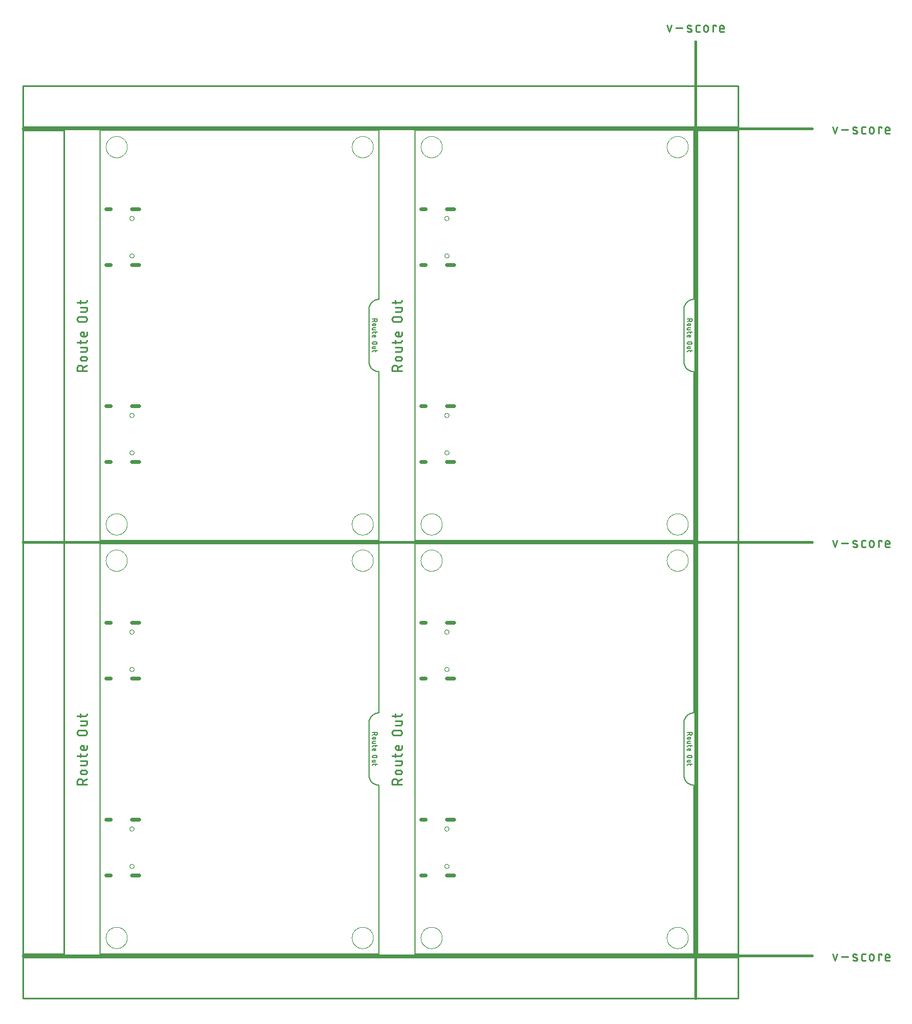
<source format=gko>
G04 EAGLE Gerber RS-274X export*
G75*
%MOMM*%
%FSLAX34Y34*%
%LPD*%
%IN*%
%IPPOS*%
%AMOC8*
5,1,8,0,0,1.08239X$1,22.5*%
G01*
%ADD10C,0.203200*%
%ADD11C,0.127000*%
%ADD12C,0.279400*%
%ADD13C,0.381000*%
%ADD14C,0.254000*%
%ADD15C,0.000000*%
%ADD16C,0.600000*%


D10*
X0Y0D02*
X0Y635000D01*
X431800Y635000D01*
X431800Y373380D01*
X431432Y373376D01*
X431064Y373362D01*
X430696Y373340D01*
X430329Y373309D01*
X429963Y373269D01*
X429598Y373220D01*
X429234Y373162D01*
X428872Y373096D01*
X428511Y373021D01*
X428153Y372937D01*
X427796Y372845D01*
X427442Y372744D01*
X427091Y372634D01*
X426742Y372516D01*
X426396Y372390D01*
X426053Y372255D01*
X425714Y372112D01*
X425378Y371961D01*
X425046Y371802D01*
X424718Y371634D01*
X424394Y371459D01*
X424074Y371276D01*
X423759Y371086D01*
X423448Y370888D01*
X423143Y370682D01*
X422842Y370469D01*
X422547Y370249D01*
X422257Y370022D01*
X421973Y369788D01*
X421694Y369547D01*
X421421Y369300D01*
X421155Y369046D01*
X420894Y368785D01*
X420640Y368519D01*
X420393Y368246D01*
X420152Y367967D01*
X419918Y367683D01*
X419691Y367393D01*
X419471Y367098D01*
X419258Y366797D01*
X419052Y366492D01*
X418854Y366181D01*
X418664Y365866D01*
X418481Y365546D01*
X418306Y365222D01*
X418138Y364894D01*
X417979Y364562D01*
X417828Y364226D01*
X417685Y363887D01*
X417550Y363544D01*
X417424Y363198D01*
X417306Y362849D01*
X417196Y362498D01*
X417095Y362144D01*
X417003Y361787D01*
X416919Y361429D01*
X416844Y361068D01*
X416778Y360706D01*
X416720Y360342D01*
X416671Y359977D01*
X416631Y359611D01*
X416600Y359244D01*
X416578Y358876D01*
X416564Y358508D01*
X416560Y358140D01*
X416560Y276860D01*
X416564Y276492D01*
X416578Y276124D01*
X416600Y275756D01*
X416631Y275389D01*
X416671Y275023D01*
X416720Y274658D01*
X416778Y274294D01*
X416844Y273932D01*
X416919Y273571D01*
X417003Y273213D01*
X417095Y272856D01*
X417196Y272502D01*
X417306Y272151D01*
X417424Y271802D01*
X417550Y271456D01*
X417685Y271113D01*
X417828Y270774D01*
X417979Y270438D01*
X418138Y270106D01*
X418306Y269778D01*
X418481Y269454D01*
X418664Y269134D01*
X418854Y268819D01*
X419052Y268508D01*
X419258Y268203D01*
X419471Y267902D01*
X419691Y267607D01*
X419918Y267317D01*
X420152Y267033D01*
X420393Y266754D01*
X420640Y266481D01*
X420894Y266215D01*
X421155Y265954D01*
X421421Y265700D01*
X421694Y265453D01*
X421973Y265212D01*
X422257Y264978D01*
X422547Y264751D01*
X422842Y264531D01*
X423143Y264318D01*
X423448Y264112D01*
X423759Y263914D01*
X424074Y263724D01*
X424394Y263541D01*
X424718Y263366D01*
X425046Y263198D01*
X425378Y263039D01*
X425714Y262888D01*
X426053Y262745D01*
X426396Y262610D01*
X426742Y262484D01*
X427091Y262366D01*
X427442Y262256D01*
X427796Y262155D01*
X428153Y262063D01*
X428511Y261979D01*
X428872Y261904D01*
X429234Y261838D01*
X429598Y261780D01*
X429963Y261731D01*
X430329Y261691D01*
X430696Y261660D01*
X431064Y261638D01*
X431432Y261624D01*
X431800Y261620D01*
X431800Y0D01*
X0Y0D01*
D11*
X422021Y342964D02*
X428879Y342964D01*
X428879Y341059D01*
X428877Y340974D01*
X428871Y340888D01*
X428862Y340803D01*
X428848Y340719D01*
X428831Y340635D01*
X428810Y340552D01*
X428786Y340470D01*
X428758Y340390D01*
X428726Y340310D01*
X428690Y340232D01*
X428652Y340156D01*
X428609Y340082D01*
X428564Y340010D01*
X428515Y339939D01*
X428463Y339871D01*
X428409Y339806D01*
X428351Y339743D01*
X428290Y339682D01*
X428227Y339624D01*
X428162Y339570D01*
X428094Y339518D01*
X428023Y339469D01*
X427951Y339424D01*
X427877Y339381D01*
X427801Y339343D01*
X427723Y339307D01*
X427643Y339275D01*
X427563Y339247D01*
X427481Y339223D01*
X427398Y339202D01*
X427314Y339185D01*
X427230Y339171D01*
X427145Y339162D01*
X427059Y339156D01*
X426974Y339154D01*
X426889Y339156D01*
X426803Y339162D01*
X426718Y339171D01*
X426634Y339185D01*
X426550Y339202D01*
X426467Y339223D01*
X426385Y339247D01*
X426305Y339275D01*
X426225Y339307D01*
X426147Y339343D01*
X426071Y339381D01*
X425997Y339424D01*
X425925Y339469D01*
X425854Y339518D01*
X425786Y339570D01*
X425721Y339624D01*
X425658Y339682D01*
X425597Y339743D01*
X425539Y339806D01*
X425485Y339871D01*
X425433Y339939D01*
X425384Y340010D01*
X425339Y340082D01*
X425296Y340156D01*
X425258Y340232D01*
X425222Y340310D01*
X425190Y340390D01*
X425162Y340470D01*
X425138Y340552D01*
X425117Y340635D01*
X425100Y340719D01*
X425086Y340803D01*
X425077Y340888D01*
X425071Y340974D01*
X425069Y341059D01*
X425069Y342964D01*
X425069Y340678D02*
X422021Y339154D01*
X423545Y335825D02*
X425069Y335825D01*
X425146Y335823D01*
X425223Y335817D01*
X425300Y335807D01*
X425376Y335794D01*
X425451Y335776D01*
X425525Y335755D01*
X425598Y335730D01*
X425670Y335701D01*
X425740Y335669D01*
X425809Y335634D01*
X425875Y335594D01*
X425940Y335552D01*
X426002Y335506D01*
X426062Y335457D01*
X426119Y335406D01*
X426174Y335351D01*
X426225Y335294D01*
X426274Y335234D01*
X426320Y335172D01*
X426362Y335107D01*
X426402Y335041D01*
X426437Y334972D01*
X426469Y334902D01*
X426498Y334830D01*
X426523Y334757D01*
X426544Y334683D01*
X426562Y334608D01*
X426575Y334532D01*
X426585Y334455D01*
X426591Y334378D01*
X426593Y334301D01*
X426591Y334224D01*
X426585Y334147D01*
X426575Y334070D01*
X426562Y333994D01*
X426544Y333919D01*
X426523Y333845D01*
X426498Y333772D01*
X426469Y333700D01*
X426437Y333630D01*
X426402Y333561D01*
X426362Y333495D01*
X426320Y333430D01*
X426274Y333368D01*
X426225Y333308D01*
X426174Y333251D01*
X426119Y333196D01*
X426062Y333145D01*
X426002Y333096D01*
X425940Y333050D01*
X425875Y333008D01*
X425809Y332968D01*
X425740Y332933D01*
X425670Y332901D01*
X425598Y332872D01*
X425525Y332847D01*
X425451Y332826D01*
X425376Y332808D01*
X425300Y332795D01*
X425223Y332785D01*
X425146Y332779D01*
X425069Y332777D01*
X423545Y332777D01*
X423468Y332779D01*
X423391Y332785D01*
X423314Y332795D01*
X423238Y332808D01*
X423163Y332826D01*
X423089Y332847D01*
X423016Y332872D01*
X422944Y332901D01*
X422874Y332933D01*
X422805Y332968D01*
X422739Y333008D01*
X422674Y333050D01*
X422612Y333096D01*
X422552Y333145D01*
X422495Y333196D01*
X422440Y333251D01*
X422389Y333308D01*
X422340Y333368D01*
X422294Y333430D01*
X422252Y333495D01*
X422212Y333561D01*
X422177Y333630D01*
X422145Y333700D01*
X422116Y333772D01*
X422091Y333845D01*
X422070Y333919D01*
X422052Y333994D01*
X422039Y334070D01*
X422029Y334147D01*
X422023Y334224D01*
X422021Y334301D01*
X422023Y334378D01*
X422029Y334455D01*
X422039Y334532D01*
X422052Y334608D01*
X422070Y334683D01*
X422091Y334757D01*
X422116Y334830D01*
X422145Y334902D01*
X422177Y334972D01*
X422212Y335041D01*
X422252Y335107D01*
X422294Y335172D01*
X422340Y335234D01*
X422389Y335294D01*
X422440Y335351D01*
X422495Y335406D01*
X422552Y335457D01*
X422612Y335506D01*
X422674Y335552D01*
X422739Y335594D01*
X422805Y335634D01*
X422874Y335669D01*
X422944Y335701D01*
X423016Y335730D01*
X423089Y335755D01*
X423163Y335776D01*
X423238Y335794D01*
X423314Y335807D01*
X423391Y335817D01*
X423468Y335823D01*
X423545Y335825D01*
X423164Y329241D02*
X426593Y329241D01*
X423164Y329241D02*
X423098Y329239D01*
X423031Y329233D01*
X422966Y329224D01*
X422900Y329210D01*
X422836Y329193D01*
X422773Y329172D01*
X422711Y329148D01*
X422651Y329119D01*
X422593Y329088D01*
X422536Y329053D01*
X422481Y329015D01*
X422429Y328974D01*
X422380Y328929D01*
X422333Y328882D01*
X422288Y328833D01*
X422247Y328781D01*
X422209Y328726D01*
X422174Y328670D01*
X422143Y328611D01*
X422114Y328551D01*
X422090Y328489D01*
X422069Y328426D01*
X422052Y328362D01*
X422038Y328296D01*
X422029Y328231D01*
X422023Y328164D01*
X422021Y328098D01*
X422021Y326193D01*
X426593Y326193D01*
X426593Y323339D02*
X426593Y321053D01*
X428879Y322577D02*
X423164Y322577D01*
X423098Y322575D01*
X423031Y322569D01*
X422966Y322560D01*
X422900Y322546D01*
X422836Y322529D01*
X422773Y322508D01*
X422711Y322484D01*
X422651Y322455D01*
X422593Y322424D01*
X422536Y322389D01*
X422481Y322351D01*
X422429Y322310D01*
X422380Y322265D01*
X422333Y322218D01*
X422288Y322169D01*
X422247Y322117D01*
X422209Y322062D01*
X422174Y322006D01*
X422143Y321947D01*
X422114Y321887D01*
X422090Y321825D01*
X422069Y321762D01*
X422052Y321698D01*
X422038Y321632D01*
X422029Y321567D01*
X422023Y321500D01*
X422021Y321434D01*
X422021Y321053D01*
X422021Y316882D02*
X422021Y314977D01*
X422021Y316882D02*
X422023Y316948D01*
X422029Y317015D01*
X422038Y317080D01*
X422052Y317146D01*
X422069Y317210D01*
X422090Y317273D01*
X422114Y317335D01*
X422143Y317395D01*
X422174Y317454D01*
X422209Y317510D01*
X422247Y317565D01*
X422288Y317617D01*
X422333Y317666D01*
X422380Y317713D01*
X422429Y317758D01*
X422481Y317799D01*
X422536Y317837D01*
X422593Y317872D01*
X422651Y317903D01*
X422711Y317932D01*
X422773Y317956D01*
X422836Y317977D01*
X422900Y317994D01*
X422966Y318008D01*
X423031Y318017D01*
X423098Y318023D01*
X423164Y318025D01*
X425069Y318025D01*
X425146Y318023D01*
X425223Y318017D01*
X425300Y318007D01*
X425376Y317994D01*
X425451Y317976D01*
X425525Y317955D01*
X425598Y317930D01*
X425670Y317901D01*
X425740Y317869D01*
X425809Y317834D01*
X425875Y317794D01*
X425940Y317752D01*
X426002Y317706D01*
X426062Y317657D01*
X426119Y317606D01*
X426174Y317551D01*
X426225Y317494D01*
X426274Y317434D01*
X426320Y317372D01*
X426362Y317307D01*
X426402Y317241D01*
X426437Y317172D01*
X426469Y317102D01*
X426498Y317030D01*
X426523Y316957D01*
X426544Y316883D01*
X426562Y316808D01*
X426575Y316732D01*
X426585Y316655D01*
X426591Y316578D01*
X426593Y316501D01*
X426591Y316424D01*
X426585Y316347D01*
X426575Y316270D01*
X426562Y316194D01*
X426544Y316119D01*
X426523Y316045D01*
X426498Y315972D01*
X426469Y315900D01*
X426437Y315830D01*
X426402Y315761D01*
X426362Y315695D01*
X426320Y315630D01*
X426274Y315568D01*
X426225Y315508D01*
X426174Y315451D01*
X426119Y315396D01*
X426062Y315345D01*
X426002Y315296D01*
X425940Y315250D01*
X425875Y315208D01*
X425809Y315168D01*
X425740Y315133D01*
X425670Y315101D01*
X425598Y315072D01*
X425525Y315047D01*
X425451Y315026D01*
X425376Y315008D01*
X425300Y314995D01*
X425223Y314985D01*
X425146Y314979D01*
X425069Y314977D01*
X424307Y314977D01*
X424307Y318025D01*
X423926Y307677D02*
X426974Y307677D01*
X427059Y307675D01*
X427145Y307669D01*
X427230Y307660D01*
X427314Y307646D01*
X427398Y307629D01*
X427481Y307608D01*
X427563Y307584D01*
X427643Y307556D01*
X427723Y307524D01*
X427801Y307488D01*
X427877Y307450D01*
X427951Y307407D01*
X428023Y307362D01*
X428094Y307313D01*
X428162Y307261D01*
X428227Y307207D01*
X428290Y307149D01*
X428351Y307088D01*
X428409Y307025D01*
X428463Y306960D01*
X428515Y306892D01*
X428564Y306821D01*
X428609Y306749D01*
X428652Y306675D01*
X428690Y306599D01*
X428726Y306521D01*
X428758Y306441D01*
X428786Y306361D01*
X428810Y306279D01*
X428831Y306196D01*
X428848Y306112D01*
X428862Y306028D01*
X428871Y305943D01*
X428877Y305857D01*
X428879Y305772D01*
X428877Y305687D01*
X428871Y305601D01*
X428862Y305516D01*
X428848Y305432D01*
X428831Y305348D01*
X428810Y305265D01*
X428786Y305183D01*
X428758Y305103D01*
X428726Y305023D01*
X428690Y304945D01*
X428652Y304869D01*
X428609Y304795D01*
X428564Y304723D01*
X428515Y304652D01*
X428463Y304584D01*
X428409Y304519D01*
X428351Y304456D01*
X428290Y304395D01*
X428227Y304337D01*
X428162Y304283D01*
X428094Y304231D01*
X428023Y304182D01*
X427951Y304137D01*
X427877Y304094D01*
X427801Y304056D01*
X427723Y304020D01*
X427643Y303988D01*
X427563Y303960D01*
X427481Y303936D01*
X427398Y303915D01*
X427314Y303898D01*
X427230Y303884D01*
X427145Y303875D01*
X427059Y303869D01*
X426974Y303867D01*
X423926Y303867D01*
X423841Y303869D01*
X423755Y303875D01*
X423670Y303884D01*
X423586Y303898D01*
X423502Y303915D01*
X423419Y303936D01*
X423337Y303960D01*
X423257Y303988D01*
X423177Y304020D01*
X423099Y304056D01*
X423023Y304094D01*
X422949Y304137D01*
X422877Y304182D01*
X422806Y304231D01*
X422738Y304283D01*
X422673Y304337D01*
X422610Y304395D01*
X422549Y304456D01*
X422491Y304519D01*
X422437Y304584D01*
X422385Y304652D01*
X422336Y304723D01*
X422291Y304795D01*
X422248Y304869D01*
X422210Y304945D01*
X422174Y305023D01*
X422142Y305103D01*
X422114Y305183D01*
X422090Y305265D01*
X422069Y305348D01*
X422052Y305432D01*
X422038Y305516D01*
X422029Y305601D01*
X422023Y305687D01*
X422021Y305772D01*
X422023Y305857D01*
X422029Y305943D01*
X422038Y306028D01*
X422052Y306112D01*
X422069Y306196D01*
X422090Y306279D01*
X422114Y306361D01*
X422142Y306441D01*
X422174Y306521D01*
X422210Y306599D01*
X422248Y306675D01*
X422291Y306749D01*
X422336Y306821D01*
X422385Y306892D01*
X422437Y306960D01*
X422491Y307025D01*
X422549Y307088D01*
X422610Y307149D01*
X422673Y307207D01*
X422738Y307261D01*
X422806Y307313D01*
X422877Y307362D01*
X422949Y307407D01*
X423023Y307450D01*
X423099Y307488D01*
X423177Y307524D01*
X423257Y307556D01*
X423337Y307584D01*
X423419Y307608D01*
X423502Y307629D01*
X423586Y307646D01*
X423670Y307660D01*
X423755Y307669D01*
X423841Y307675D01*
X423926Y307677D01*
X423164Y300224D02*
X426593Y300224D01*
X423164Y300224D02*
X423098Y300222D01*
X423031Y300216D01*
X422966Y300207D01*
X422900Y300193D01*
X422836Y300176D01*
X422773Y300155D01*
X422711Y300131D01*
X422651Y300102D01*
X422593Y300071D01*
X422536Y300036D01*
X422481Y299998D01*
X422429Y299957D01*
X422380Y299912D01*
X422333Y299865D01*
X422288Y299816D01*
X422247Y299764D01*
X422209Y299709D01*
X422174Y299653D01*
X422143Y299594D01*
X422114Y299534D01*
X422090Y299472D01*
X422069Y299409D01*
X422052Y299345D01*
X422038Y299279D01*
X422029Y299214D01*
X422023Y299147D01*
X422021Y299081D01*
X422021Y297176D01*
X426593Y297176D01*
X426593Y294322D02*
X426593Y292036D01*
X428879Y293560D02*
X423164Y293560D01*
X423098Y293558D01*
X423031Y293552D01*
X422966Y293543D01*
X422900Y293529D01*
X422836Y293512D01*
X422773Y293491D01*
X422711Y293467D01*
X422651Y293438D01*
X422593Y293407D01*
X422536Y293372D01*
X422481Y293334D01*
X422429Y293293D01*
X422380Y293248D01*
X422333Y293201D01*
X422288Y293152D01*
X422247Y293100D01*
X422209Y293045D01*
X422174Y292989D01*
X422143Y292930D01*
X422114Y292870D01*
X422090Y292808D01*
X422069Y292745D01*
X422052Y292681D01*
X422038Y292615D01*
X422029Y292550D01*
X422023Y292483D01*
X422021Y292417D01*
X422021Y292036D01*
D12*
X-20447Y263004D02*
X-35433Y263004D01*
X-35433Y267167D01*
X-35431Y267295D01*
X-35425Y267423D01*
X-35415Y267551D01*
X-35401Y267679D01*
X-35384Y267806D01*
X-35362Y267932D01*
X-35337Y268058D01*
X-35307Y268182D01*
X-35274Y268306D01*
X-35237Y268429D01*
X-35196Y268551D01*
X-35152Y268671D01*
X-35104Y268790D01*
X-35052Y268907D01*
X-34997Y269023D01*
X-34938Y269136D01*
X-34875Y269249D01*
X-34809Y269359D01*
X-34740Y269466D01*
X-34668Y269572D01*
X-34592Y269676D01*
X-34513Y269777D01*
X-34431Y269876D01*
X-34346Y269972D01*
X-34259Y270065D01*
X-34168Y270156D01*
X-34075Y270243D01*
X-33979Y270328D01*
X-33880Y270410D01*
X-33779Y270489D01*
X-33675Y270565D01*
X-33569Y270637D01*
X-33462Y270706D01*
X-33351Y270772D01*
X-33239Y270835D01*
X-33126Y270894D01*
X-33010Y270949D01*
X-32893Y271001D01*
X-32774Y271049D01*
X-32654Y271093D01*
X-32532Y271134D01*
X-32409Y271171D01*
X-32285Y271204D01*
X-32161Y271234D01*
X-32035Y271259D01*
X-31909Y271281D01*
X-31782Y271298D01*
X-31654Y271312D01*
X-31526Y271322D01*
X-31398Y271328D01*
X-31270Y271330D01*
X-31142Y271328D01*
X-31014Y271322D01*
X-30886Y271312D01*
X-30758Y271298D01*
X-30631Y271281D01*
X-30505Y271259D01*
X-30379Y271234D01*
X-30255Y271204D01*
X-30131Y271171D01*
X-30008Y271134D01*
X-29886Y271093D01*
X-29766Y271049D01*
X-29647Y271001D01*
X-29530Y270949D01*
X-29414Y270894D01*
X-29301Y270835D01*
X-29189Y270772D01*
X-29078Y270706D01*
X-28971Y270637D01*
X-28865Y270565D01*
X-28761Y270489D01*
X-28660Y270410D01*
X-28561Y270328D01*
X-28465Y270243D01*
X-28372Y270156D01*
X-28281Y270065D01*
X-28194Y269972D01*
X-28109Y269876D01*
X-28027Y269777D01*
X-27948Y269676D01*
X-27872Y269572D01*
X-27800Y269466D01*
X-27731Y269359D01*
X-27665Y269249D01*
X-27602Y269136D01*
X-27543Y269023D01*
X-27488Y268907D01*
X-27436Y268790D01*
X-27388Y268671D01*
X-27344Y268551D01*
X-27303Y268429D01*
X-27266Y268306D01*
X-27233Y268182D01*
X-27203Y268058D01*
X-27178Y267932D01*
X-27156Y267806D01*
X-27139Y267679D01*
X-27125Y267551D01*
X-27115Y267423D01*
X-27109Y267295D01*
X-27107Y267167D01*
X-27107Y263004D01*
X-27107Y267999D02*
X-20447Y271329D01*
X-23777Y278288D02*
X-27107Y278288D01*
X-27221Y278290D01*
X-27334Y278296D01*
X-27448Y278305D01*
X-27560Y278319D01*
X-27673Y278336D01*
X-27785Y278358D01*
X-27895Y278383D01*
X-28005Y278411D01*
X-28114Y278444D01*
X-28222Y278480D01*
X-28329Y278520D01*
X-28434Y278564D01*
X-28537Y278611D01*
X-28639Y278661D01*
X-28739Y278715D01*
X-28837Y278773D01*
X-28933Y278834D01*
X-29027Y278897D01*
X-29119Y278965D01*
X-29209Y279035D01*
X-29295Y279108D01*
X-29380Y279184D01*
X-29462Y279263D01*
X-29541Y279345D01*
X-29617Y279430D01*
X-29690Y279516D01*
X-29760Y279606D01*
X-29828Y279698D01*
X-29891Y279792D01*
X-29952Y279888D01*
X-30010Y279986D01*
X-30064Y280086D01*
X-30114Y280188D01*
X-30161Y280291D01*
X-30205Y280396D01*
X-30245Y280503D01*
X-30281Y280611D01*
X-30314Y280720D01*
X-30342Y280830D01*
X-30367Y280940D01*
X-30389Y281052D01*
X-30406Y281165D01*
X-30420Y281277D01*
X-30429Y281391D01*
X-30435Y281504D01*
X-30437Y281618D01*
X-30435Y281732D01*
X-30429Y281845D01*
X-30420Y281959D01*
X-30406Y282071D01*
X-30389Y282184D01*
X-30367Y282296D01*
X-30342Y282406D01*
X-30314Y282516D01*
X-30281Y282625D01*
X-30245Y282733D01*
X-30205Y282840D01*
X-30161Y282945D01*
X-30114Y283048D01*
X-30064Y283150D01*
X-30010Y283250D01*
X-29952Y283348D01*
X-29891Y283444D01*
X-29828Y283538D01*
X-29760Y283630D01*
X-29690Y283720D01*
X-29617Y283806D01*
X-29541Y283891D01*
X-29462Y283973D01*
X-29380Y284052D01*
X-29295Y284128D01*
X-29209Y284201D01*
X-29119Y284271D01*
X-29027Y284339D01*
X-28933Y284402D01*
X-28837Y284463D01*
X-28739Y284521D01*
X-28639Y284575D01*
X-28537Y284625D01*
X-28434Y284672D01*
X-28329Y284716D01*
X-28222Y284756D01*
X-28114Y284792D01*
X-28005Y284825D01*
X-27895Y284853D01*
X-27785Y284878D01*
X-27673Y284900D01*
X-27560Y284917D01*
X-27448Y284931D01*
X-27334Y284940D01*
X-27221Y284946D01*
X-27107Y284948D01*
X-23777Y284948D01*
X-23663Y284946D01*
X-23550Y284940D01*
X-23436Y284931D01*
X-23324Y284917D01*
X-23211Y284900D01*
X-23099Y284878D01*
X-22989Y284853D01*
X-22879Y284825D01*
X-22770Y284792D01*
X-22662Y284756D01*
X-22555Y284716D01*
X-22450Y284672D01*
X-22347Y284625D01*
X-22245Y284575D01*
X-22145Y284521D01*
X-22047Y284463D01*
X-21951Y284402D01*
X-21857Y284339D01*
X-21765Y284271D01*
X-21675Y284201D01*
X-21589Y284128D01*
X-21504Y284052D01*
X-21422Y283973D01*
X-21343Y283891D01*
X-21267Y283806D01*
X-21194Y283720D01*
X-21124Y283630D01*
X-21056Y283538D01*
X-20993Y283444D01*
X-20932Y283348D01*
X-20874Y283250D01*
X-20820Y283150D01*
X-20770Y283048D01*
X-20723Y282945D01*
X-20679Y282840D01*
X-20639Y282733D01*
X-20603Y282625D01*
X-20570Y282516D01*
X-20542Y282406D01*
X-20517Y282296D01*
X-20495Y282184D01*
X-20478Y282071D01*
X-20464Y281959D01*
X-20455Y281845D01*
X-20449Y281732D01*
X-20447Y281618D01*
X-20449Y281504D01*
X-20455Y281391D01*
X-20464Y281277D01*
X-20478Y281165D01*
X-20495Y281052D01*
X-20517Y280940D01*
X-20542Y280830D01*
X-20570Y280720D01*
X-20603Y280611D01*
X-20639Y280503D01*
X-20679Y280396D01*
X-20723Y280291D01*
X-20770Y280188D01*
X-20820Y280086D01*
X-20874Y279986D01*
X-20932Y279888D01*
X-20993Y279792D01*
X-21056Y279698D01*
X-21124Y279606D01*
X-21194Y279516D01*
X-21267Y279430D01*
X-21343Y279345D01*
X-21422Y279263D01*
X-21504Y279184D01*
X-21589Y279108D01*
X-21675Y279035D01*
X-21765Y278965D01*
X-21857Y278897D01*
X-21951Y278834D01*
X-22047Y278773D01*
X-22145Y278715D01*
X-22245Y278661D01*
X-22347Y278611D01*
X-22450Y278564D01*
X-22555Y278520D01*
X-22662Y278480D01*
X-22770Y278444D01*
X-22879Y278411D01*
X-22989Y278383D01*
X-23099Y278358D01*
X-23211Y278336D01*
X-23324Y278319D01*
X-23436Y278305D01*
X-23550Y278296D01*
X-23663Y278290D01*
X-23777Y278288D01*
X-22945Y292356D02*
X-30438Y292356D01*
X-22945Y292355D02*
X-22847Y292357D01*
X-22749Y292363D01*
X-22651Y292372D01*
X-22554Y292386D01*
X-22458Y292403D01*
X-22362Y292424D01*
X-22267Y292449D01*
X-22173Y292477D01*
X-22080Y292509D01*
X-21989Y292545D01*
X-21899Y292584D01*
X-21811Y292627D01*
X-21724Y292674D01*
X-21640Y292723D01*
X-21557Y292776D01*
X-21477Y292832D01*
X-21399Y292891D01*
X-21323Y292954D01*
X-21249Y293019D01*
X-21179Y293087D01*
X-21111Y293157D01*
X-21046Y293231D01*
X-20983Y293307D01*
X-20924Y293385D01*
X-20868Y293465D01*
X-20815Y293548D01*
X-20766Y293632D01*
X-20719Y293719D01*
X-20676Y293807D01*
X-20637Y293897D01*
X-20601Y293988D01*
X-20569Y294081D01*
X-20541Y294175D01*
X-20516Y294270D01*
X-20495Y294366D01*
X-20478Y294462D01*
X-20464Y294559D01*
X-20455Y294657D01*
X-20449Y294755D01*
X-20447Y294853D01*
X-20447Y299016D01*
X-30438Y299016D01*
X-30438Y304997D02*
X-30438Y309992D01*
X-35433Y306662D02*
X-22945Y306662D01*
X-22847Y306664D01*
X-22749Y306670D01*
X-22651Y306679D01*
X-22554Y306693D01*
X-22458Y306710D01*
X-22362Y306731D01*
X-22267Y306756D01*
X-22173Y306784D01*
X-22080Y306816D01*
X-21989Y306852D01*
X-21899Y306891D01*
X-21811Y306934D01*
X-21724Y306981D01*
X-21640Y307030D01*
X-21557Y307083D01*
X-21477Y307139D01*
X-21399Y307198D01*
X-21323Y307261D01*
X-21249Y307326D01*
X-21179Y307394D01*
X-21111Y307464D01*
X-21046Y307538D01*
X-20983Y307614D01*
X-20924Y307692D01*
X-20868Y307772D01*
X-20815Y307855D01*
X-20766Y307939D01*
X-20719Y308026D01*
X-20676Y308114D01*
X-20637Y308204D01*
X-20601Y308295D01*
X-20569Y308388D01*
X-20541Y308482D01*
X-20516Y308577D01*
X-20495Y308673D01*
X-20478Y308769D01*
X-20464Y308866D01*
X-20455Y308964D01*
X-20449Y309062D01*
X-20447Y309160D01*
X-20447Y309992D01*
X-20447Y318821D02*
X-20447Y322984D01*
X-20447Y318821D02*
X-20449Y318723D01*
X-20455Y318625D01*
X-20464Y318527D01*
X-20478Y318430D01*
X-20495Y318334D01*
X-20516Y318238D01*
X-20541Y318143D01*
X-20569Y318049D01*
X-20601Y317956D01*
X-20637Y317865D01*
X-20676Y317775D01*
X-20719Y317687D01*
X-20766Y317600D01*
X-20815Y317516D01*
X-20868Y317433D01*
X-20924Y317353D01*
X-20983Y317275D01*
X-21046Y317199D01*
X-21111Y317125D01*
X-21179Y317055D01*
X-21249Y316987D01*
X-21323Y316922D01*
X-21399Y316859D01*
X-21477Y316800D01*
X-21557Y316744D01*
X-21640Y316691D01*
X-21724Y316642D01*
X-21811Y316595D01*
X-21899Y316552D01*
X-21989Y316513D01*
X-22080Y316477D01*
X-22173Y316445D01*
X-22267Y316417D01*
X-22362Y316392D01*
X-22458Y316371D01*
X-22554Y316354D01*
X-22651Y316340D01*
X-22749Y316331D01*
X-22847Y316325D01*
X-22945Y316323D01*
X-22945Y316324D02*
X-27107Y316324D01*
X-27221Y316326D01*
X-27334Y316332D01*
X-27448Y316341D01*
X-27560Y316355D01*
X-27673Y316372D01*
X-27785Y316394D01*
X-27895Y316419D01*
X-28005Y316447D01*
X-28114Y316480D01*
X-28222Y316516D01*
X-28329Y316556D01*
X-28434Y316600D01*
X-28537Y316647D01*
X-28639Y316697D01*
X-28739Y316751D01*
X-28837Y316809D01*
X-28933Y316870D01*
X-29027Y316933D01*
X-29119Y317001D01*
X-29209Y317071D01*
X-29295Y317144D01*
X-29380Y317220D01*
X-29462Y317299D01*
X-29541Y317381D01*
X-29617Y317466D01*
X-29690Y317552D01*
X-29760Y317642D01*
X-29828Y317734D01*
X-29891Y317828D01*
X-29952Y317924D01*
X-30010Y318022D01*
X-30064Y318122D01*
X-30114Y318224D01*
X-30161Y318327D01*
X-30205Y318432D01*
X-30245Y318539D01*
X-30281Y318647D01*
X-30314Y318756D01*
X-30342Y318866D01*
X-30367Y318976D01*
X-30389Y319088D01*
X-30406Y319201D01*
X-30420Y319313D01*
X-30429Y319427D01*
X-30435Y319540D01*
X-30437Y319654D01*
X-30435Y319768D01*
X-30429Y319881D01*
X-30420Y319995D01*
X-30406Y320107D01*
X-30389Y320220D01*
X-30367Y320332D01*
X-30342Y320442D01*
X-30314Y320552D01*
X-30281Y320661D01*
X-30245Y320769D01*
X-30205Y320876D01*
X-30161Y320981D01*
X-30114Y321084D01*
X-30064Y321186D01*
X-30010Y321286D01*
X-29952Y321384D01*
X-29891Y321480D01*
X-29828Y321574D01*
X-29760Y321666D01*
X-29690Y321756D01*
X-29617Y321842D01*
X-29541Y321927D01*
X-29462Y322009D01*
X-29380Y322088D01*
X-29295Y322164D01*
X-29209Y322237D01*
X-29119Y322307D01*
X-29027Y322375D01*
X-28933Y322438D01*
X-28837Y322499D01*
X-28739Y322557D01*
X-28639Y322611D01*
X-28537Y322661D01*
X-28434Y322708D01*
X-28329Y322752D01*
X-28222Y322792D01*
X-28114Y322828D01*
X-28005Y322861D01*
X-27895Y322889D01*
X-27785Y322914D01*
X-27673Y322936D01*
X-27560Y322953D01*
X-27448Y322967D01*
X-27334Y322976D01*
X-27221Y322982D01*
X-27107Y322984D01*
X-25442Y322984D01*
X-25442Y316324D01*
X-24610Y338417D02*
X-31270Y338417D01*
X-31398Y338419D01*
X-31526Y338425D01*
X-31654Y338435D01*
X-31782Y338449D01*
X-31909Y338466D01*
X-32035Y338488D01*
X-32161Y338513D01*
X-32285Y338543D01*
X-32409Y338576D01*
X-32532Y338613D01*
X-32654Y338654D01*
X-32774Y338698D01*
X-32893Y338746D01*
X-33010Y338798D01*
X-33126Y338853D01*
X-33239Y338912D01*
X-33352Y338975D01*
X-33462Y339041D01*
X-33569Y339110D01*
X-33675Y339182D01*
X-33779Y339258D01*
X-33880Y339337D01*
X-33979Y339419D01*
X-34075Y339504D01*
X-34168Y339591D01*
X-34259Y339682D01*
X-34346Y339775D01*
X-34431Y339871D01*
X-34513Y339970D01*
X-34592Y340071D01*
X-34668Y340175D01*
X-34740Y340281D01*
X-34809Y340388D01*
X-34875Y340499D01*
X-34938Y340611D01*
X-34997Y340724D01*
X-35052Y340840D01*
X-35104Y340957D01*
X-35152Y341076D01*
X-35196Y341196D01*
X-35237Y341318D01*
X-35274Y341441D01*
X-35307Y341565D01*
X-35337Y341689D01*
X-35362Y341815D01*
X-35384Y341941D01*
X-35401Y342068D01*
X-35415Y342196D01*
X-35425Y342324D01*
X-35431Y342452D01*
X-35433Y342580D01*
X-35431Y342708D01*
X-35425Y342836D01*
X-35415Y342964D01*
X-35401Y343092D01*
X-35384Y343219D01*
X-35362Y343345D01*
X-35337Y343471D01*
X-35307Y343595D01*
X-35274Y343719D01*
X-35237Y343842D01*
X-35196Y343964D01*
X-35152Y344084D01*
X-35104Y344203D01*
X-35052Y344320D01*
X-34997Y344436D01*
X-34938Y344549D01*
X-34875Y344662D01*
X-34809Y344772D01*
X-34740Y344879D01*
X-34668Y344985D01*
X-34592Y345089D01*
X-34513Y345190D01*
X-34431Y345289D01*
X-34346Y345385D01*
X-34259Y345478D01*
X-34168Y345569D01*
X-34075Y345656D01*
X-33979Y345741D01*
X-33880Y345823D01*
X-33779Y345902D01*
X-33675Y345978D01*
X-33569Y346050D01*
X-33462Y346119D01*
X-33351Y346185D01*
X-33239Y346248D01*
X-33126Y346307D01*
X-33010Y346362D01*
X-32893Y346414D01*
X-32774Y346462D01*
X-32654Y346506D01*
X-32532Y346547D01*
X-32409Y346584D01*
X-32285Y346617D01*
X-32161Y346647D01*
X-32035Y346672D01*
X-31909Y346694D01*
X-31782Y346711D01*
X-31654Y346725D01*
X-31526Y346735D01*
X-31398Y346741D01*
X-31270Y346743D01*
X-31270Y346742D02*
X-24610Y346742D01*
X-24610Y346743D02*
X-24482Y346741D01*
X-24354Y346735D01*
X-24226Y346725D01*
X-24098Y346711D01*
X-23971Y346694D01*
X-23845Y346672D01*
X-23719Y346647D01*
X-23595Y346617D01*
X-23471Y346584D01*
X-23348Y346547D01*
X-23226Y346506D01*
X-23106Y346462D01*
X-22987Y346414D01*
X-22870Y346362D01*
X-22754Y346307D01*
X-22641Y346248D01*
X-22528Y346185D01*
X-22418Y346119D01*
X-22311Y346050D01*
X-22205Y345978D01*
X-22101Y345902D01*
X-22000Y345823D01*
X-21901Y345741D01*
X-21805Y345656D01*
X-21712Y345569D01*
X-21621Y345478D01*
X-21534Y345385D01*
X-21449Y345289D01*
X-21367Y345190D01*
X-21288Y345089D01*
X-21212Y344985D01*
X-21140Y344879D01*
X-21071Y344772D01*
X-21005Y344662D01*
X-20942Y344549D01*
X-20883Y344436D01*
X-20828Y344320D01*
X-20776Y344203D01*
X-20728Y344084D01*
X-20684Y343964D01*
X-20643Y343842D01*
X-20606Y343719D01*
X-20573Y343595D01*
X-20543Y343471D01*
X-20518Y343345D01*
X-20496Y343219D01*
X-20479Y343092D01*
X-20465Y342964D01*
X-20455Y342836D01*
X-20449Y342708D01*
X-20447Y342580D01*
X-20449Y342452D01*
X-20455Y342324D01*
X-20465Y342196D01*
X-20479Y342068D01*
X-20496Y341941D01*
X-20518Y341815D01*
X-20543Y341689D01*
X-20573Y341565D01*
X-20606Y341441D01*
X-20643Y341318D01*
X-20684Y341196D01*
X-20728Y341076D01*
X-20776Y340957D01*
X-20828Y340840D01*
X-20883Y340724D01*
X-20942Y340611D01*
X-21005Y340499D01*
X-21071Y340388D01*
X-21140Y340281D01*
X-21212Y340175D01*
X-21288Y340071D01*
X-21367Y339970D01*
X-21449Y339871D01*
X-21534Y339775D01*
X-21621Y339682D01*
X-21712Y339591D01*
X-21805Y339504D01*
X-21901Y339419D01*
X-22000Y339337D01*
X-22101Y339258D01*
X-22205Y339182D01*
X-22311Y339110D01*
X-22418Y339041D01*
X-22529Y338975D01*
X-22641Y338912D01*
X-22754Y338853D01*
X-22870Y338798D01*
X-22987Y338746D01*
X-23106Y338698D01*
X-23226Y338654D01*
X-23348Y338613D01*
X-23471Y338576D01*
X-23595Y338543D01*
X-23719Y338513D01*
X-23845Y338488D01*
X-23971Y338466D01*
X-24098Y338449D01*
X-24226Y338435D01*
X-24354Y338425D01*
X-24482Y338419D01*
X-24610Y338417D01*
X-22945Y354359D02*
X-30438Y354359D01*
X-22945Y354359D02*
X-22847Y354361D01*
X-22749Y354367D01*
X-22651Y354376D01*
X-22554Y354390D01*
X-22458Y354407D01*
X-22362Y354428D01*
X-22267Y354453D01*
X-22173Y354481D01*
X-22080Y354513D01*
X-21989Y354549D01*
X-21899Y354588D01*
X-21811Y354631D01*
X-21724Y354678D01*
X-21640Y354727D01*
X-21557Y354780D01*
X-21477Y354836D01*
X-21399Y354895D01*
X-21323Y354958D01*
X-21249Y355023D01*
X-21179Y355091D01*
X-21111Y355161D01*
X-21046Y355235D01*
X-20983Y355311D01*
X-20924Y355389D01*
X-20868Y355469D01*
X-20815Y355552D01*
X-20766Y355636D01*
X-20719Y355723D01*
X-20676Y355811D01*
X-20637Y355901D01*
X-20601Y355992D01*
X-20569Y356085D01*
X-20541Y356179D01*
X-20516Y356274D01*
X-20495Y356370D01*
X-20478Y356466D01*
X-20464Y356563D01*
X-20455Y356661D01*
X-20449Y356759D01*
X-20447Y356857D01*
X-20447Y361020D01*
X-30438Y361020D01*
X-30438Y367001D02*
X-30438Y371996D01*
X-35433Y368666D02*
X-22945Y368666D01*
X-22847Y368668D01*
X-22749Y368674D01*
X-22651Y368683D01*
X-22554Y368697D01*
X-22458Y368714D01*
X-22362Y368735D01*
X-22267Y368760D01*
X-22173Y368788D01*
X-22080Y368820D01*
X-21989Y368856D01*
X-21899Y368895D01*
X-21811Y368938D01*
X-21724Y368985D01*
X-21640Y369034D01*
X-21557Y369087D01*
X-21477Y369143D01*
X-21399Y369202D01*
X-21323Y369265D01*
X-21249Y369330D01*
X-21179Y369398D01*
X-21111Y369468D01*
X-21046Y369542D01*
X-20983Y369618D01*
X-20924Y369696D01*
X-20868Y369776D01*
X-20815Y369859D01*
X-20766Y369943D01*
X-20719Y370030D01*
X-20676Y370118D01*
X-20637Y370208D01*
X-20601Y370299D01*
X-20569Y370392D01*
X-20541Y370486D01*
X-20516Y370581D01*
X-20495Y370677D01*
X-20478Y370773D01*
X-20464Y370870D01*
X-20455Y370968D01*
X-20449Y371066D01*
X-20447Y371164D01*
X-20447Y371996D01*
D10*
X487680Y635000D02*
X487680Y0D01*
X487680Y635000D02*
X919480Y635000D01*
X919480Y373380D01*
X919112Y373376D01*
X918744Y373362D01*
X918376Y373340D01*
X918009Y373309D01*
X917643Y373269D01*
X917278Y373220D01*
X916914Y373162D01*
X916552Y373096D01*
X916191Y373021D01*
X915833Y372937D01*
X915476Y372845D01*
X915122Y372744D01*
X914771Y372634D01*
X914422Y372516D01*
X914076Y372390D01*
X913733Y372255D01*
X913394Y372112D01*
X913058Y371961D01*
X912726Y371802D01*
X912398Y371634D01*
X912074Y371459D01*
X911754Y371276D01*
X911439Y371086D01*
X911128Y370888D01*
X910823Y370682D01*
X910522Y370469D01*
X910227Y370249D01*
X909937Y370022D01*
X909653Y369788D01*
X909374Y369547D01*
X909101Y369300D01*
X908835Y369046D01*
X908574Y368785D01*
X908320Y368519D01*
X908073Y368246D01*
X907832Y367967D01*
X907598Y367683D01*
X907371Y367393D01*
X907151Y367098D01*
X906938Y366797D01*
X906732Y366492D01*
X906534Y366181D01*
X906344Y365866D01*
X906161Y365546D01*
X905986Y365222D01*
X905818Y364894D01*
X905659Y364562D01*
X905508Y364226D01*
X905365Y363887D01*
X905230Y363544D01*
X905104Y363198D01*
X904986Y362849D01*
X904876Y362498D01*
X904775Y362144D01*
X904683Y361787D01*
X904599Y361429D01*
X904524Y361068D01*
X904458Y360706D01*
X904400Y360342D01*
X904351Y359977D01*
X904311Y359611D01*
X904280Y359244D01*
X904258Y358876D01*
X904244Y358508D01*
X904240Y358140D01*
X904240Y276860D01*
X904244Y276492D01*
X904258Y276124D01*
X904280Y275756D01*
X904311Y275389D01*
X904351Y275023D01*
X904400Y274658D01*
X904458Y274294D01*
X904524Y273932D01*
X904599Y273571D01*
X904683Y273213D01*
X904775Y272856D01*
X904876Y272502D01*
X904986Y272151D01*
X905104Y271802D01*
X905230Y271456D01*
X905365Y271113D01*
X905508Y270774D01*
X905659Y270438D01*
X905818Y270106D01*
X905986Y269778D01*
X906161Y269454D01*
X906344Y269134D01*
X906534Y268819D01*
X906732Y268508D01*
X906938Y268203D01*
X907151Y267902D01*
X907371Y267607D01*
X907598Y267317D01*
X907832Y267033D01*
X908073Y266754D01*
X908320Y266481D01*
X908574Y266215D01*
X908835Y265954D01*
X909101Y265700D01*
X909374Y265453D01*
X909653Y265212D01*
X909937Y264978D01*
X910227Y264751D01*
X910522Y264531D01*
X910823Y264318D01*
X911128Y264112D01*
X911439Y263914D01*
X911754Y263724D01*
X912074Y263541D01*
X912398Y263366D01*
X912726Y263198D01*
X913058Y263039D01*
X913394Y262888D01*
X913733Y262745D01*
X914076Y262610D01*
X914422Y262484D01*
X914771Y262366D01*
X915122Y262256D01*
X915476Y262155D01*
X915833Y262063D01*
X916191Y261979D01*
X916552Y261904D01*
X916914Y261838D01*
X917278Y261780D01*
X917643Y261731D01*
X918009Y261691D01*
X918376Y261660D01*
X918744Y261638D01*
X919112Y261624D01*
X919480Y261620D01*
X919480Y0D01*
X487680Y0D01*
D11*
X909701Y342964D02*
X916559Y342964D01*
X916559Y341059D01*
X916557Y340974D01*
X916551Y340888D01*
X916542Y340803D01*
X916528Y340719D01*
X916511Y340635D01*
X916490Y340552D01*
X916466Y340470D01*
X916438Y340390D01*
X916406Y340310D01*
X916370Y340232D01*
X916332Y340156D01*
X916289Y340082D01*
X916244Y340010D01*
X916195Y339939D01*
X916143Y339871D01*
X916089Y339806D01*
X916031Y339743D01*
X915970Y339682D01*
X915907Y339624D01*
X915842Y339570D01*
X915774Y339518D01*
X915703Y339469D01*
X915631Y339424D01*
X915557Y339381D01*
X915481Y339343D01*
X915403Y339307D01*
X915323Y339275D01*
X915243Y339247D01*
X915161Y339223D01*
X915078Y339202D01*
X914994Y339185D01*
X914910Y339171D01*
X914825Y339162D01*
X914739Y339156D01*
X914654Y339154D01*
X914569Y339156D01*
X914483Y339162D01*
X914398Y339171D01*
X914314Y339185D01*
X914230Y339202D01*
X914147Y339223D01*
X914065Y339247D01*
X913985Y339275D01*
X913905Y339307D01*
X913827Y339343D01*
X913751Y339381D01*
X913677Y339424D01*
X913605Y339469D01*
X913534Y339518D01*
X913466Y339570D01*
X913401Y339624D01*
X913338Y339682D01*
X913277Y339743D01*
X913219Y339806D01*
X913165Y339871D01*
X913113Y339939D01*
X913064Y340010D01*
X913019Y340082D01*
X912976Y340156D01*
X912938Y340232D01*
X912902Y340310D01*
X912870Y340390D01*
X912842Y340470D01*
X912818Y340552D01*
X912797Y340635D01*
X912780Y340719D01*
X912766Y340803D01*
X912757Y340888D01*
X912751Y340974D01*
X912749Y341059D01*
X912749Y342964D01*
X912749Y340678D02*
X909701Y339154D01*
X911225Y335825D02*
X912749Y335825D01*
X912826Y335823D01*
X912903Y335817D01*
X912980Y335807D01*
X913056Y335794D01*
X913131Y335776D01*
X913205Y335755D01*
X913278Y335730D01*
X913350Y335701D01*
X913420Y335669D01*
X913489Y335634D01*
X913555Y335594D01*
X913620Y335552D01*
X913682Y335506D01*
X913742Y335457D01*
X913799Y335406D01*
X913854Y335351D01*
X913905Y335294D01*
X913954Y335234D01*
X914000Y335172D01*
X914042Y335107D01*
X914082Y335041D01*
X914117Y334972D01*
X914149Y334902D01*
X914178Y334830D01*
X914203Y334757D01*
X914224Y334683D01*
X914242Y334608D01*
X914255Y334532D01*
X914265Y334455D01*
X914271Y334378D01*
X914273Y334301D01*
X914271Y334224D01*
X914265Y334147D01*
X914255Y334070D01*
X914242Y333994D01*
X914224Y333919D01*
X914203Y333845D01*
X914178Y333772D01*
X914149Y333700D01*
X914117Y333630D01*
X914082Y333561D01*
X914042Y333495D01*
X914000Y333430D01*
X913954Y333368D01*
X913905Y333308D01*
X913854Y333251D01*
X913799Y333196D01*
X913742Y333145D01*
X913682Y333096D01*
X913620Y333050D01*
X913555Y333008D01*
X913489Y332968D01*
X913420Y332933D01*
X913350Y332901D01*
X913278Y332872D01*
X913205Y332847D01*
X913131Y332826D01*
X913056Y332808D01*
X912980Y332795D01*
X912903Y332785D01*
X912826Y332779D01*
X912749Y332777D01*
X911225Y332777D01*
X911148Y332779D01*
X911071Y332785D01*
X910994Y332795D01*
X910918Y332808D01*
X910843Y332826D01*
X910769Y332847D01*
X910696Y332872D01*
X910624Y332901D01*
X910554Y332933D01*
X910485Y332968D01*
X910419Y333008D01*
X910354Y333050D01*
X910292Y333096D01*
X910232Y333145D01*
X910175Y333196D01*
X910120Y333251D01*
X910069Y333308D01*
X910020Y333368D01*
X909974Y333430D01*
X909932Y333495D01*
X909892Y333561D01*
X909857Y333630D01*
X909825Y333700D01*
X909796Y333772D01*
X909771Y333845D01*
X909750Y333919D01*
X909732Y333994D01*
X909719Y334070D01*
X909709Y334147D01*
X909703Y334224D01*
X909701Y334301D01*
X909703Y334378D01*
X909709Y334455D01*
X909719Y334532D01*
X909732Y334608D01*
X909750Y334683D01*
X909771Y334757D01*
X909796Y334830D01*
X909825Y334902D01*
X909857Y334972D01*
X909892Y335041D01*
X909932Y335107D01*
X909974Y335172D01*
X910020Y335234D01*
X910069Y335294D01*
X910120Y335351D01*
X910175Y335406D01*
X910232Y335457D01*
X910292Y335506D01*
X910354Y335552D01*
X910419Y335594D01*
X910485Y335634D01*
X910554Y335669D01*
X910624Y335701D01*
X910696Y335730D01*
X910769Y335755D01*
X910843Y335776D01*
X910918Y335794D01*
X910994Y335807D01*
X911071Y335817D01*
X911148Y335823D01*
X911225Y335825D01*
X910844Y329241D02*
X914273Y329241D01*
X910844Y329241D02*
X910778Y329239D01*
X910711Y329233D01*
X910646Y329224D01*
X910580Y329210D01*
X910516Y329193D01*
X910453Y329172D01*
X910391Y329148D01*
X910331Y329119D01*
X910273Y329088D01*
X910216Y329053D01*
X910161Y329015D01*
X910109Y328974D01*
X910060Y328929D01*
X910013Y328882D01*
X909968Y328833D01*
X909927Y328781D01*
X909889Y328726D01*
X909854Y328670D01*
X909823Y328611D01*
X909794Y328551D01*
X909770Y328489D01*
X909749Y328426D01*
X909732Y328362D01*
X909718Y328296D01*
X909709Y328231D01*
X909703Y328164D01*
X909701Y328098D01*
X909701Y326193D01*
X914273Y326193D01*
X914273Y323339D02*
X914273Y321053D01*
X916559Y322577D02*
X910844Y322577D01*
X910778Y322575D01*
X910711Y322569D01*
X910646Y322560D01*
X910580Y322546D01*
X910516Y322529D01*
X910453Y322508D01*
X910391Y322484D01*
X910331Y322455D01*
X910273Y322424D01*
X910216Y322389D01*
X910161Y322351D01*
X910109Y322310D01*
X910060Y322265D01*
X910013Y322218D01*
X909968Y322169D01*
X909927Y322117D01*
X909889Y322062D01*
X909854Y322006D01*
X909823Y321947D01*
X909794Y321887D01*
X909770Y321825D01*
X909749Y321762D01*
X909732Y321698D01*
X909718Y321632D01*
X909709Y321567D01*
X909703Y321500D01*
X909701Y321434D01*
X909701Y321053D01*
X909701Y316882D02*
X909701Y314977D01*
X909701Y316882D02*
X909703Y316948D01*
X909709Y317015D01*
X909718Y317080D01*
X909732Y317146D01*
X909749Y317210D01*
X909770Y317273D01*
X909794Y317335D01*
X909823Y317395D01*
X909854Y317454D01*
X909889Y317510D01*
X909927Y317565D01*
X909968Y317617D01*
X910013Y317666D01*
X910060Y317713D01*
X910109Y317758D01*
X910161Y317799D01*
X910216Y317837D01*
X910273Y317872D01*
X910331Y317903D01*
X910391Y317932D01*
X910453Y317956D01*
X910516Y317977D01*
X910580Y317994D01*
X910646Y318008D01*
X910711Y318017D01*
X910778Y318023D01*
X910844Y318025D01*
X912749Y318025D01*
X912826Y318023D01*
X912903Y318017D01*
X912980Y318007D01*
X913056Y317994D01*
X913131Y317976D01*
X913205Y317955D01*
X913278Y317930D01*
X913350Y317901D01*
X913420Y317869D01*
X913489Y317834D01*
X913555Y317794D01*
X913620Y317752D01*
X913682Y317706D01*
X913742Y317657D01*
X913799Y317606D01*
X913854Y317551D01*
X913905Y317494D01*
X913954Y317434D01*
X914000Y317372D01*
X914042Y317307D01*
X914082Y317241D01*
X914117Y317172D01*
X914149Y317102D01*
X914178Y317030D01*
X914203Y316957D01*
X914224Y316883D01*
X914242Y316808D01*
X914255Y316732D01*
X914265Y316655D01*
X914271Y316578D01*
X914273Y316501D01*
X914271Y316424D01*
X914265Y316347D01*
X914255Y316270D01*
X914242Y316194D01*
X914224Y316119D01*
X914203Y316045D01*
X914178Y315972D01*
X914149Y315900D01*
X914117Y315830D01*
X914082Y315761D01*
X914042Y315695D01*
X914000Y315630D01*
X913954Y315568D01*
X913905Y315508D01*
X913854Y315451D01*
X913799Y315396D01*
X913742Y315345D01*
X913682Y315296D01*
X913620Y315250D01*
X913555Y315208D01*
X913489Y315168D01*
X913420Y315133D01*
X913350Y315101D01*
X913278Y315072D01*
X913205Y315047D01*
X913131Y315026D01*
X913056Y315008D01*
X912980Y314995D01*
X912903Y314985D01*
X912826Y314979D01*
X912749Y314977D01*
X911987Y314977D01*
X911987Y318025D01*
X911606Y307677D02*
X914654Y307677D01*
X914739Y307675D01*
X914825Y307669D01*
X914910Y307660D01*
X914994Y307646D01*
X915078Y307629D01*
X915161Y307608D01*
X915243Y307584D01*
X915323Y307556D01*
X915403Y307524D01*
X915481Y307488D01*
X915557Y307450D01*
X915631Y307407D01*
X915703Y307362D01*
X915774Y307313D01*
X915842Y307261D01*
X915907Y307207D01*
X915970Y307149D01*
X916031Y307088D01*
X916089Y307025D01*
X916143Y306960D01*
X916195Y306892D01*
X916244Y306821D01*
X916289Y306749D01*
X916332Y306675D01*
X916370Y306599D01*
X916406Y306521D01*
X916438Y306441D01*
X916466Y306361D01*
X916490Y306279D01*
X916511Y306196D01*
X916528Y306112D01*
X916542Y306028D01*
X916551Y305943D01*
X916557Y305857D01*
X916559Y305772D01*
X916557Y305687D01*
X916551Y305601D01*
X916542Y305516D01*
X916528Y305432D01*
X916511Y305348D01*
X916490Y305265D01*
X916466Y305183D01*
X916438Y305103D01*
X916406Y305023D01*
X916370Y304945D01*
X916332Y304869D01*
X916289Y304795D01*
X916244Y304723D01*
X916195Y304652D01*
X916143Y304584D01*
X916089Y304519D01*
X916031Y304456D01*
X915970Y304395D01*
X915907Y304337D01*
X915842Y304283D01*
X915774Y304231D01*
X915703Y304182D01*
X915631Y304137D01*
X915557Y304094D01*
X915481Y304056D01*
X915403Y304020D01*
X915323Y303988D01*
X915243Y303960D01*
X915161Y303936D01*
X915078Y303915D01*
X914994Y303898D01*
X914910Y303884D01*
X914825Y303875D01*
X914739Y303869D01*
X914654Y303867D01*
X911606Y303867D01*
X911521Y303869D01*
X911435Y303875D01*
X911350Y303884D01*
X911266Y303898D01*
X911182Y303915D01*
X911099Y303936D01*
X911017Y303960D01*
X910937Y303988D01*
X910857Y304020D01*
X910779Y304056D01*
X910703Y304094D01*
X910629Y304137D01*
X910557Y304182D01*
X910486Y304231D01*
X910418Y304283D01*
X910353Y304337D01*
X910290Y304395D01*
X910229Y304456D01*
X910171Y304519D01*
X910117Y304584D01*
X910065Y304652D01*
X910016Y304723D01*
X909971Y304795D01*
X909928Y304869D01*
X909890Y304945D01*
X909854Y305023D01*
X909822Y305103D01*
X909794Y305183D01*
X909770Y305265D01*
X909749Y305348D01*
X909732Y305432D01*
X909718Y305516D01*
X909709Y305601D01*
X909703Y305687D01*
X909701Y305772D01*
X909703Y305857D01*
X909709Y305943D01*
X909718Y306028D01*
X909732Y306112D01*
X909749Y306196D01*
X909770Y306279D01*
X909794Y306361D01*
X909822Y306441D01*
X909854Y306521D01*
X909890Y306599D01*
X909928Y306675D01*
X909971Y306749D01*
X910016Y306821D01*
X910065Y306892D01*
X910117Y306960D01*
X910171Y307025D01*
X910229Y307088D01*
X910290Y307149D01*
X910353Y307207D01*
X910418Y307261D01*
X910486Y307313D01*
X910557Y307362D01*
X910629Y307407D01*
X910703Y307450D01*
X910779Y307488D01*
X910857Y307524D01*
X910937Y307556D01*
X911017Y307584D01*
X911099Y307608D01*
X911182Y307629D01*
X911266Y307646D01*
X911350Y307660D01*
X911435Y307669D01*
X911521Y307675D01*
X911606Y307677D01*
X910844Y300224D02*
X914273Y300224D01*
X910844Y300224D02*
X910778Y300222D01*
X910711Y300216D01*
X910646Y300207D01*
X910580Y300193D01*
X910516Y300176D01*
X910453Y300155D01*
X910391Y300131D01*
X910331Y300102D01*
X910273Y300071D01*
X910216Y300036D01*
X910161Y299998D01*
X910109Y299957D01*
X910060Y299912D01*
X910013Y299865D01*
X909968Y299816D01*
X909927Y299764D01*
X909889Y299709D01*
X909854Y299653D01*
X909823Y299594D01*
X909794Y299534D01*
X909770Y299472D01*
X909749Y299409D01*
X909732Y299345D01*
X909718Y299279D01*
X909709Y299214D01*
X909703Y299147D01*
X909701Y299081D01*
X909701Y297176D01*
X914273Y297176D01*
X914273Y294322D02*
X914273Y292036D01*
X916559Y293560D02*
X910844Y293560D01*
X910778Y293558D01*
X910711Y293552D01*
X910646Y293543D01*
X910580Y293529D01*
X910516Y293512D01*
X910453Y293491D01*
X910391Y293467D01*
X910331Y293438D01*
X910273Y293407D01*
X910216Y293372D01*
X910161Y293334D01*
X910109Y293293D01*
X910060Y293248D01*
X910013Y293201D01*
X909968Y293152D01*
X909927Y293100D01*
X909889Y293045D01*
X909854Y292989D01*
X909823Y292930D01*
X909794Y292870D01*
X909770Y292808D01*
X909749Y292745D01*
X909732Y292681D01*
X909718Y292615D01*
X909709Y292550D01*
X909703Y292483D01*
X909701Y292417D01*
X909701Y292036D01*
D12*
X467233Y263004D02*
X452247Y263004D01*
X452247Y267167D01*
X452249Y267295D01*
X452255Y267423D01*
X452265Y267551D01*
X452279Y267679D01*
X452296Y267806D01*
X452318Y267932D01*
X452343Y268058D01*
X452373Y268182D01*
X452406Y268306D01*
X452443Y268429D01*
X452484Y268551D01*
X452528Y268671D01*
X452576Y268790D01*
X452628Y268907D01*
X452683Y269023D01*
X452742Y269136D01*
X452805Y269249D01*
X452871Y269359D01*
X452940Y269466D01*
X453012Y269572D01*
X453088Y269676D01*
X453167Y269777D01*
X453249Y269876D01*
X453334Y269972D01*
X453421Y270065D01*
X453512Y270156D01*
X453605Y270243D01*
X453701Y270328D01*
X453800Y270410D01*
X453901Y270489D01*
X454005Y270565D01*
X454111Y270637D01*
X454218Y270706D01*
X454329Y270772D01*
X454441Y270835D01*
X454554Y270894D01*
X454670Y270949D01*
X454787Y271001D01*
X454906Y271049D01*
X455026Y271093D01*
X455148Y271134D01*
X455271Y271171D01*
X455395Y271204D01*
X455519Y271234D01*
X455645Y271259D01*
X455771Y271281D01*
X455898Y271298D01*
X456026Y271312D01*
X456154Y271322D01*
X456282Y271328D01*
X456410Y271330D01*
X456538Y271328D01*
X456666Y271322D01*
X456794Y271312D01*
X456922Y271298D01*
X457049Y271281D01*
X457175Y271259D01*
X457301Y271234D01*
X457425Y271204D01*
X457549Y271171D01*
X457672Y271134D01*
X457794Y271093D01*
X457914Y271049D01*
X458033Y271001D01*
X458150Y270949D01*
X458266Y270894D01*
X458379Y270835D01*
X458492Y270772D01*
X458602Y270706D01*
X458709Y270637D01*
X458815Y270565D01*
X458919Y270489D01*
X459020Y270410D01*
X459119Y270328D01*
X459215Y270243D01*
X459308Y270156D01*
X459399Y270065D01*
X459486Y269972D01*
X459571Y269876D01*
X459653Y269777D01*
X459732Y269676D01*
X459808Y269572D01*
X459880Y269466D01*
X459949Y269359D01*
X460015Y269249D01*
X460078Y269136D01*
X460137Y269023D01*
X460192Y268907D01*
X460244Y268790D01*
X460292Y268671D01*
X460336Y268551D01*
X460377Y268429D01*
X460414Y268306D01*
X460447Y268182D01*
X460477Y268058D01*
X460502Y267932D01*
X460524Y267806D01*
X460541Y267679D01*
X460555Y267551D01*
X460565Y267423D01*
X460571Y267295D01*
X460573Y267167D01*
X460573Y263004D01*
X460573Y267999D02*
X467233Y271329D01*
X463903Y278288D02*
X460573Y278288D01*
X460459Y278290D01*
X460346Y278296D01*
X460232Y278305D01*
X460120Y278319D01*
X460007Y278336D01*
X459895Y278358D01*
X459785Y278383D01*
X459675Y278411D01*
X459566Y278444D01*
X459458Y278480D01*
X459351Y278520D01*
X459246Y278564D01*
X459143Y278611D01*
X459041Y278661D01*
X458941Y278715D01*
X458843Y278773D01*
X458747Y278834D01*
X458653Y278897D01*
X458561Y278965D01*
X458471Y279035D01*
X458385Y279108D01*
X458300Y279184D01*
X458218Y279263D01*
X458139Y279345D01*
X458063Y279430D01*
X457990Y279516D01*
X457920Y279606D01*
X457852Y279698D01*
X457789Y279792D01*
X457728Y279888D01*
X457670Y279986D01*
X457616Y280086D01*
X457566Y280188D01*
X457519Y280291D01*
X457475Y280396D01*
X457435Y280503D01*
X457399Y280611D01*
X457366Y280720D01*
X457338Y280830D01*
X457313Y280940D01*
X457291Y281052D01*
X457274Y281165D01*
X457260Y281277D01*
X457251Y281391D01*
X457245Y281504D01*
X457243Y281618D01*
X457245Y281732D01*
X457251Y281845D01*
X457260Y281959D01*
X457274Y282071D01*
X457291Y282184D01*
X457313Y282296D01*
X457338Y282406D01*
X457366Y282516D01*
X457399Y282625D01*
X457435Y282733D01*
X457475Y282840D01*
X457519Y282945D01*
X457566Y283048D01*
X457616Y283150D01*
X457670Y283250D01*
X457728Y283348D01*
X457789Y283444D01*
X457852Y283538D01*
X457920Y283630D01*
X457990Y283720D01*
X458063Y283806D01*
X458139Y283891D01*
X458218Y283973D01*
X458300Y284052D01*
X458385Y284128D01*
X458471Y284201D01*
X458561Y284271D01*
X458653Y284339D01*
X458747Y284402D01*
X458843Y284463D01*
X458941Y284521D01*
X459041Y284575D01*
X459143Y284625D01*
X459246Y284672D01*
X459351Y284716D01*
X459458Y284756D01*
X459566Y284792D01*
X459675Y284825D01*
X459785Y284853D01*
X459895Y284878D01*
X460007Y284900D01*
X460120Y284917D01*
X460232Y284931D01*
X460346Y284940D01*
X460459Y284946D01*
X460573Y284948D01*
X463903Y284948D01*
X464017Y284946D01*
X464130Y284940D01*
X464244Y284931D01*
X464356Y284917D01*
X464469Y284900D01*
X464581Y284878D01*
X464691Y284853D01*
X464801Y284825D01*
X464910Y284792D01*
X465018Y284756D01*
X465125Y284716D01*
X465230Y284672D01*
X465333Y284625D01*
X465435Y284575D01*
X465535Y284521D01*
X465633Y284463D01*
X465729Y284402D01*
X465823Y284339D01*
X465915Y284271D01*
X466005Y284201D01*
X466091Y284128D01*
X466176Y284052D01*
X466258Y283973D01*
X466337Y283891D01*
X466413Y283806D01*
X466486Y283720D01*
X466556Y283630D01*
X466624Y283538D01*
X466687Y283444D01*
X466748Y283348D01*
X466806Y283250D01*
X466860Y283150D01*
X466910Y283048D01*
X466957Y282945D01*
X467001Y282840D01*
X467041Y282733D01*
X467077Y282625D01*
X467110Y282516D01*
X467138Y282406D01*
X467163Y282296D01*
X467185Y282184D01*
X467202Y282071D01*
X467216Y281959D01*
X467225Y281845D01*
X467231Y281732D01*
X467233Y281618D01*
X467231Y281504D01*
X467225Y281391D01*
X467216Y281277D01*
X467202Y281165D01*
X467185Y281052D01*
X467163Y280940D01*
X467138Y280830D01*
X467110Y280720D01*
X467077Y280611D01*
X467041Y280503D01*
X467001Y280396D01*
X466957Y280291D01*
X466910Y280188D01*
X466860Y280086D01*
X466806Y279986D01*
X466748Y279888D01*
X466687Y279792D01*
X466624Y279698D01*
X466556Y279606D01*
X466486Y279516D01*
X466413Y279430D01*
X466337Y279345D01*
X466258Y279263D01*
X466176Y279184D01*
X466091Y279108D01*
X466005Y279035D01*
X465915Y278965D01*
X465823Y278897D01*
X465729Y278834D01*
X465633Y278773D01*
X465535Y278715D01*
X465435Y278661D01*
X465333Y278611D01*
X465230Y278564D01*
X465125Y278520D01*
X465018Y278480D01*
X464910Y278444D01*
X464801Y278411D01*
X464691Y278383D01*
X464581Y278358D01*
X464469Y278336D01*
X464356Y278319D01*
X464244Y278305D01*
X464130Y278296D01*
X464017Y278290D01*
X463903Y278288D01*
X464735Y292356D02*
X457242Y292356D01*
X464735Y292355D02*
X464833Y292357D01*
X464931Y292363D01*
X465029Y292372D01*
X465126Y292386D01*
X465222Y292403D01*
X465318Y292424D01*
X465413Y292449D01*
X465507Y292477D01*
X465600Y292509D01*
X465691Y292545D01*
X465781Y292584D01*
X465869Y292627D01*
X465956Y292674D01*
X466040Y292723D01*
X466123Y292776D01*
X466203Y292832D01*
X466282Y292891D01*
X466357Y292954D01*
X466431Y293019D01*
X466501Y293087D01*
X466569Y293157D01*
X466635Y293231D01*
X466697Y293307D01*
X466756Y293385D01*
X466812Y293465D01*
X466865Y293548D01*
X466915Y293632D01*
X466961Y293719D01*
X467004Y293807D01*
X467043Y293897D01*
X467079Y293988D01*
X467111Y294081D01*
X467139Y294175D01*
X467164Y294270D01*
X467185Y294366D01*
X467202Y294462D01*
X467216Y294559D01*
X467225Y294657D01*
X467231Y294755D01*
X467233Y294853D01*
X467233Y299016D01*
X457242Y299016D01*
X457242Y304997D02*
X457242Y309992D01*
X452247Y306662D02*
X464735Y306662D01*
X464833Y306664D01*
X464931Y306670D01*
X465029Y306679D01*
X465126Y306693D01*
X465222Y306710D01*
X465318Y306731D01*
X465413Y306756D01*
X465507Y306784D01*
X465600Y306816D01*
X465691Y306852D01*
X465781Y306891D01*
X465869Y306934D01*
X465956Y306981D01*
X466040Y307030D01*
X466123Y307083D01*
X466203Y307139D01*
X466282Y307198D01*
X466357Y307261D01*
X466431Y307326D01*
X466501Y307394D01*
X466569Y307464D01*
X466635Y307538D01*
X466697Y307614D01*
X466756Y307692D01*
X466812Y307772D01*
X466865Y307855D01*
X466915Y307939D01*
X466961Y308026D01*
X467004Y308114D01*
X467043Y308204D01*
X467079Y308295D01*
X467111Y308388D01*
X467139Y308482D01*
X467164Y308577D01*
X467185Y308673D01*
X467202Y308769D01*
X467216Y308866D01*
X467225Y308964D01*
X467231Y309062D01*
X467233Y309160D01*
X467233Y309992D01*
X467233Y318821D02*
X467233Y322984D01*
X467233Y318821D02*
X467231Y318723D01*
X467225Y318625D01*
X467216Y318527D01*
X467202Y318430D01*
X467185Y318334D01*
X467164Y318238D01*
X467139Y318143D01*
X467111Y318049D01*
X467079Y317956D01*
X467043Y317865D01*
X467004Y317775D01*
X466961Y317687D01*
X466914Y317600D01*
X466865Y317516D01*
X466812Y317433D01*
X466756Y317353D01*
X466697Y317275D01*
X466635Y317199D01*
X466569Y317125D01*
X466501Y317055D01*
X466431Y316987D01*
X466357Y316922D01*
X466282Y316859D01*
X466203Y316800D01*
X466123Y316744D01*
X466040Y316691D01*
X465956Y316642D01*
X465869Y316595D01*
X465781Y316552D01*
X465691Y316513D01*
X465600Y316477D01*
X465507Y316445D01*
X465413Y316417D01*
X465318Y316392D01*
X465222Y316371D01*
X465126Y316354D01*
X465029Y316340D01*
X464931Y316331D01*
X464833Y316325D01*
X464735Y316323D01*
X464735Y316324D02*
X460573Y316324D01*
X460459Y316326D01*
X460346Y316332D01*
X460232Y316341D01*
X460120Y316355D01*
X460007Y316372D01*
X459895Y316394D01*
X459785Y316419D01*
X459675Y316447D01*
X459566Y316480D01*
X459458Y316516D01*
X459351Y316556D01*
X459246Y316600D01*
X459143Y316647D01*
X459041Y316697D01*
X458941Y316751D01*
X458843Y316809D01*
X458747Y316870D01*
X458653Y316933D01*
X458561Y317001D01*
X458471Y317071D01*
X458385Y317144D01*
X458300Y317220D01*
X458218Y317299D01*
X458139Y317381D01*
X458063Y317466D01*
X457990Y317552D01*
X457920Y317642D01*
X457852Y317734D01*
X457789Y317828D01*
X457728Y317924D01*
X457670Y318022D01*
X457616Y318122D01*
X457566Y318224D01*
X457519Y318327D01*
X457475Y318432D01*
X457435Y318539D01*
X457399Y318647D01*
X457366Y318756D01*
X457338Y318866D01*
X457313Y318976D01*
X457291Y319088D01*
X457274Y319201D01*
X457260Y319313D01*
X457251Y319427D01*
X457245Y319540D01*
X457243Y319654D01*
X457245Y319768D01*
X457251Y319881D01*
X457260Y319995D01*
X457274Y320107D01*
X457291Y320220D01*
X457313Y320332D01*
X457338Y320442D01*
X457366Y320552D01*
X457399Y320661D01*
X457435Y320769D01*
X457475Y320876D01*
X457519Y320981D01*
X457566Y321084D01*
X457616Y321186D01*
X457670Y321286D01*
X457728Y321384D01*
X457789Y321480D01*
X457852Y321574D01*
X457920Y321666D01*
X457990Y321756D01*
X458063Y321842D01*
X458139Y321927D01*
X458218Y322009D01*
X458300Y322088D01*
X458385Y322164D01*
X458471Y322237D01*
X458561Y322307D01*
X458653Y322375D01*
X458747Y322438D01*
X458843Y322499D01*
X458941Y322557D01*
X459041Y322611D01*
X459143Y322661D01*
X459246Y322708D01*
X459351Y322752D01*
X459458Y322792D01*
X459566Y322828D01*
X459675Y322861D01*
X459785Y322889D01*
X459895Y322914D01*
X460007Y322936D01*
X460120Y322953D01*
X460232Y322967D01*
X460346Y322976D01*
X460459Y322982D01*
X460573Y322984D01*
X462238Y322984D01*
X462238Y316324D01*
X463070Y338417D02*
X456410Y338417D01*
X456282Y338419D01*
X456154Y338425D01*
X456026Y338435D01*
X455898Y338449D01*
X455771Y338466D01*
X455645Y338488D01*
X455519Y338513D01*
X455395Y338543D01*
X455271Y338576D01*
X455148Y338613D01*
X455026Y338654D01*
X454906Y338698D01*
X454787Y338746D01*
X454670Y338798D01*
X454554Y338853D01*
X454441Y338912D01*
X454329Y338975D01*
X454218Y339041D01*
X454111Y339110D01*
X454005Y339182D01*
X453901Y339258D01*
X453800Y339337D01*
X453701Y339419D01*
X453605Y339504D01*
X453512Y339591D01*
X453421Y339682D01*
X453334Y339775D01*
X453249Y339871D01*
X453167Y339970D01*
X453088Y340071D01*
X453012Y340175D01*
X452940Y340281D01*
X452871Y340388D01*
X452805Y340499D01*
X452742Y340611D01*
X452683Y340724D01*
X452628Y340840D01*
X452576Y340957D01*
X452528Y341076D01*
X452484Y341196D01*
X452443Y341318D01*
X452406Y341441D01*
X452373Y341565D01*
X452343Y341689D01*
X452318Y341815D01*
X452296Y341941D01*
X452279Y342068D01*
X452265Y342196D01*
X452255Y342324D01*
X452249Y342452D01*
X452247Y342580D01*
X452249Y342708D01*
X452255Y342836D01*
X452265Y342964D01*
X452279Y343092D01*
X452296Y343219D01*
X452318Y343345D01*
X452343Y343471D01*
X452373Y343595D01*
X452406Y343719D01*
X452443Y343842D01*
X452484Y343964D01*
X452528Y344084D01*
X452576Y344203D01*
X452628Y344320D01*
X452683Y344436D01*
X452742Y344549D01*
X452805Y344662D01*
X452871Y344772D01*
X452940Y344879D01*
X453012Y344985D01*
X453088Y345089D01*
X453167Y345190D01*
X453249Y345289D01*
X453334Y345385D01*
X453421Y345478D01*
X453512Y345569D01*
X453605Y345656D01*
X453701Y345741D01*
X453800Y345823D01*
X453901Y345902D01*
X454005Y345978D01*
X454111Y346050D01*
X454218Y346119D01*
X454329Y346185D01*
X454441Y346248D01*
X454554Y346307D01*
X454670Y346362D01*
X454787Y346414D01*
X454906Y346462D01*
X455026Y346506D01*
X455148Y346547D01*
X455271Y346584D01*
X455395Y346617D01*
X455519Y346647D01*
X455645Y346672D01*
X455771Y346694D01*
X455898Y346711D01*
X456026Y346725D01*
X456154Y346735D01*
X456282Y346741D01*
X456410Y346743D01*
X456410Y346742D02*
X463070Y346742D01*
X463070Y346743D02*
X463198Y346741D01*
X463326Y346735D01*
X463454Y346725D01*
X463582Y346711D01*
X463709Y346694D01*
X463835Y346672D01*
X463961Y346647D01*
X464085Y346617D01*
X464209Y346584D01*
X464332Y346547D01*
X464454Y346506D01*
X464574Y346462D01*
X464693Y346414D01*
X464810Y346362D01*
X464926Y346307D01*
X465039Y346248D01*
X465152Y346185D01*
X465262Y346119D01*
X465369Y346050D01*
X465475Y345978D01*
X465579Y345902D01*
X465680Y345823D01*
X465779Y345741D01*
X465875Y345656D01*
X465968Y345569D01*
X466059Y345478D01*
X466146Y345385D01*
X466231Y345289D01*
X466313Y345190D01*
X466392Y345089D01*
X466468Y344985D01*
X466540Y344879D01*
X466609Y344772D01*
X466675Y344662D01*
X466738Y344549D01*
X466797Y344436D01*
X466852Y344320D01*
X466904Y344203D01*
X466952Y344084D01*
X466996Y343964D01*
X467037Y343842D01*
X467074Y343719D01*
X467107Y343595D01*
X467137Y343471D01*
X467162Y343345D01*
X467184Y343219D01*
X467201Y343092D01*
X467215Y342964D01*
X467225Y342836D01*
X467231Y342708D01*
X467233Y342580D01*
X467231Y342452D01*
X467225Y342324D01*
X467215Y342196D01*
X467201Y342068D01*
X467184Y341941D01*
X467162Y341815D01*
X467137Y341689D01*
X467107Y341565D01*
X467074Y341441D01*
X467037Y341318D01*
X466996Y341196D01*
X466952Y341076D01*
X466904Y340957D01*
X466852Y340840D01*
X466797Y340724D01*
X466738Y340611D01*
X466675Y340499D01*
X466609Y340388D01*
X466540Y340281D01*
X466468Y340175D01*
X466392Y340071D01*
X466313Y339970D01*
X466231Y339871D01*
X466146Y339775D01*
X466059Y339682D01*
X465968Y339591D01*
X465875Y339504D01*
X465779Y339419D01*
X465680Y339337D01*
X465579Y339258D01*
X465475Y339182D01*
X465369Y339110D01*
X465262Y339041D01*
X465152Y338975D01*
X465039Y338912D01*
X464926Y338853D01*
X464810Y338798D01*
X464693Y338746D01*
X464574Y338698D01*
X464454Y338654D01*
X464332Y338613D01*
X464209Y338576D01*
X464085Y338543D01*
X463961Y338513D01*
X463835Y338488D01*
X463709Y338466D01*
X463582Y338449D01*
X463454Y338435D01*
X463326Y338425D01*
X463198Y338419D01*
X463070Y338417D01*
X464735Y354359D02*
X457242Y354359D01*
X464735Y354359D02*
X464833Y354361D01*
X464931Y354367D01*
X465029Y354376D01*
X465126Y354390D01*
X465222Y354407D01*
X465318Y354428D01*
X465413Y354453D01*
X465507Y354481D01*
X465600Y354513D01*
X465691Y354549D01*
X465781Y354588D01*
X465869Y354631D01*
X465956Y354678D01*
X466040Y354727D01*
X466123Y354780D01*
X466203Y354836D01*
X466282Y354895D01*
X466357Y354958D01*
X466431Y355023D01*
X466501Y355091D01*
X466569Y355161D01*
X466635Y355235D01*
X466697Y355311D01*
X466756Y355389D01*
X466812Y355469D01*
X466865Y355552D01*
X466915Y355636D01*
X466961Y355723D01*
X467004Y355811D01*
X467043Y355901D01*
X467079Y355992D01*
X467111Y356085D01*
X467139Y356179D01*
X467164Y356274D01*
X467185Y356370D01*
X467202Y356466D01*
X467216Y356563D01*
X467225Y356661D01*
X467231Y356759D01*
X467233Y356857D01*
X467233Y361020D01*
X457242Y361020D01*
X457242Y367001D02*
X457242Y371996D01*
X452247Y368666D02*
X464735Y368666D01*
X464735Y368665D02*
X464833Y368667D01*
X464931Y368673D01*
X465029Y368682D01*
X465126Y368696D01*
X465222Y368713D01*
X465318Y368734D01*
X465413Y368759D01*
X465507Y368787D01*
X465600Y368819D01*
X465691Y368855D01*
X465781Y368894D01*
X465869Y368937D01*
X465956Y368984D01*
X466040Y369033D01*
X466123Y369086D01*
X466203Y369142D01*
X466282Y369201D01*
X466357Y369264D01*
X466431Y369329D01*
X466501Y369397D01*
X466569Y369467D01*
X466635Y369541D01*
X466697Y369617D01*
X466756Y369695D01*
X466812Y369775D01*
X466865Y369858D01*
X466915Y369942D01*
X466961Y370029D01*
X467004Y370117D01*
X467043Y370207D01*
X467079Y370298D01*
X467111Y370391D01*
X467139Y370485D01*
X467164Y370580D01*
X467185Y370676D01*
X467202Y370772D01*
X467216Y370869D01*
X467225Y370967D01*
X467231Y371065D01*
X467233Y371163D01*
X467233Y371164D02*
X467233Y371996D01*
D10*
X0Y640080D02*
X0Y1275080D01*
X431800Y1275080D01*
X431800Y1013460D01*
X431432Y1013456D01*
X431064Y1013442D01*
X430696Y1013420D01*
X430329Y1013389D01*
X429963Y1013349D01*
X429598Y1013300D01*
X429234Y1013242D01*
X428872Y1013176D01*
X428511Y1013101D01*
X428153Y1013017D01*
X427796Y1012925D01*
X427442Y1012824D01*
X427091Y1012714D01*
X426742Y1012596D01*
X426396Y1012470D01*
X426053Y1012335D01*
X425714Y1012192D01*
X425378Y1012041D01*
X425046Y1011882D01*
X424718Y1011714D01*
X424394Y1011539D01*
X424074Y1011356D01*
X423759Y1011166D01*
X423448Y1010968D01*
X423143Y1010762D01*
X422842Y1010549D01*
X422547Y1010329D01*
X422257Y1010102D01*
X421973Y1009868D01*
X421694Y1009627D01*
X421421Y1009380D01*
X421155Y1009126D01*
X420894Y1008865D01*
X420640Y1008599D01*
X420393Y1008326D01*
X420152Y1008047D01*
X419918Y1007763D01*
X419691Y1007473D01*
X419471Y1007178D01*
X419258Y1006877D01*
X419052Y1006572D01*
X418854Y1006261D01*
X418664Y1005946D01*
X418481Y1005626D01*
X418306Y1005302D01*
X418138Y1004974D01*
X417979Y1004642D01*
X417828Y1004306D01*
X417685Y1003967D01*
X417550Y1003624D01*
X417424Y1003278D01*
X417306Y1002929D01*
X417196Y1002578D01*
X417095Y1002224D01*
X417003Y1001867D01*
X416919Y1001509D01*
X416844Y1001148D01*
X416778Y1000786D01*
X416720Y1000422D01*
X416671Y1000057D01*
X416631Y999691D01*
X416600Y999324D01*
X416578Y998956D01*
X416564Y998588D01*
X416560Y998220D01*
X416560Y916940D01*
X416564Y916572D01*
X416578Y916204D01*
X416600Y915836D01*
X416631Y915469D01*
X416671Y915103D01*
X416720Y914738D01*
X416778Y914374D01*
X416844Y914012D01*
X416919Y913651D01*
X417003Y913293D01*
X417095Y912936D01*
X417196Y912582D01*
X417306Y912231D01*
X417424Y911882D01*
X417550Y911536D01*
X417685Y911193D01*
X417828Y910854D01*
X417979Y910518D01*
X418138Y910186D01*
X418306Y909858D01*
X418481Y909534D01*
X418664Y909214D01*
X418854Y908899D01*
X419052Y908588D01*
X419258Y908283D01*
X419471Y907982D01*
X419691Y907687D01*
X419918Y907397D01*
X420152Y907113D01*
X420393Y906834D01*
X420640Y906561D01*
X420894Y906295D01*
X421155Y906034D01*
X421421Y905780D01*
X421694Y905533D01*
X421973Y905292D01*
X422257Y905058D01*
X422547Y904831D01*
X422842Y904611D01*
X423143Y904398D01*
X423448Y904192D01*
X423759Y903994D01*
X424074Y903804D01*
X424394Y903621D01*
X424718Y903446D01*
X425046Y903278D01*
X425378Y903119D01*
X425714Y902968D01*
X426053Y902825D01*
X426396Y902690D01*
X426742Y902564D01*
X427091Y902446D01*
X427442Y902336D01*
X427796Y902235D01*
X428153Y902143D01*
X428511Y902059D01*
X428872Y901984D01*
X429234Y901918D01*
X429598Y901860D01*
X429963Y901811D01*
X430329Y901771D01*
X430696Y901740D01*
X431064Y901718D01*
X431432Y901704D01*
X431800Y901700D01*
X431800Y640080D01*
X0Y640080D01*
D11*
X422021Y983044D02*
X428879Y983044D01*
X428879Y981139D01*
X428877Y981054D01*
X428871Y980968D01*
X428862Y980883D01*
X428848Y980799D01*
X428831Y980715D01*
X428810Y980632D01*
X428786Y980550D01*
X428758Y980470D01*
X428726Y980390D01*
X428690Y980312D01*
X428652Y980236D01*
X428609Y980162D01*
X428564Y980090D01*
X428515Y980019D01*
X428463Y979951D01*
X428409Y979886D01*
X428351Y979823D01*
X428290Y979762D01*
X428227Y979704D01*
X428162Y979650D01*
X428094Y979598D01*
X428023Y979549D01*
X427951Y979504D01*
X427877Y979461D01*
X427801Y979423D01*
X427723Y979387D01*
X427643Y979355D01*
X427563Y979327D01*
X427481Y979303D01*
X427398Y979282D01*
X427314Y979265D01*
X427230Y979251D01*
X427145Y979242D01*
X427059Y979236D01*
X426974Y979234D01*
X426889Y979236D01*
X426803Y979242D01*
X426718Y979251D01*
X426634Y979265D01*
X426550Y979282D01*
X426467Y979303D01*
X426385Y979327D01*
X426305Y979355D01*
X426225Y979387D01*
X426147Y979423D01*
X426071Y979461D01*
X425997Y979504D01*
X425925Y979549D01*
X425854Y979598D01*
X425786Y979650D01*
X425721Y979704D01*
X425658Y979762D01*
X425597Y979823D01*
X425539Y979886D01*
X425485Y979951D01*
X425433Y980019D01*
X425384Y980090D01*
X425339Y980162D01*
X425296Y980236D01*
X425258Y980312D01*
X425222Y980390D01*
X425190Y980470D01*
X425162Y980550D01*
X425138Y980632D01*
X425117Y980715D01*
X425100Y980799D01*
X425086Y980883D01*
X425077Y980968D01*
X425071Y981054D01*
X425069Y981139D01*
X425069Y983044D01*
X425069Y980758D02*
X422021Y979234D01*
X423545Y975905D02*
X425069Y975905D01*
X425146Y975903D01*
X425223Y975897D01*
X425300Y975887D01*
X425376Y975874D01*
X425451Y975856D01*
X425525Y975835D01*
X425598Y975810D01*
X425670Y975781D01*
X425740Y975749D01*
X425809Y975714D01*
X425875Y975674D01*
X425940Y975632D01*
X426002Y975586D01*
X426062Y975537D01*
X426119Y975486D01*
X426174Y975431D01*
X426225Y975374D01*
X426274Y975314D01*
X426320Y975252D01*
X426362Y975187D01*
X426402Y975121D01*
X426437Y975052D01*
X426469Y974982D01*
X426498Y974910D01*
X426523Y974837D01*
X426544Y974763D01*
X426562Y974688D01*
X426575Y974612D01*
X426585Y974535D01*
X426591Y974458D01*
X426593Y974381D01*
X426591Y974304D01*
X426585Y974227D01*
X426575Y974150D01*
X426562Y974074D01*
X426544Y973999D01*
X426523Y973925D01*
X426498Y973852D01*
X426469Y973780D01*
X426437Y973710D01*
X426402Y973641D01*
X426362Y973575D01*
X426320Y973510D01*
X426274Y973448D01*
X426225Y973388D01*
X426174Y973331D01*
X426119Y973276D01*
X426062Y973225D01*
X426002Y973176D01*
X425940Y973130D01*
X425875Y973088D01*
X425809Y973048D01*
X425740Y973013D01*
X425670Y972981D01*
X425598Y972952D01*
X425525Y972927D01*
X425451Y972906D01*
X425376Y972888D01*
X425300Y972875D01*
X425223Y972865D01*
X425146Y972859D01*
X425069Y972857D01*
X423545Y972857D01*
X423468Y972859D01*
X423391Y972865D01*
X423314Y972875D01*
X423238Y972888D01*
X423163Y972906D01*
X423089Y972927D01*
X423016Y972952D01*
X422944Y972981D01*
X422874Y973013D01*
X422805Y973048D01*
X422739Y973088D01*
X422674Y973130D01*
X422612Y973176D01*
X422552Y973225D01*
X422495Y973276D01*
X422440Y973331D01*
X422389Y973388D01*
X422340Y973448D01*
X422294Y973510D01*
X422252Y973575D01*
X422212Y973641D01*
X422177Y973710D01*
X422145Y973780D01*
X422116Y973852D01*
X422091Y973925D01*
X422070Y973999D01*
X422052Y974074D01*
X422039Y974150D01*
X422029Y974227D01*
X422023Y974304D01*
X422021Y974381D01*
X422023Y974458D01*
X422029Y974535D01*
X422039Y974612D01*
X422052Y974688D01*
X422070Y974763D01*
X422091Y974837D01*
X422116Y974910D01*
X422145Y974982D01*
X422177Y975052D01*
X422212Y975121D01*
X422252Y975187D01*
X422294Y975252D01*
X422340Y975314D01*
X422389Y975374D01*
X422440Y975431D01*
X422495Y975486D01*
X422552Y975537D01*
X422612Y975586D01*
X422674Y975632D01*
X422739Y975674D01*
X422805Y975714D01*
X422874Y975749D01*
X422944Y975781D01*
X423016Y975810D01*
X423089Y975835D01*
X423163Y975856D01*
X423238Y975874D01*
X423314Y975887D01*
X423391Y975897D01*
X423468Y975903D01*
X423545Y975905D01*
X423164Y969321D02*
X426593Y969321D01*
X423164Y969321D02*
X423098Y969319D01*
X423031Y969313D01*
X422966Y969304D01*
X422900Y969290D01*
X422836Y969273D01*
X422773Y969252D01*
X422711Y969228D01*
X422651Y969199D01*
X422593Y969168D01*
X422536Y969133D01*
X422481Y969095D01*
X422429Y969054D01*
X422380Y969009D01*
X422333Y968962D01*
X422288Y968913D01*
X422247Y968861D01*
X422209Y968806D01*
X422174Y968750D01*
X422143Y968691D01*
X422114Y968631D01*
X422090Y968569D01*
X422069Y968506D01*
X422052Y968442D01*
X422038Y968376D01*
X422029Y968311D01*
X422023Y968244D01*
X422021Y968178D01*
X422021Y966273D01*
X426593Y966273D01*
X426593Y963419D02*
X426593Y961133D01*
X428879Y962657D02*
X423164Y962657D01*
X423098Y962655D01*
X423031Y962649D01*
X422966Y962640D01*
X422900Y962626D01*
X422836Y962609D01*
X422773Y962588D01*
X422711Y962564D01*
X422651Y962535D01*
X422593Y962504D01*
X422536Y962469D01*
X422481Y962431D01*
X422429Y962390D01*
X422380Y962345D01*
X422333Y962298D01*
X422288Y962249D01*
X422247Y962197D01*
X422209Y962142D01*
X422174Y962086D01*
X422143Y962027D01*
X422114Y961967D01*
X422090Y961905D01*
X422069Y961842D01*
X422052Y961778D01*
X422038Y961712D01*
X422029Y961647D01*
X422023Y961580D01*
X422021Y961514D01*
X422021Y961133D01*
X422021Y956962D02*
X422021Y955057D01*
X422021Y956962D02*
X422023Y957028D01*
X422029Y957095D01*
X422038Y957160D01*
X422052Y957226D01*
X422069Y957290D01*
X422090Y957353D01*
X422114Y957415D01*
X422143Y957475D01*
X422174Y957534D01*
X422209Y957590D01*
X422247Y957645D01*
X422288Y957697D01*
X422333Y957746D01*
X422380Y957793D01*
X422429Y957838D01*
X422481Y957879D01*
X422536Y957917D01*
X422593Y957952D01*
X422651Y957983D01*
X422711Y958012D01*
X422773Y958036D01*
X422836Y958057D01*
X422900Y958074D01*
X422966Y958088D01*
X423031Y958097D01*
X423098Y958103D01*
X423164Y958105D01*
X425069Y958105D01*
X425146Y958103D01*
X425223Y958097D01*
X425300Y958087D01*
X425376Y958074D01*
X425451Y958056D01*
X425525Y958035D01*
X425598Y958010D01*
X425670Y957981D01*
X425740Y957949D01*
X425809Y957914D01*
X425875Y957874D01*
X425940Y957832D01*
X426002Y957786D01*
X426062Y957737D01*
X426119Y957686D01*
X426174Y957631D01*
X426225Y957574D01*
X426274Y957514D01*
X426320Y957452D01*
X426362Y957387D01*
X426402Y957321D01*
X426437Y957252D01*
X426469Y957182D01*
X426498Y957110D01*
X426523Y957037D01*
X426544Y956963D01*
X426562Y956888D01*
X426575Y956812D01*
X426585Y956735D01*
X426591Y956658D01*
X426593Y956581D01*
X426591Y956504D01*
X426585Y956427D01*
X426575Y956350D01*
X426562Y956274D01*
X426544Y956199D01*
X426523Y956125D01*
X426498Y956052D01*
X426469Y955980D01*
X426437Y955910D01*
X426402Y955841D01*
X426362Y955775D01*
X426320Y955710D01*
X426274Y955648D01*
X426225Y955588D01*
X426174Y955531D01*
X426119Y955476D01*
X426062Y955425D01*
X426002Y955376D01*
X425940Y955330D01*
X425875Y955288D01*
X425809Y955248D01*
X425740Y955213D01*
X425670Y955181D01*
X425598Y955152D01*
X425525Y955127D01*
X425451Y955106D01*
X425376Y955088D01*
X425300Y955075D01*
X425223Y955065D01*
X425146Y955059D01*
X425069Y955057D01*
X424307Y955057D01*
X424307Y958105D01*
X423926Y947757D02*
X426974Y947757D01*
X427059Y947755D01*
X427145Y947749D01*
X427230Y947740D01*
X427314Y947726D01*
X427398Y947709D01*
X427481Y947688D01*
X427563Y947664D01*
X427643Y947636D01*
X427723Y947604D01*
X427801Y947568D01*
X427877Y947530D01*
X427951Y947487D01*
X428023Y947442D01*
X428094Y947393D01*
X428162Y947341D01*
X428227Y947287D01*
X428290Y947229D01*
X428351Y947168D01*
X428409Y947105D01*
X428463Y947040D01*
X428515Y946972D01*
X428564Y946901D01*
X428609Y946829D01*
X428652Y946755D01*
X428690Y946679D01*
X428726Y946601D01*
X428758Y946521D01*
X428786Y946441D01*
X428810Y946359D01*
X428831Y946276D01*
X428848Y946192D01*
X428862Y946108D01*
X428871Y946023D01*
X428877Y945937D01*
X428879Y945852D01*
X428877Y945767D01*
X428871Y945681D01*
X428862Y945596D01*
X428848Y945512D01*
X428831Y945428D01*
X428810Y945345D01*
X428786Y945263D01*
X428758Y945183D01*
X428726Y945103D01*
X428690Y945025D01*
X428652Y944949D01*
X428609Y944875D01*
X428564Y944803D01*
X428515Y944732D01*
X428463Y944664D01*
X428409Y944599D01*
X428351Y944536D01*
X428290Y944475D01*
X428227Y944417D01*
X428162Y944363D01*
X428094Y944311D01*
X428023Y944262D01*
X427951Y944217D01*
X427877Y944174D01*
X427801Y944136D01*
X427723Y944100D01*
X427643Y944068D01*
X427563Y944040D01*
X427481Y944016D01*
X427398Y943995D01*
X427314Y943978D01*
X427230Y943964D01*
X427145Y943955D01*
X427059Y943949D01*
X426974Y943947D01*
X423926Y943947D01*
X423841Y943949D01*
X423755Y943955D01*
X423670Y943964D01*
X423586Y943978D01*
X423502Y943995D01*
X423419Y944016D01*
X423337Y944040D01*
X423257Y944068D01*
X423177Y944100D01*
X423099Y944136D01*
X423023Y944174D01*
X422949Y944217D01*
X422877Y944262D01*
X422806Y944311D01*
X422738Y944363D01*
X422673Y944417D01*
X422610Y944475D01*
X422549Y944536D01*
X422491Y944599D01*
X422437Y944664D01*
X422385Y944732D01*
X422336Y944803D01*
X422291Y944875D01*
X422248Y944949D01*
X422210Y945025D01*
X422174Y945103D01*
X422142Y945183D01*
X422114Y945263D01*
X422090Y945345D01*
X422069Y945428D01*
X422052Y945512D01*
X422038Y945596D01*
X422029Y945681D01*
X422023Y945767D01*
X422021Y945852D01*
X422023Y945937D01*
X422029Y946023D01*
X422038Y946108D01*
X422052Y946192D01*
X422069Y946276D01*
X422090Y946359D01*
X422114Y946441D01*
X422142Y946521D01*
X422174Y946601D01*
X422210Y946679D01*
X422248Y946755D01*
X422291Y946829D01*
X422336Y946901D01*
X422385Y946972D01*
X422437Y947040D01*
X422491Y947105D01*
X422549Y947168D01*
X422610Y947229D01*
X422673Y947287D01*
X422738Y947341D01*
X422806Y947393D01*
X422877Y947442D01*
X422949Y947487D01*
X423023Y947530D01*
X423099Y947568D01*
X423177Y947604D01*
X423257Y947636D01*
X423337Y947664D01*
X423419Y947688D01*
X423502Y947709D01*
X423586Y947726D01*
X423670Y947740D01*
X423755Y947749D01*
X423841Y947755D01*
X423926Y947757D01*
X423164Y940304D02*
X426593Y940304D01*
X423164Y940304D02*
X423098Y940302D01*
X423031Y940296D01*
X422966Y940287D01*
X422900Y940273D01*
X422836Y940256D01*
X422773Y940235D01*
X422711Y940211D01*
X422651Y940182D01*
X422593Y940151D01*
X422536Y940116D01*
X422481Y940078D01*
X422429Y940037D01*
X422380Y939992D01*
X422333Y939945D01*
X422288Y939896D01*
X422247Y939844D01*
X422209Y939789D01*
X422174Y939733D01*
X422143Y939674D01*
X422114Y939614D01*
X422090Y939552D01*
X422069Y939489D01*
X422052Y939425D01*
X422038Y939359D01*
X422029Y939294D01*
X422023Y939227D01*
X422021Y939161D01*
X422021Y937256D01*
X426593Y937256D01*
X426593Y934402D02*
X426593Y932116D01*
X428879Y933640D02*
X423164Y933640D01*
X423098Y933638D01*
X423031Y933632D01*
X422966Y933623D01*
X422900Y933609D01*
X422836Y933592D01*
X422773Y933571D01*
X422711Y933547D01*
X422651Y933518D01*
X422593Y933487D01*
X422536Y933452D01*
X422481Y933414D01*
X422429Y933373D01*
X422380Y933328D01*
X422333Y933281D01*
X422288Y933232D01*
X422247Y933180D01*
X422209Y933125D01*
X422174Y933069D01*
X422143Y933010D01*
X422114Y932950D01*
X422090Y932888D01*
X422069Y932825D01*
X422052Y932761D01*
X422038Y932695D01*
X422029Y932630D01*
X422023Y932563D01*
X422021Y932497D01*
X422021Y932116D01*
D12*
X-20447Y903084D02*
X-35433Y903084D01*
X-35433Y907247D01*
X-35431Y907375D01*
X-35425Y907503D01*
X-35415Y907631D01*
X-35401Y907759D01*
X-35384Y907886D01*
X-35362Y908012D01*
X-35337Y908138D01*
X-35307Y908262D01*
X-35274Y908386D01*
X-35237Y908509D01*
X-35196Y908631D01*
X-35152Y908751D01*
X-35104Y908870D01*
X-35052Y908987D01*
X-34997Y909103D01*
X-34938Y909216D01*
X-34875Y909329D01*
X-34809Y909439D01*
X-34740Y909546D01*
X-34668Y909652D01*
X-34592Y909756D01*
X-34513Y909857D01*
X-34431Y909956D01*
X-34346Y910052D01*
X-34259Y910145D01*
X-34168Y910236D01*
X-34075Y910323D01*
X-33979Y910408D01*
X-33880Y910490D01*
X-33779Y910569D01*
X-33675Y910645D01*
X-33569Y910717D01*
X-33462Y910786D01*
X-33351Y910852D01*
X-33239Y910915D01*
X-33126Y910974D01*
X-33010Y911029D01*
X-32893Y911081D01*
X-32774Y911129D01*
X-32654Y911173D01*
X-32532Y911214D01*
X-32409Y911251D01*
X-32285Y911284D01*
X-32161Y911314D01*
X-32035Y911339D01*
X-31909Y911361D01*
X-31782Y911378D01*
X-31654Y911392D01*
X-31526Y911402D01*
X-31398Y911408D01*
X-31270Y911410D01*
X-31142Y911408D01*
X-31014Y911402D01*
X-30886Y911392D01*
X-30758Y911378D01*
X-30631Y911361D01*
X-30505Y911339D01*
X-30379Y911314D01*
X-30255Y911284D01*
X-30131Y911251D01*
X-30008Y911214D01*
X-29886Y911173D01*
X-29766Y911129D01*
X-29647Y911081D01*
X-29530Y911029D01*
X-29414Y910974D01*
X-29301Y910915D01*
X-29189Y910852D01*
X-29078Y910786D01*
X-28971Y910717D01*
X-28865Y910645D01*
X-28761Y910569D01*
X-28660Y910490D01*
X-28561Y910408D01*
X-28465Y910323D01*
X-28372Y910236D01*
X-28281Y910145D01*
X-28194Y910052D01*
X-28109Y909956D01*
X-28027Y909857D01*
X-27948Y909756D01*
X-27872Y909652D01*
X-27800Y909546D01*
X-27731Y909439D01*
X-27665Y909329D01*
X-27602Y909216D01*
X-27543Y909103D01*
X-27488Y908987D01*
X-27436Y908870D01*
X-27388Y908751D01*
X-27344Y908631D01*
X-27303Y908509D01*
X-27266Y908386D01*
X-27233Y908262D01*
X-27203Y908138D01*
X-27178Y908012D01*
X-27156Y907886D01*
X-27139Y907759D01*
X-27125Y907631D01*
X-27115Y907503D01*
X-27109Y907375D01*
X-27107Y907247D01*
X-27107Y903084D01*
X-27107Y908079D02*
X-20447Y911409D01*
X-23777Y918368D02*
X-27107Y918368D01*
X-27221Y918370D01*
X-27334Y918376D01*
X-27448Y918385D01*
X-27560Y918399D01*
X-27673Y918416D01*
X-27785Y918438D01*
X-27895Y918463D01*
X-28005Y918491D01*
X-28114Y918524D01*
X-28222Y918560D01*
X-28329Y918600D01*
X-28434Y918644D01*
X-28537Y918691D01*
X-28639Y918741D01*
X-28739Y918795D01*
X-28837Y918853D01*
X-28933Y918914D01*
X-29027Y918977D01*
X-29119Y919045D01*
X-29209Y919115D01*
X-29295Y919188D01*
X-29380Y919264D01*
X-29462Y919343D01*
X-29541Y919425D01*
X-29617Y919510D01*
X-29690Y919596D01*
X-29760Y919686D01*
X-29828Y919778D01*
X-29891Y919872D01*
X-29952Y919968D01*
X-30010Y920066D01*
X-30064Y920166D01*
X-30114Y920268D01*
X-30161Y920371D01*
X-30205Y920476D01*
X-30245Y920583D01*
X-30281Y920691D01*
X-30314Y920800D01*
X-30342Y920910D01*
X-30367Y921020D01*
X-30389Y921132D01*
X-30406Y921245D01*
X-30420Y921357D01*
X-30429Y921471D01*
X-30435Y921584D01*
X-30437Y921698D01*
X-30435Y921812D01*
X-30429Y921925D01*
X-30420Y922039D01*
X-30406Y922151D01*
X-30389Y922264D01*
X-30367Y922376D01*
X-30342Y922486D01*
X-30314Y922596D01*
X-30281Y922705D01*
X-30245Y922813D01*
X-30205Y922920D01*
X-30161Y923025D01*
X-30114Y923128D01*
X-30064Y923230D01*
X-30010Y923330D01*
X-29952Y923428D01*
X-29891Y923524D01*
X-29828Y923618D01*
X-29760Y923710D01*
X-29690Y923800D01*
X-29617Y923886D01*
X-29541Y923971D01*
X-29462Y924053D01*
X-29380Y924132D01*
X-29295Y924208D01*
X-29209Y924281D01*
X-29119Y924351D01*
X-29027Y924419D01*
X-28933Y924482D01*
X-28837Y924543D01*
X-28739Y924601D01*
X-28639Y924655D01*
X-28537Y924705D01*
X-28434Y924752D01*
X-28329Y924796D01*
X-28222Y924836D01*
X-28114Y924872D01*
X-28005Y924905D01*
X-27895Y924933D01*
X-27785Y924958D01*
X-27673Y924980D01*
X-27560Y924997D01*
X-27448Y925011D01*
X-27334Y925020D01*
X-27221Y925026D01*
X-27107Y925028D01*
X-23777Y925028D01*
X-23663Y925026D01*
X-23550Y925020D01*
X-23436Y925011D01*
X-23324Y924997D01*
X-23211Y924980D01*
X-23099Y924958D01*
X-22989Y924933D01*
X-22879Y924905D01*
X-22770Y924872D01*
X-22662Y924836D01*
X-22555Y924796D01*
X-22450Y924752D01*
X-22347Y924705D01*
X-22245Y924655D01*
X-22145Y924601D01*
X-22047Y924543D01*
X-21951Y924482D01*
X-21857Y924419D01*
X-21765Y924351D01*
X-21675Y924281D01*
X-21589Y924208D01*
X-21504Y924132D01*
X-21422Y924053D01*
X-21343Y923971D01*
X-21267Y923886D01*
X-21194Y923800D01*
X-21124Y923710D01*
X-21056Y923618D01*
X-20993Y923524D01*
X-20932Y923428D01*
X-20874Y923330D01*
X-20820Y923230D01*
X-20770Y923128D01*
X-20723Y923025D01*
X-20679Y922920D01*
X-20639Y922813D01*
X-20603Y922705D01*
X-20570Y922596D01*
X-20542Y922486D01*
X-20517Y922376D01*
X-20495Y922264D01*
X-20478Y922151D01*
X-20464Y922039D01*
X-20455Y921925D01*
X-20449Y921812D01*
X-20447Y921698D01*
X-20449Y921584D01*
X-20455Y921471D01*
X-20464Y921357D01*
X-20478Y921245D01*
X-20495Y921132D01*
X-20517Y921020D01*
X-20542Y920910D01*
X-20570Y920800D01*
X-20603Y920691D01*
X-20639Y920583D01*
X-20679Y920476D01*
X-20723Y920371D01*
X-20770Y920268D01*
X-20820Y920166D01*
X-20874Y920066D01*
X-20932Y919968D01*
X-20993Y919872D01*
X-21056Y919778D01*
X-21124Y919686D01*
X-21194Y919596D01*
X-21267Y919510D01*
X-21343Y919425D01*
X-21422Y919343D01*
X-21504Y919264D01*
X-21589Y919188D01*
X-21675Y919115D01*
X-21765Y919045D01*
X-21857Y918977D01*
X-21951Y918914D01*
X-22047Y918853D01*
X-22145Y918795D01*
X-22245Y918741D01*
X-22347Y918691D01*
X-22450Y918644D01*
X-22555Y918600D01*
X-22662Y918560D01*
X-22770Y918524D01*
X-22879Y918491D01*
X-22989Y918463D01*
X-23099Y918438D01*
X-23211Y918416D01*
X-23324Y918399D01*
X-23436Y918385D01*
X-23550Y918376D01*
X-23663Y918370D01*
X-23777Y918368D01*
X-22945Y932436D02*
X-30438Y932436D01*
X-22945Y932435D02*
X-22847Y932437D01*
X-22749Y932443D01*
X-22651Y932452D01*
X-22554Y932466D01*
X-22458Y932483D01*
X-22362Y932504D01*
X-22267Y932529D01*
X-22173Y932557D01*
X-22080Y932589D01*
X-21989Y932625D01*
X-21899Y932664D01*
X-21811Y932707D01*
X-21724Y932754D01*
X-21640Y932803D01*
X-21557Y932856D01*
X-21477Y932912D01*
X-21399Y932971D01*
X-21323Y933034D01*
X-21249Y933099D01*
X-21179Y933167D01*
X-21111Y933237D01*
X-21046Y933311D01*
X-20983Y933387D01*
X-20924Y933465D01*
X-20868Y933545D01*
X-20815Y933628D01*
X-20766Y933712D01*
X-20719Y933799D01*
X-20676Y933887D01*
X-20637Y933977D01*
X-20601Y934068D01*
X-20569Y934161D01*
X-20541Y934255D01*
X-20516Y934350D01*
X-20495Y934446D01*
X-20478Y934542D01*
X-20464Y934639D01*
X-20455Y934737D01*
X-20449Y934835D01*
X-20447Y934933D01*
X-20447Y939096D01*
X-30438Y939096D01*
X-30438Y945077D02*
X-30438Y950072D01*
X-35433Y946742D02*
X-22945Y946742D01*
X-22847Y946744D01*
X-22749Y946750D01*
X-22651Y946759D01*
X-22554Y946773D01*
X-22458Y946790D01*
X-22362Y946811D01*
X-22267Y946836D01*
X-22173Y946864D01*
X-22080Y946896D01*
X-21989Y946932D01*
X-21899Y946971D01*
X-21811Y947014D01*
X-21724Y947061D01*
X-21640Y947110D01*
X-21557Y947163D01*
X-21477Y947219D01*
X-21399Y947278D01*
X-21323Y947341D01*
X-21249Y947406D01*
X-21179Y947474D01*
X-21111Y947544D01*
X-21046Y947618D01*
X-20983Y947694D01*
X-20924Y947772D01*
X-20868Y947852D01*
X-20815Y947935D01*
X-20766Y948019D01*
X-20719Y948106D01*
X-20676Y948194D01*
X-20637Y948284D01*
X-20601Y948375D01*
X-20569Y948468D01*
X-20541Y948562D01*
X-20516Y948657D01*
X-20495Y948753D01*
X-20478Y948849D01*
X-20464Y948946D01*
X-20455Y949044D01*
X-20449Y949142D01*
X-20447Y949240D01*
X-20447Y950072D01*
X-20447Y958901D02*
X-20447Y963064D01*
X-20447Y958901D02*
X-20449Y958803D01*
X-20455Y958705D01*
X-20464Y958607D01*
X-20478Y958510D01*
X-20495Y958414D01*
X-20516Y958318D01*
X-20541Y958223D01*
X-20569Y958129D01*
X-20601Y958036D01*
X-20637Y957945D01*
X-20676Y957855D01*
X-20719Y957767D01*
X-20766Y957680D01*
X-20815Y957596D01*
X-20868Y957513D01*
X-20924Y957433D01*
X-20983Y957355D01*
X-21046Y957279D01*
X-21111Y957205D01*
X-21179Y957135D01*
X-21249Y957067D01*
X-21323Y957002D01*
X-21399Y956939D01*
X-21477Y956880D01*
X-21557Y956824D01*
X-21640Y956771D01*
X-21724Y956722D01*
X-21811Y956675D01*
X-21899Y956632D01*
X-21989Y956593D01*
X-22080Y956557D01*
X-22173Y956525D01*
X-22267Y956497D01*
X-22362Y956472D01*
X-22458Y956451D01*
X-22554Y956434D01*
X-22651Y956420D01*
X-22749Y956411D01*
X-22847Y956405D01*
X-22945Y956403D01*
X-22945Y956404D02*
X-27107Y956404D01*
X-27221Y956406D01*
X-27334Y956412D01*
X-27448Y956421D01*
X-27560Y956435D01*
X-27673Y956452D01*
X-27785Y956474D01*
X-27895Y956499D01*
X-28005Y956527D01*
X-28114Y956560D01*
X-28222Y956596D01*
X-28329Y956636D01*
X-28434Y956680D01*
X-28537Y956727D01*
X-28639Y956777D01*
X-28739Y956831D01*
X-28837Y956889D01*
X-28933Y956950D01*
X-29027Y957013D01*
X-29119Y957081D01*
X-29209Y957151D01*
X-29295Y957224D01*
X-29380Y957300D01*
X-29462Y957379D01*
X-29541Y957461D01*
X-29617Y957546D01*
X-29690Y957632D01*
X-29760Y957722D01*
X-29828Y957814D01*
X-29891Y957908D01*
X-29952Y958004D01*
X-30010Y958102D01*
X-30064Y958202D01*
X-30114Y958304D01*
X-30161Y958407D01*
X-30205Y958512D01*
X-30245Y958619D01*
X-30281Y958727D01*
X-30314Y958836D01*
X-30342Y958946D01*
X-30367Y959056D01*
X-30389Y959168D01*
X-30406Y959281D01*
X-30420Y959393D01*
X-30429Y959507D01*
X-30435Y959620D01*
X-30437Y959734D01*
X-30435Y959848D01*
X-30429Y959961D01*
X-30420Y960075D01*
X-30406Y960187D01*
X-30389Y960300D01*
X-30367Y960412D01*
X-30342Y960522D01*
X-30314Y960632D01*
X-30281Y960741D01*
X-30245Y960849D01*
X-30205Y960956D01*
X-30161Y961061D01*
X-30114Y961164D01*
X-30064Y961266D01*
X-30010Y961366D01*
X-29952Y961464D01*
X-29891Y961560D01*
X-29828Y961654D01*
X-29760Y961746D01*
X-29690Y961836D01*
X-29617Y961922D01*
X-29541Y962007D01*
X-29462Y962089D01*
X-29380Y962168D01*
X-29295Y962244D01*
X-29209Y962317D01*
X-29119Y962387D01*
X-29027Y962455D01*
X-28933Y962518D01*
X-28837Y962579D01*
X-28739Y962637D01*
X-28639Y962691D01*
X-28537Y962741D01*
X-28434Y962788D01*
X-28329Y962832D01*
X-28222Y962872D01*
X-28114Y962908D01*
X-28005Y962941D01*
X-27895Y962969D01*
X-27785Y962994D01*
X-27673Y963016D01*
X-27560Y963033D01*
X-27448Y963047D01*
X-27334Y963056D01*
X-27221Y963062D01*
X-27107Y963064D01*
X-25442Y963064D01*
X-25442Y956404D01*
X-24610Y978497D02*
X-31270Y978497D01*
X-31398Y978499D01*
X-31526Y978505D01*
X-31654Y978515D01*
X-31782Y978529D01*
X-31909Y978546D01*
X-32035Y978568D01*
X-32161Y978593D01*
X-32285Y978623D01*
X-32409Y978656D01*
X-32532Y978693D01*
X-32654Y978734D01*
X-32774Y978778D01*
X-32893Y978826D01*
X-33010Y978878D01*
X-33126Y978933D01*
X-33239Y978992D01*
X-33352Y979055D01*
X-33462Y979121D01*
X-33569Y979190D01*
X-33675Y979262D01*
X-33779Y979338D01*
X-33880Y979417D01*
X-33979Y979499D01*
X-34075Y979584D01*
X-34168Y979671D01*
X-34259Y979762D01*
X-34346Y979855D01*
X-34431Y979951D01*
X-34513Y980050D01*
X-34592Y980151D01*
X-34668Y980255D01*
X-34740Y980361D01*
X-34809Y980468D01*
X-34875Y980579D01*
X-34938Y980691D01*
X-34997Y980804D01*
X-35052Y980920D01*
X-35104Y981037D01*
X-35152Y981156D01*
X-35196Y981276D01*
X-35237Y981398D01*
X-35274Y981521D01*
X-35307Y981645D01*
X-35337Y981769D01*
X-35362Y981895D01*
X-35384Y982021D01*
X-35401Y982148D01*
X-35415Y982276D01*
X-35425Y982404D01*
X-35431Y982532D01*
X-35433Y982660D01*
X-35431Y982788D01*
X-35425Y982916D01*
X-35415Y983044D01*
X-35401Y983172D01*
X-35384Y983299D01*
X-35362Y983425D01*
X-35337Y983551D01*
X-35307Y983675D01*
X-35274Y983799D01*
X-35237Y983922D01*
X-35196Y984044D01*
X-35152Y984164D01*
X-35104Y984283D01*
X-35052Y984400D01*
X-34997Y984516D01*
X-34938Y984629D01*
X-34875Y984742D01*
X-34809Y984852D01*
X-34740Y984959D01*
X-34668Y985065D01*
X-34592Y985169D01*
X-34513Y985270D01*
X-34431Y985369D01*
X-34346Y985465D01*
X-34259Y985558D01*
X-34168Y985649D01*
X-34075Y985736D01*
X-33979Y985821D01*
X-33880Y985903D01*
X-33779Y985982D01*
X-33675Y986058D01*
X-33569Y986130D01*
X-33462Y986199D01*
X-33351Y986265D01*
X-33239Y986328D01*
X-33126Y986387D01*
X-33010Y986442D01*
X-32893Y986494D01*
X-32774Y986542D01*
X-32654Y986586D01*
X-32532Y986627D01*
X-32409Y986664D01*
X-32285Y986697D01*
X-32161Y986727D01*
X-32035Y986752D01*
X-31909Y986774D01*
X-31782Y986791D01*
X-31654Y986805D01*
X-31526Y986815D01*
X-31398Y986821D01*
X-31270Y986823D01*
X-31270Y986822D02*
X-24610Y986822D01*
X-24610Y986823D02*
X-24482Y986821D01*
X-24354Y986815D01*
X-24226Y986805D01*
X-24098Y986791D01*
X-23971Y986774D01*
X-23845Y986752D01*
X-23719Y986727D01*
X-23595Y986697D01*
X-23471Y986664D01*
X-23348Y986627D01*
X-23226Y986586D01*
X-23106Y986542D01*
X-22987Y986494D01*
X-22870Y986442D01*
X-22754Y986387D01*
X-22641Y986328D01*
X-22528Y986265D01*
X-22418Y986199D01*
X-22311Y986130D01*
X-22205Y986058D01*
X-22101Y985982D01*
X-22000Y985903D01*
X-21901Y985821D01*
X-21805Y985736D01*
X-21712Y985649D01*
X-21621Y985558D01*
X-21534Y985465D01*
X-21449Y985369D01*
X-21367Y985270D01*
X-21288Y985169D01*
X-21212Y985065D01*
X-21140Y984959D01*
X-21071Y984852D01*
X-21005Y984742D01*
X-20942Y984629D01*
X-20883Y984516D01*
X-20828Y984400D01*
X-20776Y984283D01*
X-20728Y984164D01*
X-20684Y984044D01*
X-20643Y983922D01*
X-20606Y983799D01*
X-20573Y983675D01*
X-20543Y983551D01*
X-20518Y983425D01*
X-20496Y983299D01*
X-20479Y983172D01*
X-20465Y983044D01*
X-20455Y982916D01*
X-20449Y982788D01*
X-20447Y982660D01*
X-20449Y982532D01*
X-20455Y982404D01*
X-20465Y982276D01*
X-20479Y982148D01*
X-20496Y982021D01*
X-20518Y981895D01*
X-20543Y981769D01*
X-20573Y981645D01*
X-20606Y981521D01*
X-20643Y981398D01*
X-20684Y981276D01*
X-20728Y981156D01*
X-20776Y981037D01*
X-20828Y980920D01*
X-20883Y980804D01*
X-20942Y980691D01*
X-21005Y980579D01*
X-21071Y980468D01*
X-21140Y980361D01*
X-21212Y980255D01*
X-21288Y980151D01*
X-21367Y980050D01*
X-21449Y979951D01*
X-21534Y979855D01*
X-21621Y979762D01*
X-21712Y979671D01*
X-21805Y979584D01*
X-21901Y979499D01*
X-22000Y979417D01*
X-22101Y979338D01*
X-22205Y979262D01*
X-22311Y979190D01*
X-22418Y979121D01*
X-22529Y979055D01*
X-22641Y978992D01*
X-22754Y978933D01*
X-22870Y978878D01*
X-22987Y978826D01*
X-23106Y978778D01*
X-23226Y978734D01*
X-23348Y978693D01*
X-23471Y978656D01*
X-23595Y978623D01*
X-23719Y978593D01*
X-23845Y978568D01*
X-23971Y978546D01*
X-24098Y978529D01*
X-24226Y978515D01*
X-24354Y978505D01*
X-24482Y978499D01*
X-24610Y978497D01*
X-22945Y994439D02*
X-30438Y994439D01*
X-22945Y994439D02*
X-22847Y994441D01*
X-22749Y994447D01*
X-22651Y994456D01*
X-22554Y994470D01*
X-22458Y994487D01*
X-22362Y994508D01*
X-22267Y994533D01*
X-22173Y994561D01*
X-22080Y994593D01*
X-21989Y994629D01*
X-21899Y994668D01*
X-21811Y994711D01*
X-21724Y994758D01*
X-21640Y994807D01*
X-21557Y994860D01*
X-21477Y994916D01*
X-21399Y994975D01*
X-21323Y995038D01*
X-21249Y995103D01*
X-21179Y995171D01*
X-21111Y995241D01*
X-21046Y995315D01*
X-20983Y995391D01*
X-20924Y995469D01*
X-20868Y995549D01*
X-20815Y995632D01*
X-20766Y995716D01*
X-20719Y995803D01*
X-20676Y995891D01*
X-20637Y995981D01*
X-20601Y996072D01*
X-20569Y996165D01*
X-20541Y996259D01*
X-20516Y996354D01*
X-20495Y996450D01*
X-20478Y996546D01*
X-20464Y996643D01*
X-20455Y996741D01*
X-20449Y996839D01*
X-20447Y996937D01*
X-20447Y1001100D01*
X-30438Y1001100D01*
X-30438Y1007081D02*
X-30438Y1012076D01*
X-35433Y1008746D02*
X-22945Y1008746D01*
X-22847Y1008748D01*
X-22749Y1008754D01*
X-22651Y1008763D01*
X-22554Y1008777D01*
X-22458Y1008794D01*
X-22362Y1008815D01*
X-22267Y1008840D01*
X-22173Y1008868D01*
X-22080Y1008900D01*
X-21989Y1008936D01*
X-21899Y1008975D01*
X-21811Y1009018D01*
X-21724Y1009065D01*
X-21640Y1009114D01*
X-21557Y1009167D01*
X-21477Y1009223D01*
X-21399Y1009282D01*
X-21323Y1009345D01*
X-21249Y1009410D01*
X-21179Y1009478D01*
X-21111Y1009548D01*
X-21046Y1009622D01*
X-20983Y1009698D01*
X-20924Y1009776D01*
X-20868Y1009856D01*
X-20815Y1009939D01*
X-20766Y1010023D01*
X-20719Y1010110D01*
X-20676Y1010198D01*
X-20637Y1010288D01*
X-20601Y1010379D01*
X-20569Y1010472D01*
X-20541Y1010566D01*
X-20516Y1010661D01*
X-20495Y1010757D01*
X-20478Y1010853D01*
X-20464Y1010950D01*
X-20455Y1011048D01*
X-20449Y1011146D01*
X-20447Y1011244D01*
X-20447Y1012076D01*
D10*
X487680Y1275080D02*
X487680Y640080D01*
X487680Y1275080D02*
X919480Y1275080D01*
X919480Y1013460D01*
X919112Y1013456D01*
X918744Y1013442D01*
X918376Y1013420D01*
X918009Y1013389D01*
X917643Y1013349D01*
X917278Y1013300D01*
X916914Y1013242D01*
X916552Y1013176D01*
X916191Y1013101D01*
X915833Y1013017D01*
X915476Y1012925D01*
X915122Y1012824D01*
X914771Y1012714D01*
X914422Y1012596D01*
X914076Y1012470D01*
X913733Y1012335D01*
X913394Y1012192D01*
X913058Y1012041D01*
X912726Y1011882D01*
X912398Y1011714D01*
X912074Y1011539D01*
X911754Y1011356D01*
X911439Y1011166D01*
X911128Y1010968D01*
X910823Y1010762D01*
X910522Y1010549D01*
X910227Y1010329D01*
X909937Y1010102D01*
X909653Y1009868D01*
X909374Y1009627D01*
X909101Y1009380D01*
X908835Y1009126D01*
X908574Y1008865D01*
X908320Y1008599D01*
X908073Y1008326D01*
X907832Y1008047D01*
X907598Y1007763D01*
X907371Y1007473D01*
X907151Y1007178D01*
X906938Y1006877D01*
X906732Y1006572D01*
X906534Y1006261D01*
X906344Y1005946D01*
X906161Y1005626D01*
X905986Y1005302D01*
X905818Y1004974D01*
X905659Y1004642D01*
X905508Y1004306D01*
X905365Y1003967D01*
X905230Y1003624D01*
X905104Y1003278D01*
X904986Y1002929D01*
X904876Y1002578D01*
X904775Y1002224D01*
X904683Y1001867D01*
X904599Y1001509D01*
X904524Y1001148D01*
X904458Y1000786D01*
X904400Y1000422D01*
X904351Y1000057D01*
X904311Y999691D01*
X904280Y999324D01*
X904258Y998956D01*
X904244Y998588D01*
X904240Y998220D01*
X904240Y916940D01*
X904244Y916572D01*
X904258Y916204D01*
X904280Y915836D01*
X904311Y915469D01*
X904351Y915103D01*
X904400Y914738D01*
X904458Y914374D01*
X904524Y914012D01*
X904599Y913651D01*
X904683Y913293D01*
X904775Y912936D01*
X904876Y912582D01*
X904986Y912231D01*
X905104Y911882D01*
X905230Y911536D01*
X905365Y911193D01*
X905508Y910854D01*
X905659Y910518D01*
X905818Y910186D01*
X905986Y909858D01*
X906161Y909534D01*
X906344Y909214D01*
X906534Y908899D01*
X906732Y908588D01*
X906938Y908283D01*
X907151Y907982D01*
X907371Y907687D01*
X907598Y907397D01*
X907832Y907113D01*
X908073Y906834D01*
X908320Y906561D01*
X908574Y906295D01*
X908835Y906034D01*
X909101Y905780D01*
X909374Y905533D01*
X909653Y905292D01*
X909937Y905058D01*
X910227Y904831D01*
X910522Y904611D01*
X910823Y904398D01*
X911128Y904192D01*
X911439Y903994D01*
X911754Y903804D01*
X912074Y903621D01*
X912398Y903446D01*
X912726Y903278D01*
X913058Y903119D01*
X913394Y902968D01*
X913733Y902825D01*
X914076Y902690D01*
X914422Y902564D01*
X914771Y902446D01*
X915122Y902336D01*
X915476Y902235D01*
X915833Y902143D01*
X916191Y902059D01*
X916552Y901984D01*
X916914Y901918D01*
X917278Y901860D01*
X917643Y901811D01*
X918009Y901771D01*
X918376Y901740D01*
X918744Y901718D01*
X919112Y901704D01*
X919480Y901700D01*
X919480Y640080D01*
X487680Y640080D01*
D11*
X909701Y983044D02*
X916559Y983044D01*
X916559Y981139D01*
X916557Y981054D01*
X916551Y980968D01*
X916542Y980883D01*
X916528Y980799D01*
X916511Y980715D01*
X916490Y980632D01*
X916466Y980550D01*
X916438Y980470D01*
X916406Y980390D01*
X916370Y980312D01*
X916332Y980236D01*
X916289Y980162D01*
X916244Y980090D01*
X916195Y980019D01*
X916143Y979951D01*
X916089Y979886D01*
X916031Y979823D01*
X915970Y979762D01*
X915907Y979704D01*
X915842Y979650D01*
X915774Y979598D01*
X915703Y979549D01*
X915631Y979504D01*
X915557Y979461D01*
X915481Y979423D01*
X915403Y979387D01*
X915323Y979355D01*
X915243Y979327D01*
X915161Y979303D01*
X915078Y979282D01*
X914994Y979265D01*
X914910Y979251D01*
X914825Y979242D01*
X914739Y979236D01*
X914654Y979234D01*
X914569Y979236D01*
X914483Y979242D01*
X914398Y979251D01*
X914314Y979265D01*
X914230Y979282D01*
X914147Y979303D01*
X914065Y979327D01*
X913985Y979355D01*
X913905Y979387D01*
X913827Y979423D01*
X913751Y979461D01*
X913677Y979504D01*
X913605Y979549D01*
X913534Y979598D01*
X913466Y979650D01*
X913401Y979704D01*
X913338Y979762D01*
X913277Y979823D01*
X913219Y979886D01*
X913165Y979951D01*
X913113Y980019D01*
X913064Y980090D01*
X913019Y980162D01*
X912976Y980236D01*
X912938Y980312D01*
X912902Y980390D01*
X912870Y980470D01*
X912842Y980550D01*
X912818Y980632D01*
X912797Y980715D01*
X912780Y980799D01*
X912766Y980883D01*
X912757Y980968D01*
X912751Y981054D01*
X912749Y981139D01*
X912749Y983044D01*
X912749Y980758D02*
X909701Y979234D01*
X911225Y975905D02*
X912749Y975905D01*
X912826Y975903D01*
X912903Y975897D01*
X912980Y975887D01*
X913056Y975874D01*
X913131Y975856D01*
X913205Y975835D01*
X913278Y975810D01*
X913350Y975781D01*
X913420Y975749D01*
X913489Y975714D01*
X913555Y975674D01*
X913620Y975632D01*
X913682Y975586D01*
X913742Y975537D01*
X913799Y975486D01*
X913854Y975431D01*
X913905Y975374D01*
X913954Y975314D01*
X914000Y975252D01*
X914042Y975187D01*
X914082Y975121D01*
X914117Y975052D01*
X914149Y974982D01*
X914178Y974910D01*
X914203Y974837D01*
X914224Y974763D01*
X914242Y974688D01*
X914255Y974612D01*
X914265Y974535D01*
X914271Y974458D01*
X914273Y974381D01*
X914271Y974304D01*
X914265Y974227D01*
X914255Y974150D01*
X914242Y974074D01*
X914224Y973999D01*
X914203Y973925D01*
X914178Y973852D01*
X914149Y973780D01*
X914117Y973710D01*
X914082Y973641D01*
X914042Y973575D01*
X914000Y973510D01*
X913954Y973448D01*
X913905Y973388D01*
X913854Y973331D01*
X913799Y973276D01*
X913742Y973225D01*
X913682Y973176D01*
X913620Y973130D01*
X913555Y973088D01*
X913489Y973048D01*
X913420Y973013D01*
X913350Y972981D01*
X913278Y972952D01*
X913205Y972927D01*
X913131Y972906D01*
X913056Y972888D01*
X912980Y972875D01*
X912903Y972865D01*
X912826Y972859D01*
X912749Y972857D01*
X911225Y972857D01*
X911148Y972859D01*
X911071Y972865D01*
X910994Y972875D01*
X910918Y972888D01*
X910843Y972906D01*
X910769Y972927D01*
X910696Y972952D01*
X910624Y972981D01*
X910554Y973013D01*
X910485Y973048D01*
X910419Y973088D01*
X910354Y973130D01*
X910292Y973176D01*
X910232Y973225D01*
X910175Y973276D01*
X910120Y973331D01*
X910069Y973388D01*
X910020Y973448D01*
X909974Y973510D01*
X909932Y973575D01*
X909892Y973641D01*
X909857Y973710D01*
X909825Y973780D01*
X909796Y973852D01*
X909771Y973925D01*
X909750Y973999D01*
X909732Y974074D01*
X909719Y974150D01*
X909709Y974227D01*
X909703Y974304D01*
X909701Y974381D01*
X909703Y974458D01*
X909709Y974535D01*
X909719Y974612D01*
X909732Y974688D01*
X909750Y974763D01*
X909771Y974837D01*
X909796Y974910D01*
X909825Y974982D01*
X909857Y975052D01*
X909892Y975121D01*
X909932Y975187D01*
X909974Y975252D01*
X910020Y975314D01*
X910069Y975374D01*
X910120Y975431D01*
X910175Y975486D01*
X910232Y975537D01*
X910292Y975586D01*
X910354Y975632D01*
X910419Y975674D01*
X910485Y975714D01*
X910554Y975749D01*
X910624Y975781D01*
X910696Y975810D01*
X910769Y975835D01*
X910843Y975856D01*
X910918Y975874D01*
X910994Y975887D01*
X911071Y975897D01*
X911148Y975903D01*
X911225Y975905D01*
X910844Y969321D02*
X914273Y969321D01*
X910844Y969321D02*
X910778Y969319D01*
X910711Y969313D01*
X910646Y969304D01*
X910580Y969290D01*
X910516Y969273D01*
X910453Y969252D01*
X910391Y969228D01*
X910331Y969199D01*
X910273Y969168D01*
X910216Y969133D01*
X910161Y969095D01*
X910109Y969054D01*
X910060Y969009D01*
X910013Y968962D01*
X909968Y968913D01*
X909927Y968861D01*
X909889Y968806D01*
X909854Y968750D01*
X909823Y968691D01*
X909794Y968631D01*
X909770Y968569D01*
X909749Y968506D01*
X909732Y968442D01*
X909718Y968376D01*
X909709Y968311D01*
X909703Y968244D01*
X909701Y968178D01*
X909701Y966273D01*
X914273Y966273D01*
X914273Y963419D02*
X914273Y961133D01*
X916559Y962657D02*
X910844Y962657D01*
X910778Y962655D01*
X910711Y962649D01*
X910646Y962640D01*
X910580Y962626D01*
X910516Y962609D01*
X910453Y962588D01*
X910391Y962564D01*
X910331Y962535D01*
X910273Y962504D01*
X910216Y962469D01*
X910161Y962431D01*
X910109Y962390D01*
X910060Y962345D01*
X910013Y962298D01*
X909968Y962249D01*
X909927Y962197D01*
X909889Y962142D01*
X909854Y962086D01*
X909823Y962027D01*
X909794Y961967D01*
X909770Y961905D01*
X909749Y961842D01*
X909732Y961778D01*
X909718Y961712D01*
X909709Y961647D01*
X909703Y961580D01*
X909701Y961514D01*
X909701Y961133D01*
X909701Y956962D02*
X909701Y955057D01*
X909701Y956962D02*
X909703Y957028D01*
X909709Y957095D01*
X909718Y957160D01*
X909732Y957226D01*
X909749Y957290D01*
X909770Y957353D01*
X909794Y957415D01*
X909823Y957475D01*
X909854Y957534D01*
X909889Y957590D01*
X909927Y957645D01*
X909968Y957697D01*
X910013Y957746D01*
X910060Y957793D01*
X910109Y957838D01*
X910161Y957879D01*
X910216Y957917D01*
X910273Y957952D01*
X910331Y957983D01*
X910391Y958012D01*
X910453Y958036D01*
X910516Y958057D01*
X910580Y958074D01*
X910646Y958088D01*
X910711Y958097D01*
X910778Y958103D01*
X910844Y958105D01*
X912749Y958105D01*
X912826Y958103D01*
X912903Y958097D01*
X912980Y958087D01*
X913056Y958074D01*
X913131Y958056D01*
X913205Y958035D01*
X913278Y958010D01*
X913350Y957981D01*
X913420Y957949D01*
X913489Y957914D01*
X913555Y957874D01*
X913620Y957832D01*
X913682Y957786D01*
X913742Y957737D01*
X913799Y957686D01*
X913854Y957631D01*
X913905Y957574D01*
X913954Y957514D01*
X914000Y957452D01*
X914042Y957387D01*
X914082Y957321D01*
X914117Y957252D01*
X914149Y957182D01*
X914178Y957110D01*
X914203Y957037D01*
X914224Y956963D01*
X914242Y956888D01*
X914255Y956812D01*
X914265Y956735D01*
X914271Y956658D01*
X914273Y956581D01*
X914271Y956504D01*
X914265Y956427D01*
X914255Y956350D01*
X914242Y956274D01*
X914224Y956199D01*
X914203Y956125D01*
X914178Y956052D01*
X914149Y955980D01*
X914117Y955910D01*
X914082Y955841D01*
X914042Y955775D01*
X914000Y955710D01*
X913954Y955648D01*
X913905Y955588D01*
X913854Y955531D01*
X913799Y955476D01*
X913742Y955425D01*
X913682Y955376D01*
X913620Y955330D01*
X913555Y955288D01*
X913489Y955248D01*
X913420Y955213D01*
X913350Y955181D01*
X913278Y955152D01*
X913205Y955127D01*
X913131Y955106D01*
X913056Y955088D01*
X912980Y955075D01*
X912903Y955065D01*
X912826Y955059D01*
X912749Y955057D01*
X911987Y955057D01*
X911987Y958105D01*
X911606Y947757D02*
X914654Y947757D01*
X914739Y947755D01*
X914825Y947749D01*
X914910Y947740D01*
X914994Y947726D01*
X915078Y947709D01*
X915161Y947688D01*
X915243Y947664D01*
X915323Y947636D01*
X915403Y947604D01*
X915481Y947568D01*
X915557Y947530D01*
X915631Y947487D01*
X915703Y947442D01*
X915774Y947393D01*
X915842Y947341D01*
X915907Y947287D01*
X915970Y947229D01*
X916031Y947168D01*
X916089Y947105D01*
X916143Y947040D01*
X916195Y946972D01*
X916244Y946901D01*
X916289Y946829D01*
X916332Y946755D01*
X916370Y946679D01*
X916406Y946601D01*
X916438Y946521D01*
X916466Y946441D01*
X916490Y946359D01*
X916511Y946276D01*
X916528Y946192D01*
X916542Y946108D01*
X916551Y946023D01*
X916557Y945937D01*
X916559Y945852D01*
X916557Y945767D01*
X916551Y945681D01*
X916542Y945596D01*
X916528Y945512D01*
X916511Y945428D01*
X916490Y945345D01*
X916466Y945263D01*
X916438Y945183D01*
X916406Y945103D01*
X916370Y945025D01*
X916332Y944949D01*
X916289Y944875D01*
X916244Y944803D01*
X916195Y944732D01*
X916143Y944664D01*
X916089Y944599D01*
X916031Y944536D01*
X915970Y944475D01*
X915907Y944417D01*
X915842Y944363D01*
X915774Y944311D01*
X915703Y944262D01*
X915631Y944217D01*
X915557Y944174D01*
X915481Y944136D01*
X915403Y944100D01*
X915323Y944068D01*
X915243Y944040D01*
X915161Y944016D01*
X915078Y943995D01*
X914994Y943978D01*
X914910Y943964D01*
X914825Y943955D01*
X914739Y943949D01*
X914654Y943947D01*
X911606Y943947D01*
X911521Y943949D01*
X911435Y943955D01*
X911350Y943964D01*
X911266Y943978D01*
X911182Y943995D01*
X911099Y944016D01*
X911017Y944040D01*
X910937Y944068D01*
X910857Y944100D01*
X910779Y944136D01*
X910703Y944174D01*
X910629Y944217D01*
X910557Y944262D01*
X910486Y944311D01*
X910418Y944363D01*
X910353Y944417D01*
X910290Y944475D01*
X910229Y944536D01*
X910171Y944599D01*
X910117Y944664D01*
X910065Y944732D01*
X910016Y944803D01*
X909971Y944875D01*
X909928Y944949D01*
X909890Y945025D01*
X909854Y945103D01*
X909822Y945183D01*
X909794Y945263D01*
X909770Y945345D01*
X909749Y945428D01*
X909732Y945512D01*
X909718Y945596D01*
X909709Y945681D01*
X909703Y945767D01*
X909701Y945852D01*
X909703Y945937D01*
X909709Y946023D01*
X909718Y946108D01*
X909732Y946192D01*
X909749Y946276D01*
X909770Y946359D01*
X909794Y946441D01*
X909822Y946521D01*
X909854Y946601D01*
X909890Y946679D01*
X909928Y946755D01*
X909971Y946829D01*
X910016Y946901D01*
X910065Y946972D01*
X910117Y947040D01*
X910171Y947105D01*
X910229Y947168D01*
X910290Y947229D01*
X910353Y947287D01*
X910418Y947341D01*
X910486Y947393D01*
X910557Y947442D01*
X910629Y947487D01*
X910703Y947530D01*
X910779Y947568D01*
X910857Y947604D01*
X910937Y947636D01*
X911017Y947664D01*
X911099Y947688D01*
X911182Y947709D01*
X911266Y947726D01*
X911350Y947740D01*
X911435Y947749D01*
X911521Y947755D01*
X911606Y947757D01*
X910844Y940304D02*
X914273Y940304D01*
X910844Y940304D02*
X910778Y940302D01*
X910711Y940296D01*
X910646Y940287D01*
X910580Y940273D01*
X910516Y940256D01*
X910453Y940235D01*
X910391Y940211D01*
X910331Y940182D01*
X910273Y940151D01*
X910216Y940116D01*
X910161Y940078D01*
X910109Y940037D01*
X910060Y939992D01*
X910013Y939945D01*
X909968Y939896D01*
X909927Y939844D01*
X909889Y939789D01*
X909854Y939733D01*
X909823Y939674D01*
X909794Y939614D01*
X909770Y939552D01*
X909749Y939489D01*
X909732Y939425D01*
X909718Y939359D01*
X909709Y939294D01*
X909703Y939227D01*
X909701Y939161D01*
X909701Y937256D01*
X914273Y937256D01*
X914273Y934402D02*
X914273Y932116D01*
X916559Y933640D02*
X910844Y933640D01*
X910778Y933638D01*
X910711Y933632D01*
X910646Y933623D01*
X910580Y933609D01*
X910516Y933592D01*
X910453Y933571D01*
X910391Y933547D01*
X910331Y933518D01*
X910273Y933487D01*
X910216Y933452D01*
X910161Y933414D01*
X910109Y933373D01*
X910060Y933328D01*
X910013Y933281D01*
X909968Y933232D01*
X909927Y933180D01*
X909889Y933125D01*
X909854Y933069D01*
X909823Y933010D01*
X909794Y932950D01*
X909770Y932888D01*
X909749Y932825D01*
X909732Y932761D01*
X909718Y932695D01*
X909709Y932630D01*
X909703Y932563D01*
X909701Y932497D01*
X909701Y932116D01*
D12*
X467233Y903084D02*
X452247Y903084D01*
X452247Y907247D01*
X452249Y907375D01*
X452255Y907503D01*
X452265Y907631D01*
X452279Y907759D01*
X452296Y907886D01*
X452318Y908012D01*
X452343Y908138D01*
X452373Y908262D01*
X452406Y908386D01*
X452443Y908509D01*
X452484Y908631D01*
X452528Y908751D01*
X452576Y908870D01*
X452628Y908987D01*
X452683Y909103D01*
X452742Y909216D01*
X452805Y909329D01*
X452871Y909439D01*
X452940Y909546D01*
X453012Y909652D01*
X453088Y909756D01*
X453167Y909857D01*
X453249Y909956D01*
X453334Y910052D01*
X453421Y910145D01*
X453512Y910236D01*
X453605Y910323D01*
X453701Y910408D01*
X453800Y910490D01*
X453901Y910569D01*
X454005Y910645D01*
X454111Y910717D01*
X454218Y910786D01*
X454329Y910852D01*
X454441Y910915D01*
X454554Y910974D01*
X454670Y911029D01*
X454787Y911081D01*
X454906Y911129D01*
X455026Y911173D01*
X455148Y911214D01*
X455271Y911251D01*
X455395Y911284D01*
X455519Y911314D01*
X455645Y911339D01*
X455771Y911361D01*
X455898Y911378D01*
X456026Y911392D01*
X456154Y911402D01*
X456282Y911408D01*
X456410Y911410D01*
X456538Y911408D01*
X456666Y911402D01*
X456794Y911392D01*
X456922Y911378D01*
X457049Y911361D01*
X457175Y911339D01*
X457301Y911314D01*
X457425Y911284D01*
X457549Y911251D01*
X457672Y911214D01*
X457794Y911173D01*
X457914Y911129D01*
X458033Y911081D01*
X458150Y911029D01*
X458266Y910974D01*
X458379Y910915D01*
X458492Y910852D01*
X458602Y910786D01*
X458709Y910717D01*
X458815Y910645D01*
X458919Y910569D01*
X459020Y910490D01*
X459119Y910408D01*
X459215Y910323D01*
X459308Y910236D01*
X459399Y910145D01*
X459486Y910052D01*
X459571Y909956D01*
X459653Y909857D01*
X459732Y909756D01*
X459808Y909652D01*
X459880Y909546D01*
X459949Y909439D01*
X460015Y909329D01*
X460078Y909216D01*
X460137Y909103D01*
X460192Y908987D01*
X460244Y908870D01*
X460292Y908751D01*
X460336Y908631D01*
X460377Y908509D01*
X460414Y908386D01*
X460447Y908262D01*
X460477Y908138D01*
X460502Y908012D01*
X460524Y907886D01*
X460541Y907759D01*
X460555Y907631D01*
X460565Y907503D01*
X460571Y907375D01*
X460573Y907247D01*
X460573Y903084D01*
X460573Y908079D02*
X467233Y911409D01*
X463903Y918368D02*
X460573Y918368D01*
X460459Y918370D01*
X460346Y918376D01*
X460232Y918385D01*
X460120Y918399D01*
X460007Y918416D01*
X459895Y918438D01*
X459785Y918463D01*
X459675Y918491D01*
X459566Y918524D01*
X459458Y918560D01*
X459351Y918600D01*
X459246Y918644D01*
X459143Y918691D01*
X459041Y918741D01*
X458941Y918795D01*
X458843Y918853D01*
X458747Y918914D01*
X458653Y918977D01*
X458561Y919045D01*
X458471Y919115D01*
X458385Y919188D01*
X458300Y919264D01*
X458218Y919343D01*
X458139Y919425D01*
X458063Y919510D01*
X457990Y919596D01*
X457920Y919686D01*
X457852Y919778D01*
X457789Y919872D01*
X457728Y919968D01*
X457670Y920066D01*
X457616Y920166D01*
X457566Y920268D01*
X457519Y920371D01*
X457475Y920476D01*
X457435Y920583D01*
X457399Y920691D01*
X457366Y920800D01*
X457338Y920910D01*
X457313Y921020D01*
X457291Y921132D01*
X457274Y921245D01*
X457260Y921357D01*
X457251Y921471D01*
X457245Y921584D01*
X457243Y921698D01*
X457245Y921812D01*
X457251Y921925D01*
X457260Y922039D01*
X457274Y922151D01*
X457291Y922264D01*
X457313Y922376D01*
X457338Y922486D01*
X457366Y922596D01*
X457399Y922705D01*
X457435Y922813D01*
X457475Y922920D01*
X457519Y923025D01*
X457566Y923128D01*
X457616Y923230D01*
X457670Y923330D01*
X457728Y923428D01*
X457789Y923524D01*
X457852Y923618D01*
X457920Y923710D01*
X457990Y923800D01*
X458063Y923886D01*
X458139Y923971D01*
X458218Y924053D01*
X458300Y924132D01*
X458385Y924208D01*
X458471Y924281D01*
X458561Y924351D01*
X458653Y924419D01*
X458747Y924482D01*
X458843Y924543D01*
X458941Y924601D01*
X459041Y924655D01*
X459143Y924705D01*
X459246Y924752D01*
X459351Y924796D01*
X459458Y924836D01*
X459566Y924872D01*
X459675Y924905D01*
X459785Y924933D01*
X459895Y924958D01*
X460007Y924980D01*
X460120Y924997D01*
X460232Y925011D01*
X460346Y925020D01*
X460459Y925026D01*
X460573Y925028D01*
X463903Y925028D01*
X464017Y925026D01*
X464130Y925020D01*
X464244Y925011D01*
X464356Y924997D01*
X464469Y924980D01*
X464581Y924958D01*
X464691Y924933D01*
X464801Y924905D01*
X464910Y924872D01*
X465018Y924836D01*
X465125Y924796D01*
X465230Y924752D01*
X465333Y924705D01*
X465435Y924655D01*
X465535Y924601D01*
X465633Y924543D01*
X465729Y924482D01*
X465823Y924419D01*
X465915Y924351D01*
X466005Y924281D01*
X466091Y924208D01*
X466176Y924132D01*
X466258Y924053D01*
X466337Y923971D01*
X466413Y923886D01*
X466486Y923800D01*
X466556Y923710D01*
X466624Y923618D01*
X466687Y923524D01*
X466748Y923428D01*
X466806Y923330D01*
X466860Y923230D01*
X466910Y923128D01*
X466957Y923025D01*
X467001Y922920D01*
X467041Y922813D01*
X467077Y922705D01*
X467110Y922596D01*
X467138Y922486D01*
X467163Y922376D01*
X467185Y922264D01*
X467202Y922151D01*
X467216Y922039D01*
X467225Y921925D01*
X467231Y921812D01*
X467233Y921698D01*
X467231Y921584D01*
X467225Y921471D01*
X467216Y921357D01*
X467202Y921245D01*
X467185Y921132D01*
X467163Y921020D01*
X467138Y920910D01*
X467110Y920800D01*
X467077Y920691D01*
X467041Y920583D01*
X467001Y920476D01*
X466957Y920371D01*
X466910Y920268D01*
X466860Y920166D01*
X466806Y920066D01*
X466748Y919968D01*
X466687Y919872D01*
X466624Y919778D01*
X466556Y919686D01*
X466486Y919596D01*
X466413Y919510D01*
X466337Y919425D01*
X466258Y919343D01*
X466176Y919264D01*
X466091Y919188D01*
X466005Y919115D01*
X465915Y919045D01*
X465823Y918977D01*
X465729Y918914D01*
X465633Y918853D01*
X465535Y918795D01*
X465435Y918741D01*
X465333Y918691D01*
X465230Y918644D01*
X465125Y918600D01*
X465018Y918560D01*
X464910Y918524D01*
X464801Y918491D01*
X464691Y918463D01*
X464581Y918438D01*
X464469Y918416D01*
X464356Y918399D01*
X464244Y918385D01*
X464130Y918376D01*
X464017Y918370D01*
X463903Y918368D01*
X464735Y932436D02*
X457242Y932436D01*
X464735Y932435D02*
X464833Y932437D01*
X464931Y932443D01*
X465029Y932452D01*
X465126Y932466D01*
X465222Y932483D01*
X465318Y932504D01*
X465413Y932529D01*
X465507Y932557D01*
X465600Y932589D01*
X465691Y932625D01*
X465781Y932664D01*
X465869Y932707D01*
X465956Y932754D01*
X466040Y932803D01*
X466123Y932856D01*
X466203Y932912D01*
X466282Y932971D01*
X466357Y933034D01*
X466431Y933099D01*
X466501Y933167D01*
X466569Y933237D01*
X466635Y933311D01*
X466697Y933387D01*
X466756Y933465D01*
X466812Y933545D01*
X466865Y933628D01*
X466915Y933712D01*
X466961Y933799D01*
X467004Y933887D01*
X467043Y933977D01*
X467079Y934068D01*
X467111Y934161D01*
X467139Y934255D01*
X467164Y934350D01*
X467185Y934446D01*
X467202Y934542D01*
X467216Y934639D01*
X467225Y934737D01*
X467231Y934835D01*
X467233Y934933D01*
X467233Y939096D01*
X457242Y939096D01*
X457242Y945077D02*
X457242Y950072D01*
X452247Y946742D02*
X464735Y946742D01*
X464833Y946744D01*
X464931Y946750D01*
X465029Y946759D01*
X465126Y946773D01*
X465222Y946790D01*
X465318Y946811D01*
X465413Y946836D01*
X465507Y946864D01*
X465600Y946896D01*
X465691Y946932D01*
X465781Y946971D01*
X465869Y947014D01*
X465956Y947061D01*
X466040Y947110D01*
X466123Y947163D01*
X466203Y947219D01*
X466282Y947278D01*
X466357Y947341D01*
X466431Y947406D01*
X466501Y947474D01*
X466569Y947544D01*
X466635Y947618D01*
X466697Y947694D01*
X466756Y947772D01*
X466812Y947852D01*
X466865Y947935D01*
X466915Y948019D01*
X466961Y948106D01*
X467004Y948194D01*
X467043Y948284D01*
X467079Y948375D01*
X467111Y948468D01*
X467139Y948562D01*
X467164Y948657D01*
X467185Y948753D01*
X467202Y948849D01*
X467216Y948946D01*
X467225Y949044D01*
X467231Y949142D01*
X467233Y949240D01*
X467233Y950072D01*
X467233Y958901D02*
X467233Y963064D01*
X467233Y958901D02*
X467231Y958803D01*
X467225Y958705D01*
X467216Y958607D01*
X467202Y958510D01*
X467185Y958414D01*
X467164Y958318D01*
X467139Y958223D01*
X467111Y958129D01*
X467079Y958036D01*
X467043Y957945D01*
X467004Y957855D01*
X466961Y957767D01*
X466914Y957680D01*
X466865Y957596D01*
X466812Y957513D01*
X466756Y957433D01*
X466697Y957355D01*
X466635Y957279D01*
X466569Y957205D01*
X466501Y957135D01*
X466431Y957067D01*
X466357Y957002D01*
X466282Y956939D01*
X466203Y956880D01*
X466123Y956824D01*
X466040Y956771D01*
X465956Y956722D01*
X465869Y956675D01*
X465781Y956632D01*
X465691Y956593D01*
X465600Y956557D01*
X465507Y956525D01*
X465413Y956497D01*
X465318Y956472D01*
X465222Y956451D01*
X465126Y956434D01*
X465029Y956420D01*
X464931Y956411D01*
X464833Y956405D01*
X464735Y956403D01*
X464735Y956404D02*
X460573Y956404D01*
X460459Y956406D01*
X460346Y956412D01*
X460232Y956421D01*
X460120Y956435D01*
X460007Y956452D01*
X459895Y956474D01*
X459785Y956499D01*
X459675Y956527D01*
X459566Y956560D01*
X459458Y956596D01*
X459351Y956636D01*
X459246Y956680D01*
X459143Y956727D01*
X459041Y956777D01*
X458941Y956831D01*
X458843Y956889D01*
X458747Y956950D01*
X458653Y957013D01*
X458561Y957081D01*
X458471Y957151D01*
X458385Y957224D01*
X458300Y957300D01*
X458218Y957379D01*
X458139Y957461D01*
X458063Y957546D01*
X457990Y957632D01*
X457920Y957722D01*
X457852Y957814D01*
X457789Y957908D01*
X457728Y958004D01*
X457670Y958102D01*
X457616Y958202D01*
X457566Y958304D01*
X457519Y958407D01*
X457475Y958512D01*
X457435Y958619D01*
X457399Y958727D01*
X457366Y958836D01*
X457338Y958946D01*
X457313Y959056D01*
X457291Y959168D01*
X457274Y959281D01*
X457260Y959393D01*
X457251Y959507D01*
X457245Y959620D01*
X457243Y959734D01*
X457245Y959848D01*
X457251Y959961D01*
X457260Y960075D01*
X457274Y960187D01*
X457291Y960300D01*
X457313Y960412D01*
X457338Y960522D01*
X457366Y960632D01*
X457399Y960741D01*
X457435Y960849D01*
X457475Y960956D01*
X457519Y961061D01*
X457566Y961164D01*
X457616Y961266D01*
X457670Y961366D01*
X457728Y961464D01*
X457789Y961560D01*
X457852Y961654D01*
X457920Y961746D01*
X457990Y961836D01*
X458063Y961922D01*
X458139Y962007D01*
X458218Y962089D01*
X458300Y962168D01*
X458385Y962244D01*
X458471Y962317D01*
X458561Y962387D01*
X458653Y962455D01*
X458747Y962518D01*
X458843Y962579D01*
X458941Y962637D01*
X459041Y962691D01*
X459143Y962741D01*
X459246Y962788D01*
X459351Y962832D01*
X459458Y962872D01*
X459566Y962908D01*
X459675Y962941D01*
X459785Y962969D01*
X459895Y962994D01*
X460007Y963016D01*
X460120Y963033D01*
X460232Y963047D01*
X460346Y963056D01*
X460459Y963062D01*
X460573Y963064D01*
X462238Y963064D01*
X462238Y956404D01*
X463070Y978497D02*
X456410Y978497D01*
X456282Y978499D01*
X456154Y978505D01*
X456026Y978515D01*
X455898Y978529D01*
X455771Y978546D01*
X455645Y978568D01*
X455519Y978593D01*
X455395Y978623D01*
X455271Y978656D01*
X455148Y978693D01*
X455026Y978734D01*
X454906Y978778D01*
X454787Y978826D01*
X454670Y978878D01*
X454554Y978933D01*
X454441Y978992D01*
X454329Y979055D01*
X454218Y979121D01*
X454111Y979190D01*
X454005Y979262D01*
X453901Y979338D01*
X453800Y979417D01*
X453701Y979499D01*
X453605Y979584D01*
X453512Y979671D01*
X453421Y979762D01*
X453334Y979855D01*
X453249Y979951D01*
X453167Y980050D01*
X453088Y980151D01*
X453012Y980255D01*
X452940Y980361D01*
X452871Y980468D01*
X452805Y980579D01*
X452742Y980691D01*
X452683Y980804D01*
X452628Y980920D01*
X452576Y981037D01*
X452528Y981156D01*
X452484Y981276D01*
X452443Y981398D01*
X452406Y981521D01*
X452373Y981645D01*
X452343Y981769D01*
X452318Y981895D01*
X452296Y982021D01*
X452279Y982148D01*
X452265Y982276D01*
X452255Y982404D01*
X452249Y982532D01*
X452247Y982660D01*
X452249Y982788D01*
X452255Y982916D01*
X452265Y983044D01*
X452279Y983172D01*
X452296Y983299D01*
X452318Y983425D01*
X452343Y983551D01*
X452373Y983675D01*
X452406Y983799D01*
X452443Y983922D01*
X452484Y984044D01*
X452528Y984164D01*
X452576Y984283D01*
X452628Y984400D01*
X452683Y984516D01*
X452742Y984629D01*
X452805Y984742D01*
X452871Y984852D01*
X452940Y984959D01*
X453012Y985065D01*
X453088Y985169D01*
X453167Y985270D01*
X453249Y985369D01*
X453334Y985465D01*
X453421Y985558D01*
X453512Y985649D01*
X453605Y985736D01*
X453701Y985821D01*
X453800Y985903D01*
X453901Y985982D01*
X454005Y986058D01*
X454111Y986130D01*
X454218Y986199D01*
X454329Y986265D01*
X454441Y986328D01*
X454554Y986387D01*
X454670Y986442D01*
X454787Y986494D01*
X454906Y986542D01*
X455026Y986586D01*
X455148Y986627D01*
X455271Y986664D01*
X455395Y986697D01*
X455519Y986727D01*
X455645Y986752D01*
X455771Y986774D01*
X455898Y986791D01*
X456026Y986805D01*
X456154Y986815D01*
X456282Y986821D01*
X456410Y986823D01*
X456410Y986822D02*
X463070Y986822D01*
X463070Y986823D02*
X463198Y986821D01*
X463326Y986815D01*
X463454Y986805D01*
X463582Y986791D01*
X463709Y986774D01*
X463835Y986752D01*
X463961Y986727D01*
X464085Y986697D01*
X464209Y986664D01*
X464332Y986627D01*
X464454Y986586D01*
X464574Y986542D01*
X464693Y986494D01*
X464810Y986442D01*
X464926Y986387D01*
X465039Y986328D01*
X465152Y986265D01*
X465262Y986199D01*
X465369Y986130D01*
X465475Y986058D01*
X465579Y985982D01*
X465680Y985903D01*
X465779Y985821D01*
X465875Y985736D01*
X465968Y985649D01*
X466059Y985558D01*
X466146Y985465D01*
X466231Y985369D01*
X466313Y985270D01*
X466392Y985169D01*
X466468Y985065D01*
X466540Y984959D01*
X466609Y984852D01*
X466675Y984742D01*
X466738Y984629D01*
X466797Y984516D01*
X466852Y984400D01*
X466904Y984283D01*
X466952Y984164D01*
X466996Y984044D01*
X467037Y983922D01*
X467074Y983799D01*
X467107Y983675D01*
X467137Y983551D01*
X467162Y983425D01*
X467184Y983299D01*
X467201Y983172D01*
X467215Y983044D01*
X467225Y982916D01*
X467231Y982788D01*
X467233Y982660D01*
X467231Y982532D01*
X467225Y982404D01*
X467215Y982276D01*
X467201Y982148D01*
X467184Y982021D01*
X467162Y981895D01*
X467137Y981769D01*
X467107Y981645D01*
X467074Y981521D01*
X467037Y981398D01*
X466996Y981276D01*
X466952Y981156D01*
X466904Y981037D01*
X466852Y980920D01*
X466797Y980804D01*
X466738Y980691D01*
X466675Y980579D01*
X466609Y980468D01*
X466540Y980361D01*
X466468Y980255D01*
X466392Y980151D01*
X466313Y980050D01*
X466231Y979951D01*
X466146Y979855D01*
X466059Y979762D01*
X465968Y979671D01*
X465875Y979584D01*
X465779Y979499D01*
X465680Y979417D01*
X465579Y979338D01*
X465475Y979262D01*
X465369Y979190D01*
X465262Y979121D01*
X465152Y979055D01*
X465039Y978992D01*
X464926Y978933D01*
X464810Y978878D01*
X464693Y978826D01*
X464574Y978778D01*
X464454Y978734D01*
X464332Y978693D01*
X464209Y978656D01*
X464085Y978623D01*
X463961Y978593D01*
X463835Y978568D01*
X463709Y978546D01*
X463582Y978529D01*
X463454Y978515D01*
X463326Y978505D01*
X463198Y978499D01*
X463070Y978497D01*
X464735Y994439D02*
X457242Y994439D01*
X464735Y994439D02*
X464833Y994441D01*
X464931Y994447D01*
X465029Y994456D01*
X465126Y994470D01*
X465222Y994487D01*
X465318Y994508D01*
X465413Y994533D01*
X465507Y994561D01*
X465600Y994593D01*
X465691Y994629D01*
X465781Y994668D01*
X465869Y994711D01*
X465956Y994758D01*
X466040Y994807D01*
X466123Y994860D01*
X466203Y994916D01*
X466282Y994975D01*
X466357Y995038D01*
X466431Y995103D01*
X466501Y995171D01*
X466569Y995241D01*
X466635Y995315D01*
X466697Y995391D01*
X466756Y995469D01*
X466812Y995549D01*
X466865Y995632D01*
X466915Y995716D01*
X466961Y995803D01*
X467004Y995891D01*
X467043Y995981D01*
X467079Y996072D01*
X467111Y996165D01*
X467139Y996259D01*
X467164Y996354D01*
X467185Y996450D01*
X467202Y996546D01*
X467216Y996643D01*
X467225Y996741D01*
X467231Y996839D01*
X467233Y996937D01*
X467233Y1001100D01*
X457242Y1001100D01*
X457242Y1007081D02*
X457242Y1012076D01*
X452247Y1008746D02*
X464735Y1008746D01*
X464735Y1008745D02*
X464833Y1008747D01*
X464931Y1008753D01*
X465029Y1008762D01*
X465126Y1008776D01*
X465222Y1008793D01*
X465318Y1008814D01*
X465413Y1008839D01*
X465507Y1008867D01*
X465600Y1008899D01*
X465691Y1008935D01*
X465781Y1008974D01*
X465869Y1009017D01*
X465956Y1009064D01*
X466040Y1009113D01*
X466123Y1009166D01*
X466203Y1009222D01*
X466282Y1009281D01*
X466357Y1009344D01*
X466431Y1009409D01*
X466501Y1009477D01*
X466569Y1009547D01*
X466635Y1009621D01*
X466697Y1009697D01*
X466756Y1009775D01*
X466812Y1009855D01*
X466865Y1009938D01*
X466915Y1010022D01*
X466961Y1010109D01*
X467004Y1010197D01*
X467043Y1010287D01*
X467079Y1010378D01*
X467111Y1010471D01*
X467139Y1010565D01*
X467164Y1010660D01*
X467185Y1010756D01*
X467202Y1010852D01*
X467216Y1010949D01*
X467225Y1011047D01*
X467231Y1011145D01*
X467233Y1011243D01*
X467233Y1011244D02*
X467233Y1012076D01*
D13*
X922020Y1412240D02*
X922020Y-68580D01*
D12*
X881639Y1427607D02*
X878309Y1437598D01*
X884970Y1437598D02*
X881639Y1427607D01*
X891754Y1433435D02*
X901745Y1433435D01*
X910299Y1433435D02*
X914462Y1431770D01*
X910299Y1433434D02*
X910214Y1433470D01*
X910131Y1433510D01*
X910050Y1433553D01*
X909970Y1433600D01*
X909893Y1433650D01*
X909817Y1433703D01*
X909744Y1433759D01*
X909674Y1433819D01*
X909606Y1433881D01*
X909541Y1433946D01*
X909479Y1434014D01*
X909419Y1434085D01*
X909363Y1434158D01*
X909310Y1434233D01*
X909260Y1434311D01*
X909214Y1434390D01*
X909171Y1434472D01*
X909131Y1434555D01*
X909095Y1434640D01*
X909063Y1434726D01*
X909034Y1434814D01*
X909010Y1434903D01*
X908989Y1434993D01*
X908972Y1435083D01*
X908958Y1435174D01*
X908949Y1435266D01*
X908944Y1435358D01*
X908942Y1435450D01*
X908944Y1435542D01*
X908951Y1435634D01*
X908961Y1435726D01*
X908975Y1435817D01*
X908993Y1435908D01*
X909015Y1435997D01*
X909041Y1436086D01*
X909071Y1436173D01*
X909104Y1436259D01*
X909141Y1436343D01*
X909181Y1436426D01*
X909225Y1436507D01*
X909272Y1436586D01*
X909323Y1436663D01*
X909377Y1436738D01*
X909434Y1436811D01*
X909494Y1436881D01*
X909557Y1436948D01*
X909623Y1437012D01*
X909691Y1437074D01*
X909762Y1437133D01*
X909836Y1437188D01*
X909912Y1437241D01*
X909990Y1437290D01*
X910070Y1437336D01*
X910151Y1437378D01*
X910235Y1437417D01*
X910320Y1437452D01*
X910407Y1437483D01*
X910495Y1437511D01*
X910584Y1437535D01*
X910674Y1437555D01*
X910764Y1437572D01*
X910856Y1437584D01*
X910948Y1437593D01*
X911040Y1437597D01*
X911132Y1437598D01*
X911359Y1437592D01*
X911586Y1437581D01*
X911813Y1437564D01*
X912039Y1437541D01*
X912265Y1437514D01*
X912490Y1437480D01*
X912714Y1437442D01*
X912937Y1437398D01*
X913159Y1437349D01*
X913380Y1437294D01*
X913599Y1437234D01*
X913817Y1437169D01*
X914033Y1437098D01*
X914247Y1437023D01*
X914460Y1436942D01*
X914670Y1436856D01*
X914879Y1436765D01*
X914462Y1431770D02*
X914547Y1431734D01*
X914630Y1431694D01*
X914711Y1431651D01*
X914791Y1431604D01*
X914868Y1431554D01*
X914944Y1431501D01*
X915017Y1431445D01*
X915087Y1431385D01*
X915155Y1431323D01*
X915220Y1431258D01*
X915282Y1431190D01*
X915342Y1431119D01*
X915398Y1431046D01*
X915451Y1430971D01*
X915501Y1430893D01*
X915547Y1430814D01*
X915590Y1430732D01*
X915630Y1430649D01*
X915666Y1430564D01*
X915698Y1430478D01*
X915727Y1430390D01*
X915751Y1430301D01*
X915772Y1430211D01*
X915789Y1430121D01*
X915803Y1430030D01*
X915812Y1429938D01*
X915817Y1429846D01*
X915819Y1429754D01*
X915817Y1429662D01*
X915810Y1429570D01*
X915800Y1429478D01*
X915786Y1429387D01*
X915768Y1429296D01*
X915746Y1429207D01*
X915720Y1429118D01*
X915690Y1429031D01*
X915657Y1428945D01*
X915620Y1428861D01*
X915580Y1428778D01*
X915536Y1428697D01*
X915489Y1428618D01*
X915438Y1428541D01*
X915384Y1428466D01*
X915327Y1428393D01*
X915267Y1428323D01*
X915204Y1428256D01*
X915138Y1428192D01*
X915070Y1428130D01*
X914999Y1428071D01*
X914925Y1428016D01*
X914849Y1427963D01*
X914771Y1427914D01*
X914691Y1427868D01*
X914610Y1427826D01*
X914526Y1427787D01*
X914441Y1427752D01*
X914354Y1427721D01*
X914266Y1427693D01*
X914177Y1427669D01*
X914087Y1427649D01*
X913997Y1427632D01*
X913905Y1427620D01*
X913813Y1427611D01*
X913721Y1427607D01*
X913629Y1427606D01*
X913629Y1427607D02*
X913295Y1427616D01*
X912962Y1427633D01*
X912629Y1427657D01*
X912296Y1427690D01*
X911965Y1427730D01*
X911634Y1427778D01*
X911305Y1427834D01*
X910977Y1427897D01*
X910651Y1427969D01*
X910327Y1428048D01*
X910004Y1428134D01*
X909684Y1428229D01*
X909366Y1428331D01*
X909050Y1428440D01*
X925122Y1427607D02*
X928452Y1427607D01*
X925122Y1427607D02*
X925024Y1427609D01*
X924926Y1427615D01*
X924828Y1427624D01*
X924731Y1427638D01*
X924635Y1427655D01*
X924539Y1427676D01*
X924444Y1427701D01*
X924350Y1427729D01*
X924257Y1427761D01*
X924166Y1427797D01*
X924076Y1427836D01*
X923988Y1427879D01*
X923901Y1427926D01*
X923817Y1427975D01*
X923734Y1428028D01*
X923654Y1428084D01*
X923576Y1428143D01*
X923500Y1428206D01*
X923426Y1428271D01*
X923356Y1428339D01*
X923288Y1428409D01*
X923223Y1428483D01*
X923160Y1428559D01*
X923101Y1428637D01*
X923045Y1428717D01*
X922992Y1428800D01*
X922943Y1428884D01*
X922896Y1428971D01*
X922853Y1429059D01*
X922814Y1429149D01*
X922778Y1429240D01*
X922746Y1429333D01*
X922718Y1429427D01*
X922693Y1429522D01*
X922672Y1429618D01*
X922655Y1429714D01*
X922641Y1429811D01*
X922632Y1429909D01*
X922626Y1430007D01*
X922624Y1430105D01*
X922624Y1435100D01*
X922626Y1435198D01*
X922632Y1435296D01*
X922641Y1435394D01*
X922655Y1435491D01*
X922672Y1435587D01*
X922693Y1435683D01*
X922718Y1435778D01*
X922746Y1435872D01*
X922778Y1435965D01*
X922814Y1436056D01*
X922853Y1436146D01*
X922896Y1436234D01*
X922943Y1436321D01*
X922992Y1436405D01*
X923045Y1436488D01*
X923101Y1436568D01*
X923160Y1436647D01*
X923223Y1436722D01*
X923288Y1436796D01*
X923356Y1436866D01*
X923426Y1436934D01*
X923500Y1437000D01*
X923576Y1437062D01*
X923654Y1437121D01*
X923734Y1437177D01*
X923817Y1437230D01*
X923901Y1437280D01*
X923988Y1437326D01*
X924076Y1437369D01*
X924166Y1437408D01*
X924257Y1437444D01*
X924350Y1437476D01*
X924444Y1437504D01*
X924539Y1437529D01*
X924635Y1437550D01*
X924731Y1437567D01*
X924828Y1437581D01*
X924926Y1437590D01*
X925024Y1437596D01*
X925122Y1437598D01*
X928452Y1437598D01*
X934582Y1434267D02*
X934582Y1430937D01*
X934582Y1434267D02*
X934584Y1434381D01*
X934590Y1434494D01*
X934599Y1434608D01*
X934613Y1434720D01*
X934630Y1434833D01*
X934652Y1434945D01*
X934677Y1435055D01*
X934705Y1435165D01*
X934738Y1435274D01*
X934774Y1435382D01*
X934814Y1435489D01*
X934858Y1435594D01*
X934905Y1435697D01*
X934955Y1435799D01*
X935009Y1435899D01*
X935067Y1435997D01*
X935128Y1436093D01*
X935191Y1436187D01*
X935259Y1436279D01*
X935329Y1436369D01*
X935402Y1436455D01*
X935478Y1436540D01*
X935557Y1436622D01*
X935639Y1436701D01*
X935724Y1436777D01*
X935810Y1436850D01*
X935900Y1436920D01*
X935992Y1436988D01*
X936086Y1437051D01*
X936182Y1437112D01*
X936280Y1437170D01*
X936380Y1437224D01*
X936482Y1437274D01*
X936585Y1437321D01*
X936690Y1437365D01*
X936797Y1437405D01*
X936905Y1437441D01*
X937014Y1437474D01*
X937124Y1437502D01*
X937234Y1437527D01*
X937346Y1437549D01*
X937459Y1437566D01*
X937571Y1437580D01*
X937685Y1437589D01*
X937798Y1437595D01*
X937912Y1437597D01*
X938026Y1437595D01*
X938139Y1437589D01*
X938253Y1437580D01*
X938365Y1437566D01*
X938478Y1437549D01*
X938590Y1437527D01*
X938700Y1437502D01*
X938810Y1437474D01*
X938919Y1437441D01*
X939027Y1437405D01*
X939134Y1437365D01*
X939239Y1437321D01*
X939342Y1437274D01*
X939444Y1437224D01*
X939544Y1437170D01*
X939642Y1437112D01*
X939738Y1437051D01*
X939832Y1436988D01*
X939924Y1436920D01*
X940014Y1436850D01*
X940100Y1436777D01*
X940185Y1436701D01*
X940267Y1436622D01*
X940346Y1436540D01*
X940422Y1436455D01*
X940495Y1436369D01*
X940565Y1436279D01*
X940633Y1436187D01*
X940696Y1436093D01*
X940757Y1435997D01*
X940815Y1435899D01*
X940869Y1435799D01*
X940919Y1435697D01*
X940966Y1435594D01*
X941010Y1435489D01*
X941050Y1435382D01*
X941086Y1435274D01*
X941119Y1435165D01*
X941147Y1435055D01*
X941172Y1434945D01*
X941194Y1434833D01*
X941211Y1434720D01*
X941225Y1434608D01*
X941234Y1434494D01*
X941240Y1434381D01*
X941242Y1434267D01*
X941242Y1430937D01*
X941240Y1430823D01*
X941234Y1430710D01*
X941225Y1430596D01*
X941211Y1430484D01*
X941194Y1430371D01*
X941172Y1430259D01*
X941147Y1430149D01*
X941119Y1430039D01*
X941086Y1429930D01*
X941050Y1429822D01*
X941010Y1429715D01*
X940966Y1429610D01*
X940919Y1429507D01*
X940869Y1429405D01*
X940815Y1429305D01*
X940757Y1429207D01*
X940696Y1429111D01*
X940633Y1429017D01*
X940565Y1428925D01*
X940495Y1428835D01*
X940422Y1428749D01*
X940346Y1428664D01*
X940267Y1428582D01*
X940185Y1428503D01*
X940100Y1428427D01*
X940014Y1428354D01*
X939924Y1428284D01*
X939832Y1428216D01*
X939738Y1428153D01*
X939642Y1428092D01*
X939544Y1428034D01*
X939444Y1427980D01*
X939342Y1427930D01*
X939239Y1427883D01*
X939134Y1427839D01*
X939027Y1427799D01*
X938919Y1427763D01*
X938810Y1427730D01*
X938700Y1427702D01*
X938590Y1427677D01*
X938478Y1427655D01*
X938365Y1427638D01*
X938253Y1427624D01*
X938139Y1427615D01*
X938026Y1427609D01*
X937912Y1427607D01*
X937798Y1427609D01*
X937685Y1427615D01*
X937571Y1427624D01*
X937459Y1427638D01*
X937346Y1427655D01*
X937234Y1427677D01*
X937124Y1427702D01*
X937014Y1427730D01*
X936905Y1427763D01*
X936797Y1427799D01*
X936690Y1427839D01*
X936585Y1427883D01*
X936482Y1427930D01*
X936380Y1427980D01*
X936280Y1428034D01*
X936182Y1428092D01*
X936086Y1428153D01*
X935992Y1428216D01*
X935900Y1428284D01*
X935810Y1428354D01*
X935724Y1428427D01*
X935639Y1428503D01*
X935557Y1428582D01*
X935478Y1428664D01*
X935402Y1428749D01*
X935329Y1428835D01*
X935259Y1428925D01*
X935191Y1429017D01*
X935128Y1429111D01*
X935067Y1429207D01*
X935009Y1429305D01*
X934955Y1429405D01*
X934905Y1429507D01*
X934858Y1429610D01*
X934814Y1429715D01*
X934774Y1429822D01*
X934738Y1429930D01*
X934705Y1430039D01*
X934677Y1430149D01*
X934652Y1430259D01*
X934630Y1430371D01*
X934613Y1430484D01*
X934599Y1430596D01*
X934590Y1430710D01*
X934584Y1430823D01*
X934582Y1430937D01*
X948778Y1427607D02*
X948778Y1437598D01*
X953773Y1437598D01*
X953773Y1435933D01*
X961568Y1427607D02*
X965731Y1427607D01*
X961568Y1427607D02*
X961470Y1427609D01*
X961372Y1427615D01*
X961274Y1427624D01*
X961177Y1427638D01*
X961081Y1427655D01*
X960985Y1427676D01*
X960890Y1427701D01*
X960796Y1427729D01*
X960703Y1427761D01*
X960612Y1427797D01*
X960522Y1427836D01*
X960434Y1427879D01*
X960347Y1427926D01*
X960263Y1427975D01*
X960180Y1428028D01*
X960100Y1428084D01*
X960022Y1428143D01*
X959946Y1428206D01*
X959872Y1428271D01*
X959802Y1428339D01*
X959734Y1428409D01*
X959669Y1428483D01*
X959606Y1428559D01*
X959547Y1428637D01*
X959491Y1428717D01*
X959438Y1428800D01*
X959389Y1428884D01*
X959342Y1428971D01*
X959299Y1429059D01*
X959260Y1429149D01*
X959224Y1429240D01*
X959192Y1429333D01*
X959164Y1429427D01*
X959139Y1429522D01*
X959118Y1429618D01*
X959101Y1429714D01*
X959087Y1429811D01*
X959078Y1429909D01*
X959072Y1430007D01*
X959070Y1430105D01*
X959070Y1434267D01*
X959071Y1434267D02*
X959073Y1434381D01*
X959079Y1434494D01*
X959088Y1434608D01*
X959102Y1434720D01*
X959119Y1434833D01*
X959141Y1434945D01*
X959166Y1435055D01*
X959194Y1435165D01*
X959227Y1435274D01*
X959263Y1435382D01*
X959303Y1435489D01*
X959347Y1435594D01*
X959394Y1435697D01*
X959444Y1435799D01*
X959498Y1435899D01*
X959556Y1435997D01*
X959617Y1436093D01*
X959680Y1436187D01*
X959748Y1436279D01*
X959818Y1436369D01*
X959891Y1436455D01*
X959967Y1436540D01*
X960046Y1436622D01*
X960128Y1436701D01*
X960213Y1436777D01*
X960299Y1436850D01*
X960389Y1436920D01*
X960481Y1436988D01*
X960575Y1437051D01*
X960671Y1437112D01*
X960769Y1437170D01*
X960869Y1437224D01*
X960971Y1437274D01*
X961074Y1437321D01*
X961179Y1437365D01*
X961286Y1437405D01*
X961394Y1437441D01*
X961503Y1437474D01*
X961613Y1437502D01*
X961723Y1437527D01*
X961835Y1437549D01*
X961948Y1437566D01*
X962060Y1437580D01*
X962174Y1437589D01*
X962287Y1437595D01*
X962401Y1437597D01*
X962515Y1437595D01*
X962628Y1437589D01*
X962742Y1437580D01*
X962854Y1437566D01*
X962967Y1437549D01*
X963079Y1437527D01*
X963189Y1437502D01*
X963299Y1437474D01*
X963408Y1437441D01*
X963516Y1437405D01*
X963623Y1437365D01*
X963728Y1437321D01*
X963831Y1437274D01*
X963933Y1437224D01*
X964033Y1437170D01*
X964131Y1437112D01*
X964227Y1437051D01*
X964321Y1436988D01*
X964413Y1436920D01*
X964503Y1436850D01*
X964589Y1436777D01*
X964674Y1436701D01*
X964756Y1436622D01*
X964835Y1436540D01*
X964911Y1436455D01*
X964984Y1436369D01*
X965054Y1436279D01*
X965122Y1436187D01*
X965185Y1436093D01*
X965246Y1435997D01*
X965304Y1435899D01*
X965358Y1435799D01*
X965408Y1435697D01*
X965455Y1435594D01*
X965499Y1435489D01*
X965539Y1435382D01*
X965575Y1435274D01*
X965608Y1435165D01*
X965636Y1435055D01*
X965661Y1434945D01*
X965683Y1434833D01*
X965700Y1434720D01*
X965714Y1434608D01*
X965723Y1434494D01*
X965729Y1434381D01*
X965731Y1434267D01*
X965731Y1432602D01*
X959070Y1432602D01*
D13*
X1102360Y-2540D02*
X-119380Y-2540D01*
D12*
X1134849Y-42D02*
X1138179Y-10033D01*
X1141510Y-42D01*
X1148294Y-4205D02*
X1158285Y-4205D01*
X1166839Y-4205D02*
X1171002Y-5870D01*
X1166839Y-4206D02*
X1166754Y-4170D01*
X1166671Y-4130D01*
X1166590Y-4087D01*
X1166510Y-4040D01*
X1166433Y-3990D01*
X1166357Y-3937D01*
X1166284Y-3881D01*
X1166214Y-3821D01*
X1166146Y-3759D01*
X1166081Y-3694D01*
X1166019Y-3626D01*
X1165959Y-3555D01*
X1165903Y-3482D01*
X1165850Y-3407D01*
X1165800Y-3329D01*
X1165754Y-3250D01*
X1165711Y-3168D01*
X1165671Y-3085D01*
X1165635Y-3000D01*
X1165603Y-2914D01*
X1165574Y-2826D01*
X1165550Y-2737D01*
X1165529Y-2647D01*
X1165512Y-2557D01*
X1165498Y-2466D01*
X1165489Y-2374D01*
X1165484Y-2282D01*
X1165482Y-2190D01*
X1165484Y-2098D01*
X1165491Y-2006D01*
X1165501Y-1914D01*
X1165515Y-1823D01*
X1165533Y-1732D01*
X1165555Y-1643D01*
X1165581Y-1554D01*
X1165611Y-1467D01*
X1165644Y-1381D01*
X1165681Y-1297D01*
X1165721Y-1214D01*
X1165765Y-1133D01*
X1165812Y-1054D01*
X1165863Y-977D01*
X1165917Y-902D01*
X1165974Y-829D01*
X1166034Y-759D01*
X1166097Y-692D01*
X1166163Y-628D01*
X1166231Y-566D01*
X1166302Y-507D01*
X1166376Y-452D01*
X1166452Y-399D01*
X1166530Y-350D01*
X1166610Y-304D01*
X1166691Y-262D01*
X1166775Y-223D01*
X1166860Y-188D01*
X1166947Y-157D01*
X1167035Y-129D01*
X1167124Y-105D01*
X1167214Y-85D01*
X1167304Y-68D01*
X1167396Y-56D01*
X1167488Y-47D01*
X1167580Y-43D01*
X1167672Y-42D01*
X1167899Y-48D01*
X1168126Y-59D01*
X1168353Y-76D01*
X1168579Y-99D01*
X1168805Y-126D01*
X1169030Y-160D01*
X1169254Y-198D01*
X1169477Y-242D01*
X1169699Y-291D01*
X1169920Y-346D01*
X1170139Y-406D01*
X1170357Y-471D01*
X1170573Y-542D01*
X1170787Y-617D01*
X1171000Y-698D01*
X1171210Y-784D01*
X1171419Y-875D01*
X1171002Y-5870D02*
X1171087Y-5906D01*
X1171170Y-5946D01*
X1171251Y-5989D01*
X1171331Y-6036D01*
X1171408Y-6086D01*
X1171484Y-6139D01*
X1171557Y-6195D01*
X1171627Y-6255D01*
X1171695Y-6317D01*
X1171760Y-6382D01*
X1171822Y-6450D01*
X1171882Y-6521D01*
X1171938Y-6594D01*
X1171991Y-6669D01*
X1172041Y-6747D01*
X1172087Y-6826D01*
X1172130Y-6908D01*
X1172170Y-6991D01*
X1172206Y-7076D01*
X1172238Y-7162D01*
X1172267Y-7250D01*
X1172291Y-7339D01*
X1172312Y-7429D01*
X1172329Y-7519D01*
X1172343Y-7610D01*
X1172352Y-7702D01*
X1172357Y-7794D01*
X1172359Y-7886D01*
X1172357Y-7978D01*
X1172350Y-8070D01*
X1172340Y-8162D01*
X1172326Y-8253D01*
X1172308Y-8344D01*
X1172286Y-8433D01*
X1172260Y-8522D01*
X1172230Y-8609D01*
X1172197Y-8695D01*
X1172160Y-8779D01*
X1172120Y-8862D01*
X1172076Y-8943D01*
X1172029Y-9022D01*
X1171978Y-9099D01*
X1171924Y-9174D01*
X1171867Y-9247D01*
X1171807Y-9317D01*
X1171744Y-9384D01*
X1171678Y-9448D01*
X1171610Y-9510D01*
X1171539Y-9569D01*
X1171465Y-9624D01*
X1171389Y-9677D01*
X1171311Y-9726D01*
X1171231Y-9772D01*
X1171150Y-9814D01*
X1171066Y-9853D01*
X1170981Y-9888D01*
X1170894Y-9919D01*
X1170806Y-9947D01*
X1170717Y-9971D01*
X1170627Y-9991D01*
X1170537Y-10008D01*
X1170445Y-10020D01*
X1170353Y-10029D01*
X1170261Y-10033D01*
X1170169Y-10034D01*
X1170169Y-10033D02*
X1169835Y-10024D01*
X1169502Y-10007D01*
X1169169Y-9983D01*
X1168836Y-9950D01*
X1168505Y-9910D01*
X1168174Y-9862D01*
X1167845Y-9806D01*
X1167517Y-9743D01*
X1167191Y-9671D01*
X1166867Y-9592D01*
X1166544Y-9506D01*
X1166224Y-9411D01*
X1165906Y-9309D01*
X1165590Y-9200D01*
X1181662Y-10033D02*
X1184992Y-10033D01*
X1181662Y-10033D02*
X1181564Y-10031D01*
X1181466Y-10025D01*
X1181368Y-10016D01*
X1181271Y-10002D01*
X1181175Y-9985D01*
X1181079Y-9964D01*
X1180984Y-9939D01*
X1180890Y-9911D01*
X1180797Y-9879D01*
X1180706Y-9843D01*
X1180616Y-9804D01*
X1180528Y-9761D01*
X1180441Y-9714D01*
X1180357Y-9665D01*
X1180274Y-9612D01*
X1180194Y-9556D01*
X1180116Y-9497D01*
X1180040Y-9435D01*
X1179966Y-9369D01*
X1179896Y-9301D01*
X1179828Y-9231D01*
X1179763Y-9157D01*
X1179700Y-9082D01*
X1179641Y-9003D01*
X1179585Y-8923D01*
X1179532Y-8840D01*
X1179483Y-8756D01*
X1179436Y-8669D01*
X1179393Y-8581D01*
X1179354Y-8491D01*
X1179318Y-8400D01*
X1179286Y-8307D01*
X1179258Y-8213D01*
X1179233Y-8118D01*
X1179212Y-8022D01*
X1179195Y-7926D01*
X1179181Y-7829D01*
X1179172Y-7731D01*
X1179166Y-7633D01*
X1179164Y-7535D01*
X1179164Y-2540D01*
X1179166Y-2442D01*
X1179172Y-2344D01*
X1179181Y-2246D01*
X1179195Y-2149D01*
X1179212Y-2053D01*
X1179233Y-1957D01*
X1179258Y-1862D01*
X1179286Y-1768D01*
X1179318Y-1675D01*
X1179354Y-1584D01*
X1179393Y-1494D01*
X1179436Y-1406D01*
X1179483Y-1319D01*
X1179532Y-1235D01*
X1179585Y-1152D01*
X1179641Y-1072D01*
X1179700Y-994D01*
X1179763Y-918D01*
X1179828Y-844D01*
X1179896Y-774D01*
X1179966Y-706D01*
X1180040Y-641D01*
X1180116Y-578D01*
X1180194Y-519D01*
X1180274Y-463D01*
X1180357Y-410D01*
X1180441Y-361D01*
X1180528Y-314D01*
X1180616Y-271D01*
X1180706Y-232D01*
X1180797Y-196D01*
X1180890Y-164D01*
X1180984Y-136D01*
X1181079Y-111D01*
X1181175Y-90D01*
X1181271Y-73D01*
X1181368Y-59D01*
X1181466Y-50D01*
X1181564Y-44D01*
X1181662Y-42D01*
X1184992Y-42D01*
X1191122Y-3373D02*
X1191122Y-6703D01*
X1191122Y-3373D02*
X1191124Y-3259D01*
X1191130Y-3146D01*
X1191139Y-3032D01*
X1191153Y-2920D01*
X1191170Y-2807D01*
X1191192Y-2695D01*
X1191217Y-2585D01*
X1191245Y-2475D01*
X1191278Y-2366D01*
X1191314Y-2258D01*
X1191354Y-2151D01*
X1191398Y-2046D01*
X1191445Y-1943D01*
X1191495Y-1841D01*
X1191549Y-1741D01*
X1191607Y-1643D01*
X1191668Y-1547D01*
X1191731Y-1453D01*
X1191799Y-1361D01*
X1191869Y-1271D01*
X1191942Y-1185D01*
X1192018Y-1100D01*
X1192097Y-1018D01*
X1192179Y-939D01*
X1192264Y-863D01*
X1192350Y-790D01*
X1192440Y-720D01*
X1192532Y-652D01*
X1192626Y-589D01*
X1192722Y-528D01*
X1192820Y-470D01*
X1192920Y-416D01*
X1193022Y-366D01*
X1193125Y-319D01*
X1193230Y-275D01*
X1193337Y-235D01*
X1193445Y-199D01*
X1193554Y-166D01*
X1193664Y-138D01*
X1193774Y-113D01*
X1193886Y-91D01*
X1193999Y-74D01*
X1194111Y-60D01*
X1194225Y-51D01*
X1194338Y-45D01*
X1194452Y-43D01*
X1194566Y-45D01*
X1194679Y-51D01*
X1194793Y-60D01*
X1194905Y-74D01*
X1195018Y-91D01*
X1195130Y-113D01*
X1195240Y-138D01*
X1195350Y-166D01*
X1195459Y-199D01*
X1195567Y-235D01*
X1195674Y-275D01*
X1195779Y-319D01*
X1195882Y-366D01*
X1195984Y-416D01*
X1196084Y-470D01*
X1196182Y-528D01*
X1196278Y-589D01*
X1196372Y-652D01*
X1196464Y-720D01*
X1196554Y-790D01*
X1196640Y-863D01*
X1196725Y-939D01*
X1196807Y-1018D01*
X1196886Y-1100D01*
X1196962Y-1185D01*
X1197035Y-1271D01*
X1197105Y-1361D01*
X1197173Y-1453D01*
X1197236Y-1547D01*
X1197297Y-1643D01*
X1197355Y-1741D01*
X1197409Y-1841D01*
X1197459Y-1943D01*
X1197506Y-2046D01*
X1197550Y-2151D01*
X1197590Y-2258D01*
X1197626Y-2366D01*
X1197659Y-2475D01*
X1197687Y-2585D01*
X1197712Y-2695D01*
X1197734Y-2807D01*
X1197751Y-2920D01*
X1197765Y-3032D01*
X1197774Y-3146D01*
X1197780Y-3259D01*
X1197782Y-3373D01*
X1197782Y-6703D01*
X1197780Y-6817D01*
X1197774Y-6930D01*
X1197765Y-7044D01*
X1197751Y-7156D01*
X1197734Y-7269D01*
X1197712Y-7381D01*
X1197687Y-7491D01*
X1197659Y-7601D01*
X1197626Y-7710D01*
X1197590Y-7818D01*
X1197550Y-7925D01*
X1197506Y-8030D01*
X1197459Y-8133D01*
X1197409Y-8235D01*
X1197355Y-8335D01*
X1197297Y-8433D01*
X1197236Y-8529D01*
X1197173Y-8623D01*
X1197105Y-8715D01*
X1197035Y-8805D01*
X1196962Y-8891D01*
X1196886Y-8976D01*
X1196807Y-9058D01*
X1196725Y-9137D01*
X1196640Y-9213D01*
X1196554Y-9286D01*
X1196464Y-9356D01*
X1196372Y-9424D01*
X1196278Y-9487D01*
X1196182Y-9548D01*
X1196084Y-9606D01*
X1195984Y-9660D01*
X1195882Y-9710D01*
X1195779Y-9757D01*
X1195674Y-9801D01*
X1195567Y-9841D01*
X1195459Y-9877D01*
X1195350Y-9910D01*
X1195240Y-9938D01*
X1195130Y-9963D01*
X1195018Y-9985D01*
X1194905Y-10002D01*
X1194793Y-10016D01*
X1194679Y-10025D01*
X1194566Y-10031D01*
X1194452Y-10033D01*
X1194338Y-10031D01*
X1194225Y-10025D01*
X1194111Y-10016D01*
X1193999Y-10002D01*
X1193886Y-9985D01*
X1193774Y-9963D01*
X1193664Y-9938D01*
X1193554Y-9910D01*
X1193445Y-9877D01*
X1193337Y-9841D01*
X1193230Y-9801D01*
X1193125Y-9757D01*
X1193022Y-9710D01*
X1192920Y-9660D01*
X1192820Y-9606D01*
X1192722Y-9548D01*
X1192626Y-9487D01*
X1192532Y-9424D01*
X1192440Y-9356D01*
X1192350Y-9286D01*
X1192264Y-9213D01*
X1192179Y-9137D01*
X1192097Y-9058D01*
X1192018Y-8976D01*
X1191942Y-8891D01*
X1191869Y-8805D01*
X1191799Y-8715D01*
X1191731Y-8623D01*
X1191668Y-8529D01*
X1191607Y-8433D01*
X1191549Y-8335D01*
X1191495Y-8235D01*
X1191445Y-8133D01*
X1191398Y-8030D01*
X1191354Y-7925D01*
X1191314Y-7818D01*
X1191278Y-7710D01*
X1191245Y-7601D01*
X1191217Y-7491D01*
X1191192Y-7381D01*
X1191170Y-7269D01*
X1191153Y-7156D01*
X1191139Y-7044D01*
X1191130Y-6930D01*
X1191124Y-6817D01*
X1191122Y-6703D01*
X1205318Y-10033D02*
X1205318Y-42D01*
X1210313Y-42D01*
X1210313Y-1707D01*
X1218108Y-10033D02*
X1222271Y-10033D01*
X1218108Y-10033D02*
X1218010Y-10031D01*
X1217912Y-10025D01*
X1217814Y-10016D01*
X1217717Y-10002D01*
X1217621Y-9985D01*
X1217525Y-9964D01*
X1217430Y-9939D01*
X1217336Y-9911D01*
X1217243Y-9879D01*
X1217152Y-9843D01*
X1217062Y-9804D01*
X1216974Y-9761D01*
X1216887Y-9714D01*
X1216803Y-9665D01*
X1216720Y-9612D01*
X1216640Y-9556D01*
X1216562Y-9497D01*
X1216486Y-9435D01*
X1216412Y-9369D01*
X1216342Y-9301D01*
X1216274Y-9231D01*
X1216209Y-9157D01*
X1216146Y-9082D01*
X1216087Y-9003D01*
X1216031Y-8923D01*
X1215978Y-8840D01*
X1215929Y-8756D01*
X1215882Y-8669D01*
X1215839Y-8581D01*
X1215800Y-8491D01*
X1215764Y-8400D01*
X1215732Y-8307D01*
X1215704Y-8213D01*
X1215679Y-8118D01*
X1215658Y-8022D01*
X1215641Y-7926D01*
X1215627Y-7829D01*
X1215618Y-7731D01*
X1215612Y-7633D01*
X1215610Y-7535D01*
X1215610Y-3373D01*
X1215611Y-3373D02*
X1215613Y-3259D01*
X1215619Y-3146D01*
X1215628Y-3032D01*
X1215642Y-2920D01*
X1215659Y-2807D01*
X1215681Y-2695D01*
X1215706Y-2585D01*
X1215734Y-2475D01*
X1215767Y-2366D01*
X1215803Y-2258D01*
X1215843Y-2151D01*
X1215887Y-2046D01*
X1215934Y-1943D01*
X1215984Y-1841D01*
X1216038Y-1741D01*
X1216096Y-1643D01*
X1216157Y-1547D01*
X1216220Y-1453D01*
X1216288Y-1361D01*
X1216358Y-1271D01*
X1216431Y-1185D01*
X1216507Y-1100D01*
X1216586Y-1018D01*
X1216668Y-939D01*
X1216753Y-863D01*
X1216839Y-790D01*
X1216929Y-720D01*
X1217021Y-652D01*
X1217115Y-589D01*
X1217211Y-528D01*
X1217309Y-470D01*
X1217409Y-416D01*
X1217511Y-366D01*
X1217614Y-319D01*
X1217719Y-275D01*
X1217826Y-235D01*
X1217934Y-199D01*
X1218043Y-166D01*
X1218153Y-138D01*
X1218263Y-113D01*
X1218375Y-91D01*
X1218488Y-74D01*
X1218600Y-60D01*
X1218714Y-51D01*
X1218827Y-45D01*
X1218941Y-43D01*
X1219055Y-45D01*
X1219168Y-51D01*
X1219282Y-60D01*
X1219394Y-74D01*
X1219507Y-91D01*
X1219619Y-113D01*
X1219729Y-138D01*
X1219839Y-166D01*
X1219948Y-199D01*
X1220056Y-235D01*
X1220163Y-275D01*
X1220268Y-319D01*
X1220371Y-366D01*
X1220473Y-416D01*
X1220573Y-470D01*
X1220671Y-528D01*
X1220767Y-589D01*
X1220861Y-652D01*
X1220953Y-720D01*
X1221043Y-790D01*
X1221129Y-863D01*
X1221214Y-939D01*
X1221296Y-1018D01*
X1221375Y-1100D01*
X1221451Y-1185D01*
X1221524Y-1271D01*
X1221594Y-1361D01*
X1221662Y-1453D01*
X1221725Y-1547D01*
X1221786Y-1643D01*
X1221844Y-1741D01*
X1221898Y-1841D01*
X1221948Y-1943D01*
X1221995Y-2046D01*
X1222039Y-2151D01*
X1222079Y-2258D01*
X1222115Y-2366D01*
X1222148Y-2475D01*
X1222176Y-2585D01*
X1222201Y-2695D01*
X1222223Y-2807D01*
X1222240Y-2920D01*
X1222254Y-3032D01*
X1222263Y-3146D01*
X1222269Y-3259D01*
X1222271Y-3373D01*
X1222271Y-5038D01*
X1215610Y-5038D01*
D13*
X1102360Y637540D02*
X-119380Y637540D01*
D12*
X1134849Y640038D02*
X1138179Y630047D01*
X1141510Y640038D01*
X1148294Y635875D02*
X1158285Y635875D01*
X1166839Y635875D02*
X1171002Y634210D01*
X1166839Y635874D02*
X1166754Y635910D01*
X1166671Y635950D01*
X1166590Y635993D01*
X1166510Y636040D01*
X1166433Y636090D01*
X1166357Y636143D01*
X1166284Y636199D01*
X1166214Y636259D01*
X1166146Y636321D01*
X1166081Y636386D01*
X1166019Y636454D01*
X1165959Y636525D01*
X1165903Y636598D01*
X1165850Y636673D01*
X1165800Y636751D01*
X1165754Y636830D01*
X1165711Y636912D01*
X1165671Y636995D01*
X1165635Y637080D01*
X1165603Y637166D01*
X1165574Y637254D01*
X1165550Y637343D01*
X1165529Y637433D01*
X1165512Y637523D01*
X1165498Y637614D01*
X1165489Y637706D01*
X1165484Y637798D01*
X1165482Y637890D01*
X1165484Y637982D01*
X1165491Y638074D01*
X1165501Y638166D01*
X1165515Y638257D01*
X1165533Y638348D01*
X1165555Y638437D01*
X1165581Y638526D01*
X1165611Y638613D01*
X1165644Y638699D01*
X1165681Y638783D01*
X1165721Y638866D01*
X1165765Y638947D01*
X1165812Y639026D01*
X1165863Y639103D01*
X1165917Y639178D01*
X1165974Y639251D01*
X1166034Y639321D01*
X1166097Y639388D01*
X1166163Y639452D01*
X1166231Y639514D01*
X1166302Y639573D01*
X1166376Y639628D01*
X1166452Y639681D01*
X1166530Y639730D01*
X1166610Y639776D01*
X1166691Y639818D01*
X1166775Y639857D01*
X1166860Y639892D01*
X1166947Y639923D01*
X1167035Y639951D01*
X1167124Y639975D01*
X1167214Y639995D01*
X1167304Y640012D01*
X1167396Y640024D01*
X1167488Y640033D01*
X1167580Y640037D01*
X1167672Y640038D01*
X1167899Y640032D01*
X1168126Y640021D01*
X1168353Y640004D01*
X1168579Y639981D01*
X1168805Y639954D01*
X1169030Y639920D01*
X1169254Y639882D01*
X1169477Y639838D01*
X1169699Y639789D01*
X1169920Y639734D01*
X1170139Y639674D01*
X1170357Y639609D01*
X1170573Y639538D01*
X1170787Y639463D01*
X1171000Y639382D01*
X1171210Y639296D01*
X1171419Y639205D01*
X1171002Y634210D02*
X1171087Y634174D01*
X1171170Y634134D01*
X1171251Y634091D01*
X1171331Y634044D01*
X1171408Y633994D01*
X1171484Y633941D01*
X1171557Y633885D01*
X1171627Y633825D01*
X1171695Y633763D01*
X1171760Y633698D01*
X1171822Y633630D01*
X1171882Y633559D01*
X1171938Y633486D01*
X1171991Y633411D01*
X1172041Y633333D01*
X1172087Y633254D01*
X1172130Y633172D01*
X1172170Y633089D01*
X1172206Y633004D01*
X1172238Y632918D01*
X1172267Y632830D01*
X1172291Y632741D01*
X1172312Y632651D01*
X1172329Y632561D01*
X1172343Y632470D01*
X1172352Y632378D01*
X1172357Y632286D01*
X1172359Y632194D01*
X1172357Y632102D01*
X1172350Y632010D01*
X1172340Y631918D01*
X1172326Y631827D01*
X1172308Y631736D01*
X1172286Y631647D01*
X1172260Y631558D01*
X1172230Y631471D01*
X1172197Y631385D01*
X1172160Y631301D01*
X1172120Y631218D01*
X1172076Y631137D01*
X1172029Y631058D01*
X1171978Y630981D01*
X1171924Y630906D01*
X1171867Y630833D01*
X1171807Y630763D01*
X1171744Y630696D01*
X1171678Y630632D01*
X1171610Y630570D01*
X1171539Y630511D01*
X1171465Y630456D01*
X1171389Y630403D01*
X1171311Y630354D01*
X1171231Y630308D01*
X1171150Y630266D01*
X1171066Y630227D01*
X1170981Y630192D01*
X1170894Y630161D01*
X1170806Y630133D01*
X1170717Y630109D01*
X1170627Y630089D01*
X1170537Y630072D01*
X1170445Y630060D01*
X1170353Y630051D01*
X1170261Y630047D01*
X1170169Y630046D01*
X1170169Y630047D02*
X1169835Y630056D01*
X1169502Y630073D01*
X1169169Y630097D01*
X1168836Y630130D01*
X1168505Y630170D01*
X1168174Y630218D01*
X1167845Y630274D01*
X1167517Y630337D01*
X1167191Y630409D01*
X1166867Y630488D01*
X1166544Y630574D01*
X1166224Y630669D01*
X1165906Y630771D01*
X1165590Y630880D01*
X1181662Y630047D02*
X1184992Y630047D01*
X1181662Y630047D02*
X1181564Y630049D01*
X1181466Y630055D01*
X1181368Y630064D01*
X1181271Y630078D01*
X1181175Y630095D01*
X1181079Y630116D01*
X1180984Y630141D01*
X1180890Y630169D01*
X1180797Y630201D01*
X1180706Y630237D01*
X1180616Y630276D01*
X1180528Y630319D01*
X1180441Y630366D01*
X1180357Y630415D01*
X1180274Y630468D01*
X1180194Y630524D01*
X1180116Y630583D01*
X1180040Y630646D01*
X1179966Y630711D01*
X1179896Y630779D01*
X1179828Y630849D01*
X1179763Y630923D01*
X1179700Y630999D01*
X1179641Y631077D01*
X1179585Y631157D01*
X1179532Y631240D01*
X1179483Y631324D01*
X1179436Y631411D01*
X1179393Y631499D01*
X1179354Y631589D01*
X1179318Y631680D01*
X1179286Y631773D01*
X1179258Y631867D01*
X1179233Y631962D01*
X1179212Y632058D01*
X1179195Y632154D01*
X1179181Y632251D01*
X1179172Y632349D01*
X1179166Y632447D01*
X1179164Y632545D01*
X1179164Y637540D01*
X1179166Y637638D01*
X1179172Y637736D01*
X1179181Y637834D01*
X1179195Y637931D01*
X1179212Y638027D01*
X1179233Y638123D01*
X1179258Y638218D01*
X1179286Y638312D01*
X1179318Y638405D01*
X1179354Y638496D01*
X1179393Y638586D01*
X1179436Y638674D01*
X1179483Y638761D01*
X1179532Y638845D01*
X1179585Y638928D01*
X1179641Y639008D01*
X1179700Y639087D01*
X1179763Y639162D01*
X1179828Y639236D01*
X1179896Y639306D01*
X1179966Y639374D01*
X1180040Y639440D01*
X1180116Y639502D01*
X1180194Y639561D01*
X1180274Y639617D01*
X1180357Y639670D01*
X1180441Y639720D01*
X1180528Y639766D01*
X1180616Y639809D01*
X1180706Y639848D01*
X1180797Y639884D01*
X1180890Y639916D01*
X1180984Y639944D01*
X1181079Y639969D01*
X1181175Y639990D01*
X1181271Y640007D01*
X1181368Y640021D01*
X1181466Y640030D01*
X1181564Y640036D01*
X1181662Y640038D01*
X1184992Y640038D01*
X1191122Y636707D02*
X1191122Y633377D01*
X1191122Y636707D02*
X1191124Y636821D01*
X1191130Y636934D01*
X1191139Y637048D01*
X1191153Y637160D01*
X1191170Y637273D01*
X1191192Y637385D01*
X1191217Y637495D01*
X1191245Y637605D01*
X1191278Y637714D01*
X1191314Y637822D01*
X1191354Y637929D01*
X1191398Y638034D01*
X1191445Y638137D01*
X1191495Y638239D01*
X1191549Y638339D01*
X1191607Y638437D01*
X1191668Y638533D01*
X1191731Y638627D01*
X1191799Y638719D01*
X1191869Y638809D01*
X1191942Y638895D01*
X1192018Y638980D01*
X1192097Y639062D01*
X1192179Y639141D01*
X1192264Y639217D01*
X1192350Y639290D01*
X1192440Y639360D01*
X1192532Y639428D01*
X1192626Y639491D01*
X1192722Y639552D01*
X1192820Y639610D01*
X1192920Y639664D01*
X1193022Y639714D01*
X1193125Y639761D01*
X1193230Y639805D01*
X1193337Y639845D01*
X1193445Y639881D01*
X1193554Y639914D01*
X1193664Y639942D01*
X1193774Y639967D01*
X1193886Y639989D01*
X1193999Y640006D01*
X1194111Y640020D01*
X1194225Y640029D01*
X1194338Y640035D01*
X1194452Y640037D01*
X1194566Y640035D01*
X1194679Y640029D01*
X1194793Y640020D01*
X1194905Y640006D01*
X1195018Y639989D01*
X1195130Y639967D01*
X1195240Y639942D01*
X1195350Y639914D01*
X1195459Y639881D01*
X1195567Y639845D01*
X1195674Y639805D01*
X1195779Y639761D01*
X1195882Y639714D01*
X1195984Y639664D01*
X1196084Y639610D01*
X1196182Y639552D01*
X1196278Y639491D01*
X1196372Y639428D01*
X1196464Y639360D01*
X1196554Y639290D01*
X1196640Y639217D01*
X1196725Y639141D01*
X1196807Y639062D01*
X1196886Y638980D01*
X1196962Y638895D01*
X1197035Y638809D01*
X1197105Y638719D01*
X1197173Y638627D01*
X1197236Y638533D01*
X1197297Y638437D01*
X1197355Y638339D01*
X1197409Y638239D01*
X1197459Y638137D01*
X1197506Y638034D01*
X1197550Y637929D01*
X1197590Y637822D01*
X1197626Y637714D01*
X1197659Y637605D01*
X1197687Y637495D01*
X1197712Y637385D01*
X1197734Y637273D01*
X1197751Y637160D01*
X1197765Y637048D01*
X1197774Y636934D01*
X1197780Y636821D01*
X1197782Y636707D01*
X1197782Y633377D01*
X1197780Y633263D01*
X1197774Y633150D01*
X1197765Y633036D01*
X1197751Y632924D01*
X1197734Y632811D01*
X1197712Y632699D01*
X1197687Y632589D01*
X1197659Y632479D01*
X1197626Y632370D01*
X1197590Y632262D01*
X1197550Y632155D01*
X1197506Y632050D01*
X1197459Y631947D01*
X1197409Y631845D01*
X1197355Y631745D01*
X1197297Y631647D01*
X1197236Y631551D01*
X1197173Y631457D01*
X1197105Y631365D01*
X1197035Y631275D01*
X1196962Y631189D01*
X1196886Y631104D01*
X1196807Y631022D01*
X1196725Y630943D01*
X1196640Y630867D01*
X1196554Y630794D01*
X1196464Y630724D01*
X1196372Y630656D01*
X1196278Y630593D01*
X1196182Y630532D01*
X1196084Y630474D01*
X1195984Y630420D01*
X1195882Y630370D01*
X1195779Y630323D01*
X1195674Y630279D01*
X1195567Y630239D01*
X1195459Y630203D01*
X1195350Y630170D01*
X1195240Y630142D01*
X1195130Y630117D01*
X1195018Y630095D01*
X1194905Y630078D01*
X1194793Y630064D01*
X1194679Y630055D01*
X1194566Y630049D01*
X1194452Y630047D01*
X1194338Y630049D01*
X1194225Y630055D01*
X1194111Y630064D01*
X1193999Y630078D01*
X1193886Y630095D01*
X1193774Y630117D01*
X1193664Y630142D01*
X1193554Y630170D01*
X1193445Y630203D01*
X1193337Y630239D01*
X1193230Y630279D01*
X1193125Y630323D01*
X1193022Y630370D01*
X1192920Y630420D01*
X1192820Y630474D01*
X1192722Y630532D01*
X1192626Y630593D01*
X1192532Y630656D01*
X1192440Y630724D01*
X1192350Y630794D01*
X1192264Y630867D01*
X1192179Y630943D01*
X1192097Y631022D01*
X1192018Y631104D01*
X1191942Y631189D01*
X1191869Y631275D01*
X1191799Y631365D01*
X1191731Y631457D01*
X1191668Y631551D01*
X1191607Y631647D01*
X1191549Y631745D01*
X1191495Y631845D01*
X1191445Y631947D01*
X1191398Y632050D01*
X1191354Y632155D01*
X1191314Y632262D01*
X1191278Y632370D01*
X1191245Y632479D01*
X1191217Y632589D01*
X1191192Y632699D01*
X1191170Y632811D01*
X1191153Y632924D01*
X1191139Y633036D01*
X1191130Y633150D01*
X1191124Y633263D01*
X1191122Y633377D01*
X1205318Y630047D02*
X1205318Y640038D01*
X1210313Y640038D01*
X1210313Y638373D01*
X1218108Y630047D02*
X1222271Y630047D01*
X1218108Y630047D02*
X1218010Y630049D01*
X1217912Y630055D01*
X1217814Y630064D01*
X1217717Y630078D01*
X1217621Y630095D01*
X1217525Y630116D01*
X1217430Y630141D01*
X1217336Y630169D01*
X1217243Y630201D01*
X1217152Y630237D01*
X1217062Y630276D01*
X1216974Y630319D01*
X1216887Y630366D01*
X1216803Y630415D01*
X1216720Y630468D01*
X1216640Y630524D01*
X1216562Y630583D01*
X1216486Y630646D01*
X1216412Y630711D01*
X1216342Y630779D01*
X1216274Y630849D01*
X1216209Y630923D01*
X1216146Y630999D01*
X1216087Y631077D01*
X1216031Y631157D01*
X1215978Y631240D01*
X1215929Y631324D01*
X1215882Y631411D01*
X1215839Y631499D01*
X1215800Y631589D01*
X1215764Y631680D01*
X1215732Y631773D01*
X1215704Y631867D01*
X1215679Y631962D01*
X1215658Y632058D01*
X1215641Y632154D01*
X1215627Y632251D01*
X1215618Y632349D01*
X1215612Y632447D01*
X1215610Y632545D01*
X1215610Y636707D01*
X1215611Y636707D02*
X1215613Y636821D01*
X1215619Y636934D01*
X1215628Y637048D01*
X1215642Y637160D01*
X1215659Y637273D01*
X1215681Y637385D01*
X1215706Y637495D01*
X1215734Y637605D01*
X1215767Y637714D01*
X1215803Y637822D01*
X1215843Y637929D01*
X1215887Y638034D01*
X1215934Y638137D01*
X1215984Y638239D01*
X1216038Y638339D01*
X1216096Y638437D01*
X1216157Y638533D01*
X1216220Y638627D01*
X1216288Y638719D01*
X1216358Y638809D01*
X1216431Y638895D01*
X1216507Y638980D01*
X1216586Y639062D01*
X1216668Y639141D01*
X1216753Y639217D01*
X1216839Y639290D01*
X1216929Y639360D01*
X1217021Y639428D01*
X1217115Y639491D01*
X1217211Y639552D01*
X1217309Y639610D01*
X1217409Y639664D01*
X1217511Y639714D01*
X1217614Y639761D01*
X1217719Y639805D01*
X1217826Y639845D01*
X1217934Y639881D01*
X1218043Y639914D01*
X1218153Y639942D01*
X1218263Y639967D01*
X1218375Y639989D01*
X1218488Y640006D01*
X1218600Y640020D01*
X1218714Y640029D01*
X1218827Y640035D01*
X1218941Y640037D01*
X1219055Y640035D01*
X1219168Y640029D01*
X1219282Y640020D01*
X1219394Y640006D01*
X1219507Y639989D01*
X1219619Y639967D01*
X1219729Y639942D01*
X1219839Y639914D01*
X1219948Y639881D01*
X1220056Y639845D01*
X1220163Y639805D01*
X1220268Y639761D01*
X1220371Y639714D01*
X1220473Y639664D01*
X1220573Y639610D01*
X1220671Y639552D01*
X1220767Y639491D01*
X1220861Y639428D01*
X1220953Y639360D01*
X1221043Y639290D01*
X1221129Y639217D01*
X1221214Y639141D01*
X1221296Y639062D01*
X1221375Y638980D01*
X1221451Y638895D01*
X1221524Y638809D01*
X1221594Y638719D01*
X1221662Y638627D01*
X1221725Y638533D01*
X1221786Y638437D01*
X1221844Y638339D01*
X1221898Y638239D01*
X1221948Y638137D01*
X1221995Y638034D01*
X1222039Y637929D01*
X1222079Y637822D01*
X1222115Y637714D01*
X1222148Y637605D01*
X1222176Y637495D01*
X1222201Y637385D01*
X1222223Y637273D01*
X1222240Y637160D01*
X1222254Y637048D01*
X1222263Y636934D01*
X1222269Y636821D01*
X1222271Y636707D01*
X1222271Y635042D01*
X1215610Y635042D01*
D13*
X1102360Y1277620D02*
X-119380Y1277620D01*
D12*
X1134849Y1280118D02*
X1138179Y1270127D01*
X1141510Y1280118D01*
X1148294Y1275955D02*
X1158285Y1275955D01*
X1166839Y1275955D02*
X1171002Y1274290D01*
X1166839Y1275954D02*
X1166754Y1275990D01*
X1166671Y1276030D01*
X1166590Y1276073D01*
X1166510Y1276120D01*
X1166433Y1276170D01*
X1166357Y1276223D01*
X1166284Y1276279D01*
X1166214Y1276339D01*
X1166146Y1276401D01*
X1166081Y1276466D01*
X1166019Y1276534D01*
X1165959Y1276605D01*
X1165903Y1276678D01*
X1165850Y1276753D01*
X1165800Y1276831D01*
X1165754Y1276910D01*
X1165711Y1276992D01*
X1165671Y1277075D01*
X1165635Y1277160D01*
X1165603Y1277246D01*
X1165574Y1277334D01*
X1165550Y1277423D01*
X1165529Y1277513D01*
X1165512Y1277603D01*
X1165498Y1277694D01*
X1165489Y1277786D01*
X1165484Y1277878D01*
X1165482Y1277970D01*
X1165484Y1278062D01*
X1165491Y1278154D01*
X1165501Y1278246D01*
X1165515Y1278337D01*
X1165533Y1278428D01*
X1165555Y1278517D01*
X1165581Y1278606D01*
X1165611Y1278693D01*
X1165644Y1278779D01*
X1165681Y1278863D01*
X1165721Y1278946D01*
X1165765Y1279027D01*
X1165812Y1279106D01*
X1165863Y1279183D01*
X1165917Y1279258D01*
X1165974Y1279331D01*
X1166034Y1279401D01*
X1166097Y1279468D01*
X1166163Y1279532D01*
X1166231Y1279594D01*
X1166302Y1279653D01*
X1166376Y1279708D01*
X1166452Y1279761D01*
X1166530Y1279810D01*
X1166610Y1279856D01*
X1166691Y1279898D01*
X1166775Y1279937D01*
X1166860Y1279972D01*
X1166947Y1280003D01*
X1167035Y1280031D01*
X1167124Y1280055D01*
X1167214Y1280075D01*
X1167304Y1280092D01*
X1167396Y1280104D01*
X1167488Y1280113D01*
X1167580Y1280117D01*
X1167672Y1280118D01*
X1167899Y1280112D01*
X1168126Y1280101D01*
X1168353Y1280084D01*
X1168579Y1280061D01*
X1168805Y1280034D01*
X1169030Y1280000D01*
X1169254Y1279962D01*
X1169477Y1279918D01*
X1169699Y1279869D01*
X1169920Y1279814D01*
X1170139Y1279754D01*
X1170357Y1279689D01*
X1170573Y1279618D01*
X1170787Y1279543D01*
X1171000Y1279462D01*
X1171210Y1279376D01*
X1171419Y1279285D01*
X1171002Y1274290D02*
X1171087Y1274254D01*
X1171170Y1274214D01*
X1171251Y1274171D01*
X1171331Y1274124D01*
X1171408Y1274074D01*
X1171484Y1274021D01*
X1171557Y1273965D01*
X1171627Y1273905D01*
X1171695Y1273843D01*
X1171760Y1273778D01*
X1171822Y1273710D01*
X1171882Y1273639D01*
X1171938Y1273566D01*
X1171991Y1273491D01*
X1172041Y1273413D01*
X1172087Y1273334D01*
X1172130Y1273252D01*
X1172170Y1273169D01*
X1172206Y1273084D01*
X1172238Y1272998D01*
X1172267Y1272910D01*
X1172291Y1272821D01*
X1172312Y1272731D01*
X1172329Y1272641D01*
X1172343Y1272550D01*
X1172352Y1272458D01*
X1172357Y1272366D01*
X1172359Y1272274D01*
X1172357Y1272182D01*
X1172350Y1272090D01*
X1172340Y1271998D01*
X1172326Y1271907D01*
X1172308Y1271816D01*
X1172286Y1271727D01*
X1172260Y1271638D01*
X1172230Y1271551D01*
X1172197Y1271465D01*
X1172160Y1271381D01*
X1172120Y1271298D01*
X1172076Y1271217D01*
X1172029Y1271138D01*
X1171978Y1271061D01*
X1171924Y1270986D01*
X1171867Y1270913D01*
X1171807Y1270843D01*
X1171744Y1270776D01*
X1171678Y1270712D01*
X1171610Y1270650D01*
X1171539Y1270591D01*
X1171465Y1270536D01*
X1171389Y1270483D01*
X1171311Y1270434D01*
X1171231Y1270388D01*
X1171150Y1270346D01*
X1171066Y1270307D01*
X1170981Y1270272D01*
X1170894Y1270241D01*
X1170806Y1270213D01*
X1170717Y1270189D01*
X1170627Y1270169D01*
X1170537Y1270152D01*
X1170445Y1270140D01*
X1170353Y1270131D01*
X1170261Y1270127D01*
X1170169Y1270126D01*
X1170169Y1270127D02*
X1169835Y1270136D01*
X1169502Y1270153D01*
X1169169Y1270177D01*
X1168836Y1270210D01*
X1168505Y1270250D01*
X1168174Y1270298D01*
X1167845Y1270354D01*
X1167517Y1270417D01*
X1167191Y1270489D01*
X1166867Y1270568D01*
X1166544Y1270654D01*
X1166224Y1270749D01*
X1165906Y1270851D01*
X1165590Y1270960D01*
X1181662Y1270127D02*
X1184992Y1270127D01*
X1181662Y1270127D02*
X1181564Y1270129D01*
X1181466Y1270135D01*
X1181368Y1270144D01*
X1181271Y1270158D01*
X1181175Y1270175D01*
X1181079Y1270196D01*
X1180984Y1270221D01*
X1180890Y1270249D01*
X1180797Y1270281D01*
X1180706Y1270317D01*
X1180616Y1270356D01*
X1180528Y1270399D01*
X1180441Y1270446D01*
X1180357Y1270495D01*
X1180274Y1270548D01*
X1180194Y1270604D01*
X1180116Y1270663D01*
X1180040Y1270726D01*
X1179966Y1270791D01*
X1179896Y1270859D01*
X1179828Y1270929D01*
X1179763Y1271003D01*
X1179700Y1271079D01*
X1179641Y1271157D01*
X1179585Y1271237D01*
X1179532Y1271320D01*
X1179483Y1271404D01*
X1179436Y1271491D01*
X1179393Y1271579D01*
X1179354Y1271669D01*
X1179318Y1271760D01*
X1179286Y1271853D01*
X1179258Y1271947D01*
X1179233Y1272042D01*
X1179212Y1272138D01*
X1179195Y1272234D01*
X1179181Y1272331D01*
X1179172Y1272429D01*
X1179166Y1272527D01*
X1179164Y1272625D01*
X1179164Y1277620D01*
X1179166Y1277718D01*
X1179172Y1277816D01*
X1179181Y1277914D01*
X1179195Y1278011D01*
X1179212Y1278107D01*
X1179233Y1278203D01*
X1179258Y1278298D01*
X1179286Y1278392D01*
X1179318Y1278485D01*
X1179354Y1278576D01*
X1179393Y1278666D01*
X1179436Y1278754D01*
X1179483Y1278841D01*
X1179532Y1278925D01*
X1179585Y1279008D01*
X1179641Y1279088D01*
X1179700Y1279167D01*
X1179763Y1279242D01*
X1179828Y1279316D01*
X1179896Y1279386D01*
X1179966Y1279454D01*
X1180040Y1279520D01*
X1180116Y1279582D01*
X1180194Y1279641D01*
X1180274Y1279697D01*
X1180357Y1279750D01*
X1180441Y1279800D01*
X1180528Y1279846D01*
X1180616Y1279889D01*
X1180706Y1279928D01*
X1180797Y1279964D01*
X1180890Y1279996D01*
X1180984Y1280024D01*
X1181079Y1280049D01*
X1181175Y1280070D01*
X1181271Y1280087D01*
X1181368Y1280101D01*
X1181466Y1280110D01*
X1181564Y1280116D01*
X1181662Y1280118D01*
X1184992Y1280118D01*
X1191122Y1276787D02*
X1191122Y1273457D01*
X1191122Y1276787D02*
X1191124Y1276901D01*
X1191130Y1277014D01*
X1191139Y1277128D01*
X1191153Y1277240D01*
X1191170Y1277353D01*
X1191192Y1277465D01*
X1191217Y1277575D01*
X1191245Y1277685D01*
X1191278Y1277794D01*
X1191314Y1277902D01*
X1191354Y1278009D01*
X1191398Y1278114D01*
X1191445Y1278217D01*
X1191495Y1278319D01*
X1191549Y1278419D01*
X1191607Y1278517D01*
X1191668Y1278613D01*
X1191731Y1278707D01*
X1191799Y1278799D01*
X1191869Y1278889D01*
X1191942Y1278975D01*
X1192018Y1279060D01*
X1192097Y1279142D01*
X1192179Y1279221D01*
X1192264Y1279297D01*
X1192350Y1279370D01*
X1192440Y1279440D01*
X1192532Y1279508D01*
X1192626Y1279571D01*
X1192722Y1279632D01*
X1192820Y1279690D01*
X1192920Y1279744D01*
X1193022Y1279794D01*
X1193125Y1279841D01*
X1193230Y1279885D01*
X1193337Y1279925D01*
X1193445Y1279961D01*
X1193554Y1279994D01*
X1193664Y1280022D01*
X1193774Y1280047D01*
X1193886Y1280069D01*
X1193999Y1280086D01*
X1194111Y1280100D01*
X1194225Y1280109D01*
X1194338Y1280115D01*
X1194452Y1280117D01*
X1194566Y1280115D01*
X1194679Y1280109D01*
X1194793Y1280100D01*
X1194905Y1280086D01*
X1195018Y1280069D01*
X1195130Y1280047D01*
X1195240Y1280022D01*
X1195350Y1279994D01*
X1195459Y1279961D01*
X1195567Y1279925D01*
X1195674Y1279885D01*
X1195779Y1279841D01*
X1195882Y1279794D01*
X1195984Y1279744D01*
X1196084Y1279690D01*
X1196182Y1279632D01*
X1196278Y1279571D01*
X1196372Y1279508D01*
X1196464Y1279440D01*
X1196554Y1279370D01*
X1196640Y1279297D01*
X1196725Y1279221D01*
X1196807Y1279142D01*
X1196886Y1279060D01*
X1196962Y1278975D01*
X1197035Y1278889D01*
X1197105Y1278799D01*
X1197173Y1278707D01*
X1197236Y1278613D01*
X1197297Y1278517D01*
X1197355Y1278419D01*
X1197409Y1278319D01*
X1197459Y1278217D01*
X1197506Y1278114D01*
X1197550Y1278009D01*
X1197590Y1277902D01*
X1197626Y1277794D01*
X1197659Y1277685D01*
X1197687Y1277575D01*
X1197712Y1277465D01*
X1197734Y1277353D01*
X1197751Y1277240D01*
X1197765Y1277128D01*
X1197774Y1277014D01*
X1197780Y1276901D01*
X1197782Y1276787D01*
X1197782Y1273457D01*
X1197780Y1273343D01*
X1197774Y1273230D01*
X1197765Y1273116D01*
X1197751Y1273004D01*
X1197734Y1272891D01*
X1197712Y1272779D01*
X1197687Y1272669D01*
X1197659Y1272559D01*
X1197626Y1272450D01*
X1197590Y1272342D01*
X1197550Y1272235D01*
X1197506Y1272130D01*
X1197459Y1272027D01*
X1197409Y1271925D01*
X1197355Y1271825D01*
X1197297Y1271727D01*
X1197236Y1271631D01*
X1197173Y1271537D01*
X1197105Y1271445D01*
X1197035Y1271355D01*
X1196962Y1271269D01*
X1196886Y1271184D01*
X1196807Y1271102D01*
X1196725Y1271023D01*
X1196640Y1270947D01*
X1196554Y1270874D01*
X1196464Y1270804D01*
X1196372Y1270736D01*
X1196278Y1270673D01*
X1196182Y1270612D01*
X1196084Y1270554D01*
X1195984Y1270500D01*
X1195882Y1270450D01*
X1195779Y1270403D01*
X1195674Y1270359D01*
X1195567Y1270319D01*
X1195459Y1270283D01*
X1195350Y1270250D01*
X1195240Y1270222D01*
X1195130Y1270197D01*
X1195018Y1270175D01*
X1194905Y1270158D01*
X1194793Y1270144D01*
X1194679Y1270135D01*
X1194566Y1270129D01*
X1194452Y1270127D01*
X1194338Y1270129D01*
X1194225Y1270135D01*
X1194111Y1270144D01*
X1193999Y1270158D01*
X1193886Y1270175D01*
X1193774Y1270197D01*
X1193664Y1270222D01*
X1193554Y1270250D01*
X1193445Y1270283D01*
X1193337Y1270319D01*
X1193230Y1270359D01*
X1193125Y1270403D01*
X1193022Y1270450D01*
X1192920Y1270500D01*
X1192820Y1270554D01*
X1192722Y1270612D01*
X1192626Y1270673D01*
X1192532Y1270736D01*
X1192440Y1270804D01*
X1192350Y1270874D01*
X1192264Y1270947D01*
X1192179Y1271023D01*
X1192097Y1271102D01*
X1192018Y1271184D01*
X1191942Y1271269D01*
X1191869Y1271355D01*
X1191799Y1271445D01*
X1191731Y1271537D01*
X1191668Y1271631D01*
X1191607Y1271727D01*
X1191549Y1271825D01*
X1191495Y1271925D01*
X1191445Y1272027D01*
X1191398Y1272130D01*
X1191354Y1272235D01*
X1191314Y1272342D01*
X1191278Y1272450D01*
X1191245Y1272559D01*
X1191217Y1272669D01*
X1191192Y1272779D01*
X1191170Y1272891D01*
X1191153Y1273004D01*
X1191139Y1273116D01*
X1191130Y1273230D01*
X1191124Y1273343D01*
X1191122Y1273457D01*
X1205318Y1270127D02*
X1205318Y1280118D01*
X1210313Y1280118D01*
X1210313Y1278453D01*
X1218108Y1270127D02*
X1222271Y1270127D01*
X1218108Y1270127D02*
X1218010Y1270129D01*
X1217912Y1270135D01*
X1217814Y1270144D01*
X1217717Y1270158D01*
X1217621Y1270175D01*
X1217525Y1270196D01*
X1217430Y1270221D01*
X1217336Y1270249D01*
X1217243Y1270281D01*
X1217152Y1270317D01*
X1217062Y1270356D01*
X1216974Y1270399D01*
X1216887Y1270446D01*
X1216803Y1270495D01*
X1216720Y1270548D01*
X1216640Y1270604D01*
X1216562Y1270663D01*
X1216486Y1270726D01*
X1216412Y1270791D01*
X1216342Y1270859D01*
X1216274Y1270929D01*
X1216209Y1271003D01*
X1216146Y1271079D01*
X1216087Y1271157D01*
X1216031Y1271237D01*
X1215978Y1271320D01*
X1215929Y1271404D01*
X1215882Y1271491D01*
X1215839Y1271579D01*
X1215800Y1271669D01*
X1215764Y1271760D01*
X1215732Y1271853D01*
X1215704Y1271947D01*
X1215679Y1272042D01*
X1215658Y1272138D01*
X1215641Y1272234D01*
X1215627Y1272331D01*
X1215618Y1272429D01*
X1215612Y1272527D01*
X1215610Y1272625D01*
X1215610Y1276787D01*
X1215611Y1276787D02*
X1215613Y1276901D01*
X1215619Y1277014D01*
X1215628Y1277128D01*
X1215642Y1277240D01*
X1215659Y1277353D01*
X1215681Y1277465D01*
X1215706Y1277575D01*
X1215734Y1277685D01*
X1215767Y1277794D01*
X1215803Y1277902D01*
X1215843Y1278009D01*
X1215887Y1278114D01*
X1215934Y1278217D01*
X1215984Y1278319D01*
X1216038Y1278419D01*
X1216096Y1278517D01*
X1216157Y1278613D01*
X1216220Y1278707D01*
X1216288Y1278799D01*
X1216358Y1278889D01*
X1216431Y1278975D01*
X1216507Y1279060D01*
X1216586Y1279142D01*
X1216668Y1279221D01*
X1216753Y1279297D01*
X1216839Y1279370D01*
X1216929Y1279440D01*
X1217021Y1279508D01*
X1217115Y1279571D01*
X1217211Y1279632D01*
X1217309Y1279690D01*
X1217409Y1279744D01*
X1217511Y1279794D01*
X1217614Y1279841D01*
X1217719Y1279885D01*
X1217826Y1279925D01*
X1217934Y1279961D01*
X1218043Y1279994D01*
X1218153Y1280022D01*
X1218263Y1280047D01*
X1218375Y1280069D01*
X1218488Y1280086D01*
X1218600Y1280100D01*
X1218714Y1280109D01*
X1218827Y1280115D01*
X1218941Y1280117D01*
X1219055Y1280115D01*
X1219168Y1280109D01*
X1219282Y1280100D01*
X1219394Y1280086D01*
X1219507Y1280069D01*
X1219619Y1280047D01*
X1219729Y1280022D01*
X1219839Y1279994D01*
X1219948Y1279961D01*
X1220056Y1279925D01*
X1220163Y1279885D01*
X1220268Y1279841D01*
X1220371Y1279794D01*
X1220473Y1279744D01*
X1220573Y1279690D01*
X1220671Y1279632D01*
X1220767Y1279571D01*
X1220861Y1279508D01*
X1220953Y1279440D01*
X1221043Y1279370D01*
X1221129Y1279297D01*
X1221214Y1279221D01*
X1221296Y1279142D01*
X1221375Y1279060D01*
X1221451Y1278975D01*
X1221524Y1278889D01*
X1221594Y1278799D01*
X1221662Y1278707D01*
X1221725Y1278613D01*
X1221786Y1278517D01*
X1221844Y1278419D01*
X1221898Y1278319D01*
X1221948Y1278217D01*
X1221995Y1278114D01*
X1222039Y1278009D01*
X1222079Y1277902D01*
X1222115Y1277794D01*
X1222148Y1277685D01*
X1222176Y1277575D01*
X1222201Y1277465D01*
X1222223Y1277353D01*
X1222240Y1277240D01*
X1222254Y1277128D01*
X1222263Y1277014D01*
X1222269Y1276901D01*
X1222271Y1276787D01*
X1222271Y1275122D01*
X1215610Y1275122D01*
D14*
X988060Y-5080D02*
X-119380Y-5080D01*
X988060Y-5080D02*
X988060Y-68580D01*
X-119380Y-68580D01*
X-119380Y-5080D01*
X924560Y1275080D02*
X988060Y1275080D01*
X988060Y0D01*
X924560Y0D01*
X924560Y1275080D01*
X988060Y1343660D02*
X-119380Y1343660D01*
X988060Y1343660D02*
X988060Y1280160D01*
X-119380Y1280160D01*
X-119380Y1343660D01*
X-119380Y1275080D02*
X-55880Y1275080D01*
X-55880Y0D01*
X-119380Y0D01*
X-119380Y1275080D01*
D15*
X8890Y609346D02*
X8895Y609751D01*
X8910Y610156D01*
X8935Y610561D01*
X8970Y610964D01*
X9014Y611367D01*
X9069Y611769D01*
X9133Y612169D01*
X9207Y612567D01*
X9291Y612963D01*
X9385Y613358D01*
X9488Y613749D01*
X9601Y614139D01*
X9723Y614525D01*
X9855Y614908D01*
X9996Y615288D01*
X10147Y615664D01*
X10306Y616037D01*
X10475Y616405D01*
X10653Y616769D01*
X10839Y617129D01*
X11035Y617484D01*
X11239Y617834D01*
X11451Y618179D01*
X11672Y618518D01*
X11902Y618853D01*
X12139Y619181D01*
X12384Y619503D01*
X12638Y619820D01*
X12898Y620130D01*
X13167Y620433D01*
X13443Y620730D01*
X13726Y621020D01*
X14016Y621303D01*
X14313Y621579D01*
X14616Y621848D01*
X14926Y622108D01*
X15243Y622362D01*
X15565Y622607D01*
X15893Y622844D01*
X16228Y623074D01*
X16567Y623295D01*
X16912Y623507D01*
X17262Y623711D01*
X17617Y623907D01*
X17977Y624093D01*
X18341Y624271D01*
X18709Y624440D01*
X19082Y624599D01*
X19458Y624750D01*
X19838Y624891D01*
X20221Y625023D01*
X20607Y625145D01*
X20997Y625258D01*
X21388Y625361D01*
X21783Y625455D01*
X22179Y625539D01*
X22577Y625613D01*
X22977Y625677D01*
X23379Y625732D01*
X23782Y625776D01*
X24185Y625811D01*
X24590Y625836D01*
X24995Y625851D01*
X25400Y625856D01*
X25805Y625851D01*
X26210Y625836D01*
X26615Y625811D01*
X27018Y625776D01*
X27421Y625732D01*
X27823Y625677D01*
X28223Y625613D01*
X28621Y625539D01*
X29017Y625455D01*
X29412Y625361D01*
X29803Y625258D01*
X30193Y625145D01*
X30579Y625023D01*
X30962Y624891D01*
X31342Y624750D01*
X31718Y624599D01*
X32091Y624440D01*
X32459Y624271D01*
X32823Y624093D01*
X33183Y623907D01*
X33538Y623711D01*
X33888Y623507D01*
X34233Y623295D01*
X34572Y623074D01*
X34907Y622844D01*
X35235Y622607D01*
X35557Y622362D01*
X35874Y622108D01*
X36184Y621848D01*
X36487Y621579D01*
X36784Y621303D01*
X37074Y621020D01*
X37357Y620730D01*
X37633Y620433D01*
X37902Y620130D01*
X38162Y619820D01*
X38416Y619503D01*
X38661Y619181D01*
X38898Y618853D01*
X39128Y618518D01*
X39349Y618179D01*
X39561Y617834D01*
X39765Y617484D01*
X39961Y617129D01*
X40147Y616769D01*
X40325Y616405D01*
X40494Y616037D01*
X40653Y615664D01*
X40804Y615288D01*
X40945Y614908D01*
X41077Y614525D01*
X41199Y614139D01*
X41312Y613749D01*
X41415Y613358D01*
X41509Y612963D01*
X41593Y612567D01*
X41667Y612169D01*
X41731Y611769D01*
X41786Y611367D01*
X41830Y610964D01*
X41865Y610561D01*
X41890Y610156D01*
X41905Y609751D01*
X41910Y609346D01*
X41905Y608941D01*
X41890Y608536D01*
X41865Y608131D01*
X41830Y607728D01*
X41786Y607325D01*
X41731Y606923D01*
X41667Y606523D01*
X41593Y606125D01*
X41509Y605729D01*
X41415Y605334D01*
X41312Y604943D01*
X41199Y604553D01*
X41077Y604167D01*
X40945Y603784D01*
X40804Y603404D01*
X40653Y603028D01*
X40494Y602655D01*
X40325Y602287D01*
X40147Y601923D01*
X39961Y601563D01*
X39765Y601208D01*
X39561Y600858D01*
X39349Y600513D01*
X39128Y600174D01*
X38898Y599839D01*
X38661Y599511D01*
X38416Y599189D01*
X38162Y598872D01*
X37902Y598562D01*
X37633Y598259D01*
X37357Y597962D01*
X37074Y597672D01*
X36784Y597389D01*
X36487Y597113D01*
X36184Y596844D01*
X35874Y596584D01*
X35557Y596330D01*
X35235Y596085D01*
X34907Y595848D01*
X34572Y595618D01*
X34233Y595397D01*
X33888Y595185D01*
X33538Y594981D01*
X33183Y594785D01*
X32823Y594599D01*
X32459Y594421D01*
X32091Y594252D01*
X31718Y594093D01*
X31342Y593942D01*
X30962Y593801D01*
X30579Y593669D01*
X30193Y593547D01*
X29803Y593434D01*
X29412Y593331D01*
X29017Y593237D01*
X28621Y593153D01*
X28223Y593079D01*
X27823Y593015D01*
X27421Y592960D01*
X27018Y592916D01*
X26615Y592881D01*
X26210Y592856D01*
X25805Y592841D01*
X25400Y592836D01*
X24995Y592841D01*
X24590Y592856D01*
X24185Y592881D01*
X23782Y592916D01*
X23379Y592960D01*
X22977Y593015D01*
X22577Y593079D01*
X22179Y593153D01*
X21783Y593237D01*
X21388Y593331D01*
X20997Y593434D01*
X20607Y593547D01*
X20221Y593669D01*
X19838Y593801D01*
X19458Y593942D01*
X19082Y594093D01*
X18709Y594252D01*
X18341Y594421D01*
X17977Y594599D01*
X17617Y594785D01*
X17262Y594981D01*
X16912Y595185D01*
X16567Y595397D01*
X16228Y595618D01*
X15893Y595848D01*
X15565Y596085D01*
X15243Y596330D01*
X14926Y596584D01*
X14616Y596844D01*
X14313Y597113D01*
X14016Y597389D01*
X13726Y597672D01*
X13443Y597962D01*
X13167Y598259D01*
X12898Y598562D01*
X12638Y598872D01*
X12384Y599189D01*
X12139Y599511D01*
X11902Y599839D01*
X11672Y600174D01*
X11451Y600513D01*
X11239Y600858D01*
X11035Y601208D01*
X10839Y601563D01*
X10653Y601923D01*
X10475Y602287D01*
X10306Y602655D01*
X10147Y603028D01*
X9996Y603404D01*
X9855Y603784D01*
X9723Y604167D01*
X9601Y604553D01*
X9488Y604943D01*
X9385Y605334D01*
X9291Y605729D01*
X9207Y606125D01*
X9133Y606523D01*
X9069Y606923D01*
X9014Y607325D01*
X8970Y607728D01*
X8935Y608131D01*
X8910Y608536D01*
X8895Y608941D01*
X8890Y609346D01*
X389890Y609346D02*
X389895Y609751D01*
X389910Y610156D01*
X389935Y610561D01*
X389970Y610964D01*
X390014Y611367D01*
X390069Y611769D01*
X390133Y612169D01*
X390207Y612567D01*
X390291Y612963D01*
X390385Y613358D01*
X390488Y613749D01*
X390601Y614139D01*
X390723Y614525D01*
X390855Y614908D01*
X390996Y615288D01*
X391147Y615664D01*
X391306Y616037D01*
X391475Y616405D01*
X391653Y616769D01*
X391839Y617129D01*
X392035Y617484D01*
X392239Y617834D01*
X392451Y618179D01*
X392672Y618518D01*
X392902Y618853D01*
X393139Y619181D01*
X393384Y619503D01*
X393638Y619820D01*
X393898Y620130D01*
X394167Y620433D01*
X394443Y620730D01*
X394726Y621020D01*
X395016Y621303D01*
X395313Y621579D01*
X395616Y621848D01*
X395926Y622108D01*
X396243Y622362D01*
X396565Y622607D01*
X396893Y622844D01*
X397228Y623074D01*
X397567Y623295D01*
X397912Y623507D01*
X398262Y623711D01*
X398617Y623907D01*
X398977Y624093D01*
X399341Y624271D01*
X399709Y624440D01*
X400082Y624599D01*
X400458Y624750D01*
X400838Y624891D01*
X401221Y625023D01*
X401607Y625145D01*
X401997Y625258D01*
X402388Y625361D01*
X402783Y625455D01*
X403179Y625539D01*
X403577Y625613D01*
X403977Y625677D01*
X404379Y625732D01*
X404782Y625776D01*
X405185Y625811D01*
X405590Y625836D01*
X405995Y625851D01*
X406400Y625856D01*
X406805Y625851D01*
X407210Y625836D01*
X407615Y625811D01*
X408018Y625776D01*
X408421Y625732D01*
X408823Y625677D01*
X409223Y625613D01*
X409621Y625539D01*
X410017Y625455D01*
X410412Y625361D01*
X410803Y625258D01*
X411193Y625145D01*
X411579Y625023D01*
X411962Y624891D01*
X412342Y624750D01*
X412718Y624599D01*
X413091Y624440D01*
X413459Y624271D01*
X413823Y624093D01*
X414183Y623907D01*
X414538Y623711D01*
X414888Y623507D01*
X415233Y623295D01*
X415572Y623074D01*
X415907Y622844D01*
X416235Y622607D01*
X416557Y622362D01*
X416874Y622108D01*
X417184Y621848D01*
X417487Y621579D01*
X417784Y621303D01*
X418074Y621020D01*
X418357Y620730D01*
X418633Y620433D01*
X418902Y620130D01*
X419162Y619820D01*
X419416Y619503D01*
X419661Y619181D01*
X419898Y618853D01*
X420128Y618518D01*
X420349Y618179D01*
X420561Y617834D01*
X420765Y617484D01*
X420961Y617129D01*
X421147Y616769D01*
X421325Y616405D01*
X421494Y616037D01*
X421653Y615664D01*
X421804Y615288D01*
X421945Y614908D01*
X422077Y614525D01*
X422199Y614139D01*
X422312Y613749D01*
X422415Y613358D01*
X422509Y612963D01*
X422593Y612567D01*
X422667Y612169D01*
X422731Y611769D01*
X422786Y611367D01*
X422830Y610964D01*
X422865Y610561D01*
X422890Y610156D01*
X422905Y609751D01*
X422910Y609346D01*
X422905Y608941D01*
X422890Y608536D01*
X422865Y608131D01*
X422830Y607728D01*
X422786Y607325D01*
X422731Y606923D01*
X422667Y606523D01*
X422593Y606125D01*
X422509Y605729D01*
X422415Y605334D01*
X422312Y604943D01*
X422199Y604553D01*
X422077Y604167D01*
X421945Y603784D01*
X421804Y603404D01*
X421653Y603028D01*
X421494Y602655D01*
X421325Y602287D01*
X421147Y601923D01*
X420961Y601563D01*
X420765Y601208D01*
X420561Y600858D01*
X420349Y600513D01*
X420128Y600174D01*
X419898Y599839D01*
X419661Y599511D01*
X419416Y599189D01*
X419162Y598872D01*
X418902Y598562D01*
X418633Y598259D01*
X418357Y597962D01*
X418074Y597672D01*
X417784Y597389D01*
X417487Y597113D01*
X417184Y596844D01*
X416874Y596584D01*
X416557Y596330D01*
X416235Y596085D01*
X415907Y595848D01*
X415572Y595618D01*
X415233Y595397D01*
X414888Y595185D01*
X414538Y594981D01*
X414183Y594785D01*
X413823Y594599D01*
X413459Y594421D01*
X413091Y594252D01*
X412718Y594093D01*
X412342Y593942D01*
X411962Y593801D01*
X411579Y593669D01*
X411193Y593547D01*
X410803Y593434D01*
X410412Y593331D01*
X410017Y593237D01*
X409621Y593153D01*
X409223Y593079D01*
X408823Y593015D01*
X408421Y592960D01*
X408018Y592916D01*
X407615Y592881D01*
X407210Y592856D01*
X406805Y592841D01*
X406400Y592836D01*
X405995Y592841D01*
X405590Y592856D01*
X405185Y592881D01*
X404782Y592916D01*
X404379Y592960D01*
X403977Y593015D01*
X403577Y593079D01*
X403179Y593153D01*
X402783Y593237D01*
X402388Y593331D01*
X401997Y593434D01*
X401607Y593547D01*
X401221Y593669D01*
X400838Y593801D01*
X400458Y593942D01*
X400082Y594093D01*
X399709Y594252D01*
X399341Y594421D01*
X398977Y594599D01*
X398617Y594785D01*
X398262Y594981D01*
X397912Y595185D01*
X397567Y595397D01*
X397228Y595618D01*
X396893Y595848D01*
X396565Y596085D01*
X396243Y596330D01*
X395926Y596584D01*
X395616Y596844D01*
X395313Y597113D01*
X395016Y597389D01*
X394726Y597672D01*
X394443Y597962D01*
X394167Y598259D01*
X393898Y598562D01*
X393638Y598872D01*
X393384Y599189D01*
X393139Y599511D01*
X392902Y599839D01*
X392672Y600174D01*
X392451Y600513D01*
X392239Y600858D01*
X392035Y601208D01*
X391839Y601563D01*
X391653Y601923D01*
X391475Y602287D01*
X391306Y602655D01*
X391147Y603028D01*
X390996Y603404D01*
X390855Y603784D01*
X390723Y604167D01*
X390601Y604553D01*
X390488Y604943D01*
X390385Y605334D01*
X390291Y605729D01*
X390207Y606125D01*
X390133Y606523D01*
X390069Y606923D01*
X390014Y607325D01*
X389970Y607728D01*
X389935Y608131D01*
X389910Y608536D01*
X389895Y608941D01*
X389890Y609346D01*
X8890Y25400D02*
X8895Y25805D01*
X8910Y26210D01*
X8935Y26615D01*
X8970Y27018D01*
X9014Y27421D01*
X9069Y27823D01*
X9133Y28223D01*
X9207Y28621D01*
X9291Y29017D01*
X9385Y29412D01*
X9488Y29803D01*
X9601Y30193D01*
X9723Y30579D01*
X9855Y30962D01*
X9996Y31342D01*
X10147Y31718D01*
X10306Y32091D01*
X10475Y32459D01*
X10653Y32823D01*
X10839Y33183D01*
X11035Y33538D01*
X11239Y33888D01*
X11451Y34233D01*
X11672Y34572D01*
X11902Y34907D01*
X12139Y35235D01*
X12384Y35557D01*
X12638Y35874D01*
X12898Y36184D01*
X13167Y36487D01*
X13443Y36784D01*
X13726Y37074D01*
X14016Y37357D01*
X14313Y37633D01*
X14616Y37902D01*
X14926Y38162D01*
X15243Y38416D01*
X15565Y38661D01*
X15893Y38898D01*
X16228Y39128D01*
X16567Y39349D01*
X16912Y39561D01*
X17262Y39765D01*
X17617Y39961D01*
X17977Y40147D01*
X18341Y40325D01*
X18709Y40494D01*
X19082Y40653D01*
X19458Y40804D01*
X19838Y40945D01*
X20221Y41077D01*
X20607Y41199D01*
X20997Y41312D01*
X21388Y41415D01*
X21783Y41509D01*
X22179Y41593D01*
X22577Y41667D01*
X22977Y41731D01*
X23379Y41786D01*
X23782Y41830D01*
X24185Y41865D01*
X24590Y41890D01*
X24995Y41905D01*
X25400Y41910D01*
X25805Y41905D01*
X26210Y41890D01*
X26615Y41865D01*
X27018Y41830D01*
X27421Y41786D01*
X27823Y41731D01*
X28223Y41667D01*
X28621Y41593D01*
X29017Y41509D01*
X29412Y41415D01*
X29803Y41312D01*
X30193Y41199D01*
X30579Y41077D01*
X30962Y40945D01*
X31342Y40804D01*
X31718Y40653D01*
X32091Y40494D01*
X32459Y40325D01*
X32823Y40147D01*
X33183Y39961D01*
X33538Y39765D01*
X33888Y39561D01*
X34233Y39349D01*
X34572Y39128D01*
X34907Y38898D01*
X35235Y38661D01*
X35557Y38416D01*
X35874Y38162D01*
X36184Y37902D01*
X36487Y37633D01*
X36784Y37357D01*
X37074Y37074D01*
X37357Y36784D01*
X37633Y36487D01*
X37902Y36184D01*
X38162Y35874D01*
X38416Y35557D01*
X38661Y35235D01*
X38898Y34907D01*
X39128Y34572D01*
X39349Y34233D01*
X39561Y33888D01*
X39765Y33538D01*
X39961Y33183D01*
X40147Y32823D01*
X40325Y32459D01*
X40494Y32091D01*
X40653Y31718D01*
X40804Y31342D01*
X40945Y30962D01*
X41077Y30579D01*
X41199Y30193D01*
X41312Y29803D01*
X41415Y29412D01*
X41509Y29017D01*
X41593Y28621D01*
X41667Y28223D01*
X41731Y27823D01*
X41786Y27421D01*
X41830Y27018D01*
X41865Y26615D01*
X41890Y26210D01*
X41905Y25805D01*
X41910Y25400D01*
X41905Y24995D01*
X41890Y24590D01*
X41865Y24185D01*
X41830Y23782D01*
X41786Y23379D01*
X41731Y22977D01*
X41667Y22577D01*
X41593Y22179D01*
X41509Y21783D01*
X41415Y21388D01*
X41312Y20997D01*
X41199Y20607D01*
X41077Y20221D01*
X40945Y19838D01*
X40804Y19458D01*
X40653Y19082D01*
X40494Y18709D01*
X40325Y18341D01*
X40147Y17977D01*
X39961Y17617D01*
X39765Y17262D01*
X39561Y16912D01*
X39349Y16567D01*
X39128Y16228D01*
X38898Y15893D01*
X38661Y15565D01*
X38416Y15243D01*
X38162Y14926D01*
X37902Y14616D01*
X37633Y14313D01*
X37357Y14016D01*
X37074Y13726D01*
X36784Y13443D01*
X36487Y13167D01*
X36184Y12898D01*
X35874Y12638D01*
X35557Y12384D01*
X35235Y12139D01*
X34907Y11902D01*
X34572Y11672D01*
X34233Y11451D01*
X33888Y11239D01*
X33538Y11035D01*
X33183Y10839D01*
X32823Y10653D01*
X32459Y10475D01*
X32091Y10306D01*
X31718Y10147D01*
X31342Y9996D01*
X30962Y9855D01*
X30579Y9723D01*
X30193Y9601D01*
X29803Y9488D01*
X29412Y9385D01*
X29017Y9291D01*
X28621Y9207D01*
X28223Y9133D01*
X27823Y9069D01*
X27421Y9014D01*
X27018Y8970D01*
X26615Y8935D01*
X26210Y8910D01*
X25805Y8895D01*
X25400Y8890D01*
X24995Y8895D01*
X24590Y8910D01*
X24185Y8935D01*
X23782Y8970D01*
X23379Y9014D01*
X22977Y9069D01*
X22577Y9133D01*
X22179Y9207D01*
X21783Y9291D01*
X21388Y9385D01*
X20997Y9488D01*
X20607Y9601D01*
X20221Y9723D01*
X19838Y9855D01*
X19458Y9996D01*
X19082Y10147D01*
X18709Y10306D01*
X18341Y10475D01*
X17977Y10653D01*
X17617Y10839D01*
X17262Y11035D01*
X16912Y11239D01*
X16567Y11451D01*
X16228Y11672D01*
X15893Y11902D01*
X15565Y12139D01*
X15243Y12384D01*
X14926Y12638D01*
X14616Y12898D01*
X14313Y13167D01*
X14016Y13443D01*
X13726Y13726D01*
X13443Y14016D01*
X13167Y14313D01*
X12898Y14616D01*
X12638Y14926D01*
X12384Y15243D01*
X12139Y15565D01*
X11902Y15893D01*
X11672Y16228D01*
X11451Y16567D01*
X11239Y16912D01*
X11035Y17262D01*
X10839Y17617D01*
X10653Y17977D01*
X10475Y18341D01*
X10306Y18709D01*
X10147Y19082D01*
X9996Y19458D01*
X9855Y19838D01*
X9723Y20221D01*
X9601Y20607D01*
X9488Y20997D01*
X9385Y21388D01*
X9291Y21783D01*
X9207Y22179D01*
X9133Y22577D01*
X9069Y22977D01*
X9014Y23379D01*
X8970Y23782D01*
X8935Y24185D01*
X8910Y24590D01*
X8895Y24995D01*
X8890Y25400D01*
X389890Y25400D02*
X389895Y25805D01*
X389910Y26210D01*
X389935Y26615D01*
X389970Y27018D01*
X390014Y27421D01*
X390069Y27823D01*
X390133Y28223D01*
X390207Y28621D01*
X390291Y29017D01*
X390385Y29412D01*
X390488Y29803D01*
X390601Y30193D01*
X390723Y30579D01*
X390855Y30962D01*
X390996Y31342D01*
X391147Y31718D01*
X391306Y32091D01*
X391475Y32459D01*
X391653Y32823D01*
X391839Y33183D01*
X392035Y33538D01*
X392239Y33888D01*
X392451Y34233D01*
X392672Y34572D01*
X392902Y34907D01*
X393139Y35235D01*
X393384Y35557D01*
X393638Y35874D01*
X393898Y36184D01*
X394167Y36487D01*
X394443Y36784D01*
X394726Y37074D01*
X395016Y37357D01*
X395313Y37633D01*
X395616Y37902D01*
X395926Y38162D01*
X396243Y38416D01*
X396565Y38661D01*
X396893Y38898D01*
X397228Y39128D01*
X397567Y39349D01*
X397912Y39561D01*
X398262Y39765D01*
X398617Y39961D01*
X398977Y40147D01*
X399341Y40325D01*
X399709Y40494D01*
X400082Y40653D01*
X400458Y40804D01*
X400838Y40945D01*
X401221Y41077D01*
X401607Y41199D01*
X401997Y41312D01*
X402388Y41415D01*
X402783Y41509D01*
X403179Y41593D01*
X403577Y41667D01*
X403977Y41731D01*
X404379Y41786D01*
X404782Y41830D01*
X405185Y41865D01*
X405590Y41890D01*
X405995Y41905D01*
X406400Y41910D01*
X406805Y41905D01*
X407210Y41890D01*
X407615Y41865D01*
X408018Y41830D01*
X408421Y41786D01*
X408823Y41731D01*
X409223Y41667D01*
X409621Y41593D01*
X410017Y41509D01*
X410412Y41415D01*
X410803Y41312D01*
X411193Y41199D01*
X411579Y41077D01*
X411962Y40945D01*
X412342Y40804D01*
X412718Y40653D01*
X413091Y40494D01*
X413459Y40325D01*
X413823Y40147D01*
X414183Y39961D01*
X414538Y39765D01*
X414888Y39561D01*
X415233Y39349D01*
X415572Y39128D01*
X415907Y38898D01*
X416235Y38661D01*
X416557Y38416D01*
X416874Y38162D01*
X417184Y37902D01*
X417487Y37633D01*
X417784Y37357D01*
X418074Y37074D01*
X418357Y36784D01*
X418633Y36487D01*
X418902Y36184D01*
X419162Y35874D01*
X419416Y35557D01*
X419661Y35235D01*
X419898Y34907D01*
X420128Y34572D01*
X420349Y34233D01*
X420561Y33888D01*
X420765Y33538D01*
X420961Y33183D01*
X421147Y32823D01*
X421325Y32459D01*
X421494Y32091D01*
X421653Y31718D01*
X421804Y31342D01*
X421945Y30962D01*
X422077Y30579D01*
X422199Y30193D01*
X422312Y29803D01*
X422415Y29412D01*
X422509Y29017D01*
X422593Y28621D01*
X422667Y28223D01*
X422731Y27823D01*
X422786Y27421D01*
X422830Y27018D01*
X422865Y26615D01*
X422890Y26210D01*
X422905Y25805D01*
X422910Y25400D01*
X422905Y24995D01*
X422890Y24590D01*
X422865Y24185D01*
X422830Y23782D01*
X422786Y23379D01*
X422731Y22977D01*
X422667Y22577D01*
X422593Y22179D01*
X422509Y21783D01*
X422415Y21388D01*
X422312Y20997D01*
X422199Y20607D01*
X422077Y20221D01*
X421945Y19838D01*
X421804Y19458D01*
X421653Y19082D01*
X421494Y18709D01*
X421325Y18341D01*
X421147Y17977D01*
X420961Y17617D01*
X420765Y17262D01*
X420561Y16912D01*
X420349Y16567D01*
X420128Y16228D01*
X419898Y15893D01*
X419661Y15565D01*
X419416Y15243D01*
X419162Y14926D01*
X418902Y14616D01*
X418633Y14313D01*
X418357Y14016D01*
X418074Y13726D01*
X417784Y13443D01*
X417487Y13167D01*
X417184Y12898D01*
X416874Y12638D01*
X416557Y12384D01*
X416235Y12139D01*
X415907Y11902D01*
X415572Y11672D01*
X415233Y11451D01*
X414888Y11239D01*
X414538Y11035D01*
X414183Y10839D01*
X413823Y10653D01*
X413459Y10475D01*
X413091Y10306D01*
X412718Y10147D01*
X412342Y9996D01*
X411962Y9855D01*
X411579Y9723D01*
X411193Y9601D01*
X410803Y9488D01*
X410412Y9385D01*
X410017Y9291D01*
X409621Y9207D01*
X409223Y9133D01*
X408823Y9069D01*
X408421Y9014D01*
X408018Y8970D01*
X407615Y8935D01*
X407210Y8910D01*
X406805Y8895D01*
X406400Y8890D01*
X405995Y8895D01*
X405590Y8910D01*
X405185Y8935D01*
X404782Y8970D01*
X404379Y9014D01*
X403977Y9069D01*
X403577Y9133D01*
X403179Y9207D01*
X402783Y9291D01*
X402388Y9385D01*
X401997Y9488D01*
X401607Y9601D01*
X401221Y9723D01*
X400838Y9855D01*
X400458Y9996D01*
X400082Y10147D01*
X399709Y10306D01*
X399341Y10475D01*
X398977Y10653D01*
X398617Y10839D01*
X398262Y11035D01*
X397912Y11239D01*
X397567Y11451D01*
X397228Y11672D01*
X396893Y11902D01*
X396565Y12139D01*
X396243Y12384D01*
X395926Y12638D01*
X395616Y12898D01*
X395313Y13167D01*
X395016Y13443D01*
X394726Y13726D01*
X394443Y14016D01*
X394167Y14313D01*
X393898Y14616D01*
X393638Y14926D01*
X393384Y15243D01*
X393139Y15565D01*
X392902Y15893D01*
X392672Y16228D01*
X392451Y16567D01*
X392239Y16912D01*
X392035Y17262D01*
X391839Y17617D01*
X391653Y17977D01*
X391475Y18341D01*
X391306Y18709D01*
X391147Y19082D01*
X390996Y19458D01*
X390855Y19838D01*
X390723Y20221D01*
X390601Y20607D01*
X390488Y20997D01*
X390385Y21388D01*
X390291Y21783D01*
X390207Y22179D01*
X390133Y22577D01*
X390069Y22977D01*
X390014Y23379D01*
X389970Y23782D01*
X389935Y24185D01*
X389910Y24590D01*
X389895Y24995D01*
X389890Y25400D01*
X45800Y194000D02*
X45802Y194113D01*
X45808Y194227D01*
X45818Y194340D01*
X45832Y194452D01*
X45849Y194564D01*
X45871Y194676D01*
X45897Y194786D01*
X45926Y194896D01*
X45959Y195004D01*
X45996Y195112D01*
X46037Y195217D01*
X46081Y195322D01*
X46129Y195425D01*
X46180Y195526D01*
X46235Y195625D01*
X46294Y195722D01*
X46356Y195817D01*
X46421Y195910D01*
X46489Y196001D01*
X46560Y196089D01*
X46635Y196175D01*
X46712Y196258D01*
X46792Y196338D01*
X46875Y196415D01*
X46961Y196490D01*
X47049Y196561D01*
X47140Y196629D01*
X47233Y196694D01*
X47328Y196756D01*
X47425Y196815D01*
X47524Y196870D01*
X47625Y196921D01*
X47728Y196969D01*
X47833Y197013D01*
X47938Y197054D01*
X48046Y197091D01*
X48154Y197124D01*
X48264Y197153D01*
X48374Y197179D01*
X48486Y197201D01*
X48598Y197218D01*
X48710Y197232D01*
X48823Y197242D01*
X48937Y197248D01*
X49050Y197250D01*
X49163Y197248D01*
X49277Y197242D01*
X49390Y197232D01*
X49502Y197218D01*
X49614Y197201D01*
X49726Y197179D01*
X49836Y197153D01*
X49946Y197124D01*
X50054Y197091D01*
X50162Y197054D01*
X50267Y197013D01*
X50372Y196969D01*
X50475Y196921D01*
X50576Y196870D01*
X50675Y196815D01*
X50772Y196756D01*
X50867Y196694D01*
X50960Y196629D01*
X51051Y196561D01*
X51139Y196490D01*
X51225Y196415D01*
X51308Y196338D01*
X51388Y196258D01*
X51465Y196175D01*
X51540Y196089D01*
X51611Y196001D01*
X51679Y195910D01*
X51744Y195817D01*
X51806Y195722D01*
X51865Y195625D01*
X51920Y195526D01*
X51971Y195425D01*
X52019Y195322D01*
X52063Y195217D01*
X52104Y195112D01*
X52141Y195004D01*
X52174Y194896D01*
X52203Y194786D01*
X52229Y194676D01*
X52251Y194564D01*
X52268Y194452D01*
X52282Y194340D01*
X52292Y194227D01*
X52298Y194113D01*
X52300Y194000D01*
X52298Y193887D01*
X52292Y193773D01*
X52282Y193660D01*
X52268Y193548D01*
X52251Y193436D01*
X52229Y193324D01*
X52203Y193214D01*
X52174Y193104D01*
X52141Y192996D01*
X52104Y192888D01*
X52063Y192783D01*
X52019Y192678D01*
X51971Y192575D01*
X51920Y192474D01*
X51865Y192375D01*
X51806Y192278D01*
X51744Y192183D01*
X51679Y192090D01*
X51611Y191999D01*
X51540Y191911D01*
X51465Y191825D01*
X51388Y191742D01*
X51308Y191662D01*
X51225Y191585D01*
X51139Y191510D01*
X51051Y191439D01*
X50960Y191371D01*
X50867Y191306D01*
X50772Y191244D01*
X50675Y191185D01*
X50576Y191130D01*
X50475Y191079D01*
X50372Y191031D01*
X50267Y190987D01*
X50162Y190946D01*
X50054Y190909D01*
X49946Y190876D01*
X49836Y190847D01*
X49726Y190821D01*
X49614Y190799D01*
X49502Y190782D01*
X49390Y190768D01*
X49277Y190758D01*
X49163Y190752D01*
X49050Y190750D01*
X48937Y190752D01*
X48823Y190758D01*
X48710Y190768D01*
X48598Y190782D01*
X48486Y190799D01*
X48374Y190821D01*
X48264Y190847D01*
X48154Y190876D01*
X48046Y190909D01*
X47938Y190946D01*
X47833Y190987D01*
X47728Y191031D01*
X47625Y191079D01*
X47524Y191130D01*
X47425Y191185D01*
X47328Y191244D01*
X47233Y191306D01*
X47140Y191371D01*
X47049Y191439D01*
X46961Y191510D01*
X46875Y191585D01*
X46792Y191662D01*
X46712Y191742D01*
X46635Y191825D01*
X46560Y191911D01*
X46489Y191999D01*
X46421Y192090D01*
X46356Y192183D01*
X46294Y192278D01*
X46235Y192375D01*
X46180Y192474D01*
X46129Y192575D01*
X46081Y192678D01*
X46037Y192783D01*
X45996Y192888D01*
X45959Y192996D01*
X45926Y193104D01*
X45897Y193214D01*
X45871Y193324D01*
X45849Y193436D01*
X45832Y193548D01*
X45818Y193660D01*
X45808Y193773D01*
X45802Y193887D01*
X45800Y194000D01*
X45800Y136200D02*
X45802Y136313D01*
X45808Y136427D01*
X45818Y136540D01*
X45832Y136652D01*
X45849Y136764D01*
X45871Y136876D01*
X45897Y136986D01*
X45926Y137096D01*
X45959Y137204D01*
X45996Y137312D01*
X46037Y137417D01*
X46081Y137522D01*
X46129Y137625D01*
X46180Y137726D01*
X46235Y137825D01*
X46294Y137922D01*
X46356Y138017D01*
X46421Y138110D01*
X46489Y138201D01*
X46560Y138289D01*
X46635Y138375D01*
X46712Y138458D01*
X46792Y138538D01*
X46875Y138615D01*
X46961Y138690D01*
X47049Y138761D01*
X47140Y138829D01*
X47233Y138894D01*
X47328Y138956D01*
X47425Y139015D01*
X47524Y139070D01*
X47625Y139121D01*
X47728Y139169D01*
X47833Y139213D01*
X47938Y139254D01*
X48046Y139291D01*
X48154Y139324D01*
X48264Y139353D01*
X48374Y139379D01*
X48486Y139401D01*
X48598Y139418D01*
X48710Y139432D01*
X48823Y139442D01*
X48937Y139448D01*
X49050Y139450D01*
X49163Y139448D01*
X49277Y139442D01*
X49390Y139432D01*
X49502Y139418D01*
X49614Y139401D01*
X49726Y139379D01*
X49836Y139353D01*
X49946Y139324D01*
X50054Y139291D01*
X50162Y139254D01*
X50267Y139213D01*
X50372Y139169D01*
X50475Y139121D01*
X50576Y139070D01*
X50675Y139015D01*
X50772Y138956D01*
X50867Y138894D01*
X50960Y138829D01*
X51051Y138761D01*
X51139Y138690D01*
X51225Y138615D01*
X51308Y138538D01*
X51388Y138458D01*
X51465Y138375D01*
X51540Y138289D01*
X51611Y138201D01*
X51679Y138110D01*
X51744Y138017D01*
X51806Y137922D01*
X51865Y137825D01*
X51920Y137726D01*
X51971Y137625D01*
X52019Y137522D01*
X52063Y137417D01*
X52104Y137312D01*
X52141Y137204D01*
X52174Y137096D01*
X52203Y136986D01*
X52229Y136876D01*
X52251Y136764D01*
X52268Y136652D01*
X52282Y136540D01*
X52292Y136427D01*
X52298Y136313D01*
X52300Y136200D01*
X52298Y136087D01*
X52292Y135973D01*
X52282Y135860D01*
X52268Y135748D01*
X52251Y135636D01*
X52229Y135524D01*
X52203Y135414D01*
X52174Y135304D01*
X52141Y135196D01*
X52104Y135088D01*
X52063Y134983D01*
X52019Y134878D01*
X51971Y134775D01*
X51920Y134674D01*
X51865Y134575D01*
X51806Y134478D01*
X51744Y134383D01*
X51679Y134290D01*
X51611Y134199D01*
X51540Y134111D01*
X51465Y134025D01*
X51388Y133942D01*
X51308Y133862D01*
X51225Y133785D01*
X51139Y133710D01*
X51051Y133639D01*
X50960Y133571D01*
X50867Y133506D01*
X50772Y133444D01*
X50675Y133385D01*
X50576Y133330D01*
X50475Y133279D01*
X50372Y133231D01*
X50267Y133187D01*
X50162Y133146D01*
X50054Y133109D01*
X49946Y133076D01*
X49836Y133047D01*
X49726Y133021D01*
X49614Y132999D01*
X49502Y132982D01*
X49390Y132968D01*
X49277Y132958D01*
X49163Y132952D01*
X49050Y132950D01*
X48937Y132952D01*
X48823Y132958D01*
X48710Y132968D01*
X48598Y132982D01*
X48486Y132999D01*
X48374Y133021D01*
X48264Y133047D01*
X48154Y133076D01*
X48046Y133109D01*
X47938Y133146D01*
X47833Y133187D01*
X47728Y133231D01*
X47625Y133279D01*
X47524Y133330D01*
X47425Y133385D01*
X47328Y133444D01*
X47233Y133506D01*
X47140Y133571D01*
X47049Y133639D01*
X46961Y133710D01*
X46875Y133785D01*
X46792Y133862D01*
X46712Y133942D01*
X46635Y134025D01*
X46560Y134111D01*
X46489Y134199D01*
X46421Y134290D01*
X46356Y134383D01*
X46294Y134478D01*
X46235Y134575D01*
X46180Y134674D01*
X46129Y134775D01*
X46081Y134878D01*
X46037Y134983D01*
X45996Y135088D01*
X45959Y135196D01*
X45926Y135304D01*
X45897Y135414D01*
X45871Y135524D01*
X45849Y135636D01*
X45832Y135748D01*
X45818Y135860D01*
X45808Y135973D01*
X45802Y136087D01*
X45800Y136200D01*
D16*
X48850Y208280D02*
X59850Y208280D01*
X59850Y121920D02*
X48850Y121920D01*
X15700Y208280D02*
X9500Y208280D01*
X9500Y121920D02*
X15700Y121920D01*
D15*
X45800Y498800D02*
X45802Y498913D01*
X45808Y499027D01*
X45818Y499140D01*
X45832Y499252D01*
X45849Y499364D01*
X45871Y499476D01*
X45897Y499586D01*
X45926Y499696D01*
X45959Y499804D01*
X45996Y499912D01*
X46037Y500017D01*
X46081Y500122D01*
X46129Y500225D01*
X46180Y500326D01*
X46235Y500425D01*
X46294Y500522D01*
X46356Y500617D01*
X46421Y500710D01*
X46489Y500801D01*
X46560Y500889D01*
X46635Y500975D01*
X46712Y501058D01*
X46792Y501138D01*
X46875Y501215D01*
X46961Y501290D01*
X47049Y501361D01*
X47140Y501429D01*
X47233Y501494D01*
X47328Y501556D01*
X47425Y501615D01*
X47524Y501670D01*
X47625Y501721D01*
X47728Y501769D01*
X47833Y501813D01*
X47938Y501854D01*
X48046Y501891D01*
X48154Y501924D01*
X48264Y501953D01*
X48374Y501979D01*
X48486Y502001D01*
X48598Y502018D01*
X48710Y502032D01*
X48823Y502042D01*
X48937Y502048D01*
X49050Y502050D01*
X49163Y502048D01*
X49277Y502042D01*
X49390Y502032D01*
X49502Y502018D01*
X49614Y502001D01*
X49726Y501979D01*
X49836Y501953D01*
X49946Y501924D01*
X50054Y501891D01*
X50162Y501854D01*
X50267Y501813D01*
X50372Y501769D01*
X50475Y501721D01*
X50576Y501670D01*
X50675Y501615D01*
X50772Y501556D01*
X50867Y501494D01*
X50960Y501429D01*
X51051Y501361D01*
X51139Y501290D01*
X51225Y501215D01*
X51308Y501138D01*
X51388Y501058D01*
X51465Y500975D01*
X51540Y500889D01*
X51611Y500801D01*
X51679Y500710D01*
X51744Y500617D01*
X51806Y500522D01*
X51865Y500425D01*
X51920Y500326D01*
X51971Y500225D01*
X52019Y500122D01*
X52063Y500017D01*
X52104Y499912D01*
X52141Y499804D01*
X52174Y499696D01*
X52203Y499586D01*
X52229Y499476D01*
X52251Y499364D01*
X52268Y499252D01*
X52282Y499140D01*
X52292Y499027D01*
X52298Y498913D01*
X52300Y498800D01*
X52298Y498687D01*
X52292Y498573D01*
X52282Y498460D01*
X52268Y498348D01*
X52251Y498236D01*
X52229Y498124D01*
X52203Y498014D01*
X52174Y497904D01*
X52141Y497796D01*
X52104Y497688D01*
X52063Y497583D01*
X52019Y497478D01*
X51971Y497375D01*
X51920Y497274D01*
X51865Y497175D01*
X51806Y497078D01*
X51744Y496983D01*
X51679Y496890D01*
X51611Y496799D01*
X51540Y496711D01*
X51465Y496625D01*
X51388Y496542D01*
X51308Y496462D01*
X51225Y496385D01*
X51139Y496310D01*
X51051Y496239D01*
X50960Y496171D01*
X50867Y496106D01*
X50772Y496044D01*
X50675Y495985D01*
X50576Y495930D01*
X50475Y495879D01*
X50372Y495831D01*
X50267Y495787D01*
X50162Y495746D01*
X50054Y495709D01*
X49946Y495676D01*
X49836Y495647D01*
X49726Y495621D01*
X49614Y495599D01*
X49502Y495582D01*
X49390Y495568D01*
X49277Y495558D01*
X49163Y495552D01*
X49050Y495550D01*
X48937Y495552D01*
X48823Y495558D01*
X48710Y495568D01*
X48598Y495582D01*
X48486Y495599D01*
X48374Y495621D01*
X48264Y495647D01*
X48154Y495676D01*
X48046Y495709D01*
X47938Y495746D01*
X47833Y495787D01*
X47728Y495831D01*
X47625Y495879D01*
X47524Y495930D01*
X47425Y495985D01*
X47328Y496044D01*
X47233Y496106D01*
X47140Y496171D01*
X47049Y496239D01*
X46961Y496310D01*
X46875Y496385D01*
X46792Y496462D01*
X46712Y496542D01*
X46635Y496625D01*
X46560Y496711D01*
X46489Y496799D01*
X46421Y496890D01*
X46356Y496983D01*
X46294Y497078D01*
X46235Y497175D01*
X46180Y497274D01*
X46129Y497375D01*
X46081Y497478D01*
X46037Y497583D01*
X45996Y497688D01*
X45959Y497796D01*
X45926Y497904D01*
X45897Y498014D01*
X45871Y498124D01*
X45849Y498236D01*
X45832Y498348D01*
X45818Y498460D01*
X45808Y498573D01*
X45802Y498687D01*
X45800Y498800D01*
X45800Y441000D02*
X45802Y441113D01*
X45808Y441227D01*
X45818Y441340D01*
X45832Y441452D01*
X45849Y441564D01*
X45871Y441676D01*
X45897Y441786D01*
X45926Y441896D01*
X45959Y442004D01*
X45996Y442112D01*
X46037Y442217D01*
X46081Y442322D01*
X46129Y442425D01*
X46180Y442526D01*
X46235Y442625D01*
X46294Y442722D01*
X46356Y442817D01*
X46421Y442910D01*
X46489Y443001D01*
X46560Y443089D01*
X46635Y443175D01*
X46712Y443258D01*
X46792Y443338D01*
X46875Y443415D01*
X46961Y443490D01*
X47049Y443561D01*
X47140Y443629D01*
X47233Y443694D01*
X47328Y443756D01*
X47425Y443815D01*
X47524Y443870D01*
X47625Y443921D01*
X47728Y443969D01*
X47833Y444013D01*
X47938Y444054D01*
X48046Y444091D01*
X48154Y444124D01*
X48264Y444153D01*
X48374Y444179D01*
X48486Y444201D01*
X48598Y444218D01*
X48710Y444232D01*
X48823Y444242D01*
X48937Y444248D01*
X49050Y444250D01*
X49163Y444248D01*
X49277Y444242D01*
X49390Y444232D01*
X49502Y444218D01*
X49614Y444201D01*
X49726Y444179D01*
X49836Y444153D01*
X49946Y444124D01*
X50054Y444091D01*
X50162Y444054D01*
X50267Y444013D01*
X50372Y443969D01*
X50475Y443921D01*
X50576Y443870D01*
X50675Y443815D01*
X50772Y443756D01*
X50867Y443694D01*
X50960Y443629D01*
X51051Y443561D01*
X51139Y443490D01*
X51225Y443415D01*
X51308Y443338D01*
X51388Y443258D01*
X51465Y443175D01*
X51540Y443089D01*
X51611Y443001D01*
X51679Y442910D01*
X51744Y442817D01*
X51806Y442722D01*
X51865Y442625D01*
X51920Y442526D01*
X51971Y442425D01*
X52019Y442322D01*
X52063Y442217D01*
X52104Y442112D01*
X52141Y442004D01*
X52174Y441896D01*
X52203Y441786D01*
X52229Y441676D01*
X52251Y441564D01*
X52268Y441452D01*
X52282Y441340D01*
X52292Y441227D01*
X52298Y441113D01*
X52300Y441000D01*
X52298Y440887D01*
X52292Y440773D01*
X52282Y440660D01*
X52268Y440548D01*
X52251Y440436D01*
X52229Y440324D01*
X52203Y440214D01*
X52174Y440104D01*
X52141Y439996D01*
X52104Y439888D01*
X52063Y439783D01*
X52019Y439678D01*
X51971Y439575D01*
X51920Y439474D01*
X51865Y439375D01*
X51806Y439278D01*
X51744Y439183D01*
X51679Y439090D01*
X51611Y438999D01*
X51540Y438911D01*
X51465Y438825D01*
X51388Y438742D01*
X51308Y438662D01*
X51225Y438585D01*
X51139Y438510D01*
X51051Y438439D01*
X50960Y438371D01*
X50867Y438306D01*
X50772Y438244D01*
X50675Y438185D01*
X50576Y438130D01*
X50475Y438079D01*
X50372Y438031D01*
X50267Y437987D01*
X50162Y437946D01*
X50054Y437909D01*
X49946Y437876D01*
X49836Y437847D01*
X49726Y437821D01*
X49614Y437799D01*
X49502Y437782D01*
X49390Y437768D01*
X49277Y437758D01*
X49163Y437752D01*
X49050Y437750D01*
X48937Y437752D01*
X48823Y437758D01*
X48710Y437768D01*
X48598Y437782D01*
X48486Y437799D01*
X48374Y437821D01*
X48264Y437847D01*
X48154Y437876D01*
X48046Y437909D01*
X47938Y437946D01*
X47833Y437987D01*
X47728Y438031D01*
X47625Y438079D01*
X47524Y438130D01*
X47425Y438185D01*
X47328Y438244D01*
X47233Y438306D01*
X47140Y438371D01*
X47049Y438439D01*
X46961Y438510D01*
X46875Y438585D01*
X46792Y438662D01*
X46712Y438742D01*
X46635Y438825D01*
X46560Y438911D01*
X46489Y438999D01*
X46421Y439090D01*
X46356Y439183D01*
X46294Y439278D01*
X46235Y439375D01*
X46180Y439474D01*
X46129Y439575D01*
X46081Y439678D01*
X46037Y439783D01*
X45996Y439888D01*
X45959Y439996D01*
X45926Y440104D01*
X45897Y440214D01*
X45871Y440324D01*
X45849Y440436D01*
X45832Y440548D01*
X45818Y440660D01*
X45808Y440773D01*
X45802Y440887D01*
X45800Y441000D01*
D16*
X48850Y513080D02*
X59850Y513080D01*
X59850Y426720D02*
X48850Y426720D01*
X15700Y513080D02*
X9500Y513080D01*
X9500Y426720D02*
X15700Y426720D01*
D15*
X496570Y609346D02*
X496575Y609751D01*
X496590Y610156D01*
X496615Y610561D01*
X496650Y610964D01*
X496694Y611367D01*
X496749Y611769D01*
X496813Y612169D01*
X496887Y612567D01*
X496971Y612963D01*
X497065Y613358D01*
X497168Y613749D01*
X497281Y614139D01*
X497403Y614525D01*
X497535Y614908D01*
X497676Y615288D01*
X497827Y615664D01*
X497986Y616037D01*
X498155Y616405D01*
X498333Y616769D01*
X498519Y617129D01*
X498715Y617484D01*
X498919Y617834D01*
X499131Y618179D01*
X499352Y618518D01*
X499582Y618853D01*
X499819Y619181D01*
X500064Y619503D01*
X500318Y619820D01*
X500578Y620130D01*
X500847Y620433D01*
X501123Y620730D01*
X501406Y621020D01*
X501696Y621303D01*
X501993Y621579D01*
X502296Y621848D01*
X502606Y622108D01*
X502923Y622362D01*
X503245Y622607D01*
X503573Y622844D01*
X503908Y623074D01*
X504247Y623295D01*
X504592Y623507D01*
X504942Y623711D01*
X505297Y623907D01*
X505657Y624093D01*
X506021Y624271D01*
X506389Y624440D01*
X506762Y624599D01*
X507138Y624750D01*
X507518Y624891D01*
X507901Y625023D01*
X508287Y625145D01*
X508677Y625258D01*
X509068Y625361D01*
X509463Y625455D01*
X509859Y625539D01*
X510257Y625613D01*
X510657Y625677D01*
X511059Y625732D01*
X511462Y625776D01*
X511865Y625811D01*
X512270Y625836D01*
X512675Y625851D01*
X513080Y625856D01*
X513485Y625851D01*
X513890Y625836D01*
X514295Y625811D01*
X514698Y625776D01*
X515101Y625732D01*
X515503Y625677D01*
X515903Y625613D01*
X516301Y625539D01*
X516697Y625455D01*
X517092Y625361D01*
X517483Y625258D01*
X517873Y625145D01*
X518259Y625023D01*
X518642Y624891D01*
X519022Y624750D01*
X519398Y624599D01*
X519771Y624440D01*
X520139Y624271D01*
X520503Y624093D01*
X520863Y623907D01*
X521218Y623711D01*
X521568Y623507D01*
X521913Y623295D01*
X522252Y623074D01*
X522587Y622844D01*
X522915Y622607D01*
X523237Y622362D01*
X523554Y622108D01*
X523864Y621848D01*
X524167Y621579D01*
X524464Y621303D01*
X524754Y621020D01*
X525037Y620730D01*
X525313Y620433D01*
X525582Y620130D01*
X525842Y619820D01*
X526096Y619503D01*
X526341Y619181D01*
X526578Y618853D01*
X526808Y618518D01*
X527029Y618179D01*
X527241Y617834D01*
X527445Y617484D01*
X527641Y617129D01*
X527827Y616769D01*
X528005Y616405D01*
X528174Y616037D01*
X528333Y615664D01*
X528484Y615288D01*
X528625Y614908D01*
X528757Y614525D01*
X528879Y614139D01*
X528992Y613749D01*
X529095Y613358D01*
X529189Y612963D01*
X529273Y612567D01*
X529347Y612169D01*
X529411Y611769D01*
X529466Y611367D01*
X529510Y610964D01*
X529545Y610561D01*
X529570Y610156D01*
X529585Y609751D01*
X529590Y609346D01*
X529585Y608941D01*
X529570Y608536D01*
X529545Y608131D01*
X529510Y607728D01*
X529466Y607325D01*
X529411Y606923D01*
X529347Y606523D01*
X529273Y606125D01*
X529189Y605729D01*
X529095Y605334D01*
X528992Y604943D01*
X528879Y604553D01*
X528757Y604167D01*
X528625Y603784D01*
X528484Y603404D01*
X528333Y603028D01*
X528174Y602655D01*
X528005Y602287D01*
X527827Y601923D01*
X527641Y601563D01*
X527445Y601208D01*
X527241Y600858D01*
X527029Y600513D01*
X526808Y600174D01*
X526578Y599839D01*
X526341Y599511D01*
X526096Y599189D01*
X525842Y598872D01*
X525582Y598562D01*
X525313Y598259D01*
X525037Y597962D01*
X524754Y597672D01*
X524464Y597389D01*
X524167Y597113D01*
X523864Y596844D01*
X523554Y596584D01*
X523237Y596330D01*
X522915Y596085D01*
X522587Y595848D01*
X522252Y595618D01*
X521913Y595397D01*
X521568Y595185D01*
X521218Y594981D01*
X520863Y594785D01*
X520503Y594599D01*
X520139Y594421D01*
X519771Y594252D01*
X519398Y594093D01*
X519022Y593942D01*
X518642Y593801D01*
X518259Y593669D01*
X517873Y593547D01*
X517483Y593434D01*
X517092Y593331D01*
X516697Y593237D01*
X516301Y593153D01*
X515903Y593079D01*
X515503Y593015D01*
X515101Y592960D01*
X514698Y592916D01*
X514295Y592881D01*
X513890Y592856D01*
X513485Y592841D01*
X513080Y592836D01*
X512675Y592841D01*
X512270Y592856D01*
X511865Y592881D01*
X511462Y592916D01*
X511059Y592960D01*
X510657Y593015D01*
X510257Y593079D01*
X509859Y593153D01*
X509463Y593237D01*
X509068Y593331D01*
X508677Y593434D01*
X508287Y593547D01*
X507901Y593669D01*
X507518Y593801D01*
X507138Y593942D01*
X506762Y594093D01*
X506389Y594252D01*
X506021Y594421D01*
X505657Y594599D01*
X505297Y594785D01*
X50494
... [96653 chars truncated]
</source>
